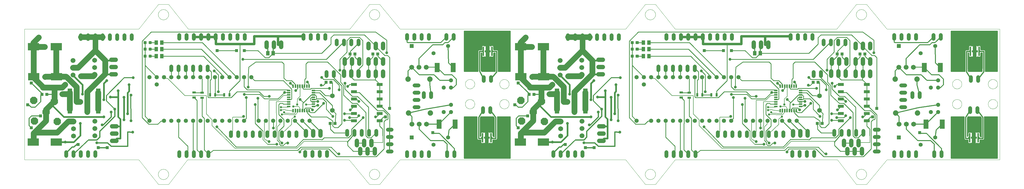
<source format=gtl>
G75*
%MOIN*%
%OFA0B0*%
%FSLAX25Y25*%
%IPPOS*%
%LPD*%
%AMOC8*
5,1,8,0,0,1.08239X$1,22.5*
%
%ADD10C,0.00000*%
%ADD11R,0.04331X0.03937*%
%ADD12C,0.06000*%
%ADD13OC8,0.10000*%
%ADD14R,0.07900X0.04300*%
%ADD15C,0.05800*%
%ADD16C,0.06750*%
%ADD17R,0.05000X0.02200*%
%ADD18R,0.02200X0.05000*%
%ADD19C,0.06500*%
%ADD20C,0.05200*%
%ADD21R,0.15748X0.09843*%
%ADD22R,0.06181X0.11102*%
%ADD23R,0.03150X0.04724*%
%ADD24R,0.04724X0.03150*%
%ADD25R,0.05543X0.05543*%
%ADD26C,0.05543*%
%ADD27R,0.07087X0.12598*%
%ADD28OC8,0.05200*%
%ADD29C,0.07400*%
%ADD30R,0.05118X0.05906*%
%ADD31C,0.01181*%
%ADD32R,0.01969X0.12992*%
%ADD33R,0.01575X0.01969*%
%ADD34R,0.05118X0.12992*%
%ADD35R,0.03937X0.04331*%
%ADD36C,0.00984*%
%ADD37C,0.01000*%
%ADD38C,0.03962*%
%ADD39C,0.02400*%
%ADD40C,0.01200*%
%ADD41C,0.01575*%
%ADD42R,0.03962X0.03962*%
%ADD43C,0.00600*%
%ADD44C,0.03100*%
%ADD45C,0.07874*%
%ADD46C,0.07600*%
%ADD47C,0.04750*%
%ADD48R,0.04750X0.04750*%
%ADD49C,0.03200*%
%ADD50C,0.01600*%
%ADD51R,0.03100X0.03100*%
D10*
X0299195Y0089933D02*
X0272195Y0123933D01*
X0115195Y0123933D01*
X0115195Y0303933D01*
X0272195Y0303933D01*
X0299195Y0337933D01*
X0313195Y0337933D01*
X0340195Y0303933D01*
X0562195Y0303933D01*
X0589195Y0337933D01*
X0603195Y0337933D01*
X0631195Y0303933D01*
X0941195Y0303933D01*
X0968195Y0337933D01*
X0982195Y0337933D01*
X1009195Y0303933D01*
X1231195Y0303933D01*
X1258195Y0337933D01*
X1272195Y0337933D01*
X1300195Y0303933D01*
X1455195Y0303933D01*
X1455195Y0123933D01*
X1300195Y0123933D01*
X1272195Y0089933D01*
X1258195Y0089933D01*
X1232195Y0123933D01*
X1009195Y0123933D01*
X0982195Y0089933D01*
X0968195Y0089933D01*
X0941195Y0123933D01*
X0631195Y0123933D01*
X0603195Y0089933D01*
X0589195Y0089933D01*
X0561195Y0123933D01*
X0339195Y0123933D01*
X0313195Y0089933D01*
X0299195Y0089933D01*
X0299108Y0103933D02*
X0299110Y0104107D01*
X0299117Y0104281D01*
X0299127Y0104454D01*
X0299142Y0104628D01*
X0299161Y0104801D01*
X0299185Y0104973D01*
X0299212Y0105145D01*
X0299244Y0105316D01*
X0299280Y0105486D01*
X0299320Y0105655D01*
X0299365Y0105823D01*
X0299413Y0105990D01*
X0299466Y0106156D01*
X0299522Y0106321D01*
X0299583Y0106484D01*
X0299647Y0106645D01*
X0299716Y0106805D01*
X0299788Y0106963D01*
X0299865Y0107119D01*
X0299945Y0107274D01*
X0300029Y0107426D01*
X0300116Y0107576D01*
X0300208Y0107725D01*
X0300302Y0107870D01*
X0300401Y0108014D01*
X0300503Y0108155D01*
X0300608Y0108293D01*
X0300717Y0108429D01*
X0300829Y0108562D01*
X0300944Y0108692D01*
X0301062Y0108820D01*
X0301184Y0108944D01*
X0301308Y0109066D01*
X0301436Y0109184D01*
X0301566Y0109299D01*
X0301699Y0109411D01*
X0301835Y0109520D01*
X0301973Y0109625D01*
X0302114Y0109727D01*
X0302258Y0109826D01*
X0302403Y0109920D01*
X0302552Y0110012D01*
X0302702Y0110099D01*
X0302854Y0110183D01*
X0303009Y0110263D01*
X0303165Y0110340D01*
X0303323Y0110412D01*
X0303483Y0110481D01*
X0303644Y0110545D01*
X0303807Y0110606D01*
X0303972Y0110662D01*
X0304138Y0110715D01*
X0304305Y0110763D01*
X0304473Y0110808D01*
X0304642Y0110848D01*
X0304812Y0110884D01*
X0304983Y0110916D01*
X0305155Y0110943D01*
X0305327Y0110967D01*
X0305500Y0110986D01*
X0305674Y0111001D01*
X0305847Y0111011D01*
X0306021Y0111018D01*
X0306195Y0111020D01*
X0306369Y0111018D01*
X0306543Y0111011D01*
X0306716Y0111001D01*
X0306890Y0110986D01*
X0307063Y0110967D01*
X0307235Y0110943D01*
X0307407Y0110916D01*
X0307578Y0110884D01*
X0307748Y0110848D01*
X0307917Y0110808D01*
X0308085Y0110763D01*
X0308252Y0110715D01*
X0308418Y0110662D01*
X0308583Y0110606D01*
X0308746Y0110545D01*
X0308907Y0110481D01*
X0309067Y0110412D01*
X0309225Y0110340D01*
X0309381Y0110263D01*
X0309536Y0110183D01*
X0309688Y0110099D01*
X0309838Y0110012D01*
X0309987Y0109920D01*
X0310132Y0109826D01*
X0310276Y0109727D01*
X0310417Y0109625D01*
X0310555Y0109520D01*
X0310691Y0109411D01*
X0310824Y0109299D01*
X0310954Y0109184D01*
X0311082Y0109066D01*
X0311206Y0108944D01*
X0311328Y0108820D01*
X0311446Y0108692D01*
X0311561Y0108562D01*
X0311673Y0108429D01*
X0311782Y0108293D01*
X0311887Y0108155D01*
X0311989Y0108014D01*
X0312088Y0107870D01*
X0312182Y0107725D01*
X0312274Y0107576D01*
X0312361Y0107426D01*
X0312445Y0107274D01*
X0312525Y0107119D01*
X0312602Y0106963D01*
X0312674Y0106805D01*
X0312743Y0106645D01*
X0312807Y0106484D01*
X0312868Y0106321D01*
X0312924Y0106156D01*
X0312977Y0105990D01*
X0313025Y0105823D01*
X0313070Y0105655D01*
X0313110Y0105486D01*
X0313146Y0105316D01*
X0313178Y0105145D01*
X0313205Y0104973D01*
X0313229Y0104801D01*
X0313248Y0104628D01*
X0313263Y0104454D01*
X0313273Y0104281D01*
X0313280Y0104107D01*
X0313282Y0103933D01*
X0313280Y0103759D01*
X0313273Y0103585D01*
X0313263Y0103412D01*
X0313248Y0103238D01*
X0313229Y0103065D01*
X0313205Y0102893D01*
X0313178Y0102721D01*
X0313146Y0102550D01*
X0313110Y0102380D01*
X0313070Y0102211D01*
X0313025Y0102043D01*
X0312977Y0101876D01*
X0312924Y0101710D01*
X0312868Y0101545D01*
X0312807Y0101382D01*
X0312743Y0101221D01*
X0312674Y0101061D01*
X0312602Y0100903D01*
X0312525Y0100747D01*
X0312445Y0100592D01*
X0312361Y0100440D01*
X0312274Y0100290D01*
X0312182Y0100141D01*
X0312088Y0099996D01*
X0311989Y0099852D01*
X0311887Y0099711D01*
X0311782Y0099573D01*
X0311673Y0099437D01*
X0311561Y0099304D01*
X0311446Y0099174D01*
X0311328Y0099046D01*
X0311206Y0098922D01*
X0311082Y0098800D01*
X0310954Y0098682D01*
X0310824Y0098567D01*
X0310691Y0098455D01*
X0310555Y0098346D01*
X0310417Y0098241D01*
X0310276Y0098139D01*
X0310132Y0098040D01*
X0309987Y0097946D01*
X0309838Y0097854D01*
X0309688Y0097767D01*
X0309536Y0097683D01*
X0309381Y0097603D01*
X0309225Y0097526D01*
X0309067Y0097454D01*
X0308907Y0097385D01*
X0308746Y0097321D01*
X0308583Y0097260D01*
X0308418Y0097204D01*
X0308252Y0097151D01*
X0308085Y0097103D01*
X0307917Y0097058D01*
X0307748Y0097018D01*
X0307578Y0096982D01*
X0307407Y0096950D01*
X0307235Y0096923D01*
X0307063Y0096899D01*
X0306890Y0096880D01*
X0306716Y0096865D01*
X0306543Y0096855D01*
X0306369Y0096848D01*
X0306195Y0096846D01*
X0306021Y0096848D01*
X0305847Y0096855D01*
X0305674Y0096865D01*
X0305500Y0096880D01*
X0305327Y0096899D01*
X0305155Y0096923D01*
X0304983Y0096950D01*
X0304812Y0096982D01*
X0304642Y0097018D01*
X0304473Y0097058D01*
X0304305Y0097103D01*
X0304138Y0097151D01*
X0303972Y0097204D01*
X0303807Y0097260D01*
X0303644Y0097321D01*
X0303483Y0097385D01*
X0303323Y0097454D01*
X0303165Y0097526D01*
X0303009Y0097603D01*
X0302854Y0097683D01*
X0302702Y0097767D01*
X0302552Y0097854D01*
X0302403Y0097946D01*
X0302258Y0098040D01*
X0302114Y0098139D01*
X0301973Y0098241D01*
X0301835Y0098346D01*
X0301699Y0098455D01*
X0301566Y0098567D01*
X0301436Y0098682D01*
X0301308Y0098800D01*
X0301184Y0098922D01*
X0301062Y0099046D01*
X0300944Y0099174D01*
X0300829Y0099304D01*
X0300717Y0099437D01*
X0300608Y0099573D01*
X0300503Y0099711D01*
X0300401Y0099852D01*
X0300302Y0099996D01*
X0300208Y0100141D01*
X0300116Y0100290D01*
X0300029Y0100440D01*
X0299945Y0100592D01*
X0299865Y0100747D01*
X0299788Y0100903D01*
X0299716Y0101061D01*
X0299647Y0101221D01*
X0299583Y0101382D01*
X0299522Y0101545D01*
X0299466Y0101710D01*
X0299413Y0101876D01*
X0299365Y0102043D01*
X0299320Y0102211D01*
X0299280Y0102380D01*
X0299244Y0102550D01*
X0299212Y0102721D01*
X0299185Y0102893D01*
X0299161Y0103065D01*
X0299142Y0103238D01*
X0299127Y0103412D01*
X0299117Y0103585D01*
X0299110Y0103759D01*
X0299108Y0103933D01*
X0589108Y0103933D02*
X0589110Y0104107D01*
X0589117Y0104281D01*
X0589127Y0104454D01*
X0589142Y0104628D01*
X0589161Y0104801D01*
X0589185Y0104973D01*
X0589212Y0105145D01*
X0589244Y0105316D01*
X0589280Y0105486D01*
X0589320Y0105655D01*
X0589365Y0105823D01*
X0589413Y0105990D01*
X0589466Y0106156D01*
X0589522Y0106321D01*
X0589583Y0106484D01*
X0589647Y0106645D01*
X0589716Y0106805D01*
X0589788Y0106963D01*
X0589865Y0107119D01*
X0589945Y0107274D01*
X0590029Y0107426D01*
X0590116Y0107576D01*
X0590208Y0107725D01*
X0590302Y0107870D01*
X0590401Y0108014D01*
X0590503Y0108155D01*
X0590608Y0108293D01*
X0590717Y0108429D01*
X0590829Y0108562D01*
X0590944Y0108692D01*
X0591062Y0108820D01*
X0591184Y0108944D01*
X0591308Y0109066D01*
X0591436Y0109184D01*
X0591566Y0109299D01*
X0591699Y0109411D01*
X0591835Y0109520D01*
X0591973Y0109625D01*
X0592114Y0109727D01*
X0592258Y0109826D01*
X0592403Y0109920D01*
X0592552Y0110012D01*
X0592702Y0110099D01*
X0592854Y0110183D01*
X0593009Y0110263D01*
X0593165Y0110340D01*
X0593323Y0110412D01*
X0593483Y0110481D01*
X0593644Y0110545D01*
X0593807Y0110606D01*
X0593972Y0110662D01*
X0594138Y0110715D01*
X0594305Y0110763D01*
X0594473Y0110808D01*
X0594642Y0110848D01*
X0594812Y0110884D01*
X0594983Y0110916D01*
X0595155Y0110943D01*
X0595327Y0110967D01*
X0595500Y0110986D01*
X0595674Y0111001D01*
X0595847Y0111011D01*
X0596021Y0111018D01*
X0596195Y0111020D01*
X0596369Y0111018D01*
X0596543Y0111011D01*
X0596716Y0111001D01*
X0596890Y0110986D01*
X0597063Y0110967D01*
X0597235Y0110943D01*
X0597407Y0110916D01*
X0597578Y0110884D01*
X0597748Y0110848D01*
X0597917Y0110808D01*
X0598085Y0110763D01*
X0598252Y0110715D01*
X0598418Y0110662D01*
X0598583Y0110606D01*
X0598746Y0110545D01*
X0598907Y0110481D01*
X0599067Y0110412D01*
X0599225Y0110340D01*
X0599381Y0110263D01*
X0599536Y0110183D01*
X0599688Y0110099D01*
X0599838Y0110012D01*
X0599987Y0109920D01*
X0600132Y0109826D01*
X0600276Y0109727D01*
X0600417Y0109625D01*
X0600555Y0109520D01*
X0600691Y0109411D01*
X0600824Y0109299D01*
X0600954Y0109184D01*
X0601082Y0109066D01*
X0601206Y0108944D01*
X0601328Y0108820D01*
X0601446Y0108692D01*
X0601561Y0108562D01*
X0601673Y0108429D01*
X0601782Y0108293D01*
X0601887Y0108155D01*
X0601989Y0108014D01*
X0602088Y0107870D01*
X0602182Y0107725D01*
X0602274Y0107576D01*
X0602361Y0107426D01*
X0602445Y0107274D01*
X0602525Y0107119D01*
X0602602Y0106963D01*
X0602674Y0106805D01*
X0602743Y0106645D01*
X0602807Y0106484D01*
X0602868Y0106321D01*
X0602924Y0106156D01*
X0602977Y0105990D01*
X0603025Y0105823D01*
X0603070Y0105655D01*
X0603110Y0105486D01*
X0603146Y0105316D01*
X0603178Y0105145D01*
X0603205Y0104973D01*
X0603229Y0104801D01*
X0603248Y0104628D01*
X0603263Y0104454D01*
X0603273Y0104281D01*
X0603280Y0104107D01*
X0603282Y0103933D01*
X0603280Y0103759D01*
X0603273Y0103585D01*
X0603263Y0103412D01*
X0603248Y0103238D01*
X0603229Y0103065D01*
X0603205Y0102893D01*
X0603178Y0102721D01*
X0603146Y0102550D01*
X0603110Y0102380D01*
X0603070Y0102211D01*
X0603025Y0102043D01*
X0602977Y0101876D01*
X0602924Y0101710D01*
X0602868Y0101545D01*
X0602807Y0101382D01*
X0602743Y0101221D01*
X0602674Y0101061D01*
X0602602Y0100903D01*
X0602525Y0100747D01*
X0602445Y0100592D01*
X0602361Y0100440D01*
X0602274Y0100290D01*
X0602182Y0100141D01*
X0602088Y0099996D01*
X0601989Y0099852D01*
X0601887Y0099711D01*
X0601782Y0099573D01*
X0601673Y0099437D01*
X0601561Y0099304D01*
X0601446Y0099174D01*
X0601328Y0099046D01*
X0601206Y0098922D01*
X0601082Y0098800D01*
X0600954Y0098682D01*
X0600824Y0098567D01*
X0600691Y0098455D01*
X0600555Y0098346D01*
X0600417Y0098241D01*
X0600276Y0098139D01*
X0600132Y0098040D01*
X0599987Y0097946D01*
X0599838Y0097854D01*
X0599688Y0097767D01*
X0599536Y0097683D01*
X0599381Y0097603D01*
X0599225Y0097526D01*
X0599067Y0097454D01*
X0598907Y0097385D01*
X0598746Y0097321D01*
X0598583Y0097260D01*
X0598418Y0097204D01*
X0598252Y0097151D01*
X0598085Y0097103D01*
X0597917Y0097058D01*
X0597748Y0097018D01*
X0597578Y0096982D01*
X0597407Y0096950D01*
X0597235Y0096923D01*
X0597063Y0096899D01*
X0596890Y0096880D01*
X0596716Y0096865D01*
X0596543Y0096855D01*
X0596369Y0096848D01*
X0596195Y0096846D01*
X0596021Y0096848D01*
X0595847Y0096855D01*
X0595674Y0096865D01*
X0595500Y0096880D01*
X0595327Y0096899D01*
X0595155Y0096923D01*
X0594983Y0096950D01*
X0594812Y0096982D01*
X0594642Y0097018D01*
X0594473Y0097058D01*
X0594305Y0097103D01*
X0594138Y0097151D01*
X0593972Y0097204D01*
X0593807Y0097260D01*
X0593644Y0097321D01*
X0593483Y0097385D01*
X0593323Y0097454D01*
X0593165Y0097526D01*
X0593009Y0097603D01*
X0592854Y0097683D01*
X0592702Y0097767D01*
X0592552Y0097854D01*
X0592403Y0097946D01*
X0592258Y0098040D01*
X0592114Y0098139D01*
X0591973Y0098241D01*
X0591835Y0098346D01*
X0591699Y0098455D01*
X0591566Y0098567D01*
X0591436Y0098682D01*
X0591308Y0098800D01*
X0591184Y0098922D01*
X0591062Y0099046D01*
X0590944Y0099174D01*
X0590829Y0099304D01*
X0590717Y0099437D01*
X0590608Y0099573D01*
X0590503Y0099711D01*
X0590401Y0099852D01*
X0590302Y0099996D01*
X0590208Y0100141D01*
X0590116Y0100290D01*
X0590029Y0100440D01*
X0589945Y0100592D01*
X0589865Y0100747D01*
X0589788Y0100903D01*
X0589716Y0101061D01*
X0589647Y0101221D01*
X0589583Y0101382D01*
X0589522Y0101545D01*
X0589466Y0101710D01*
X0589413Y0101876D01*
X0589365Y0102043D01*
X0589320Y0102211D01*
X0589280Y0102380D01*
X0589244Y0102550D01*
X0589212Y0102721D01*
X0589185Y0102893D01*
X0589161Y0103065D01*
X0589142Y0103238D01*
X0589127Y0103412D01*
X0589117Y0103585D01*
X0589110Y0103759D01*
X0589108Y0103933D01*
X0968108Y0103933D02*
X0968110Y0104107D01*
X0968117Y0104281D01*
X0968127Y0104454D01*
X0968142Y0104628D01*
X0968161Y0104801D01*
X0968185Y0104973D01*
X0968212Y0105145D01*
X0968244Y0105316D01*
X0968280Y0105486D01*
X0968320Y0105655D01*
X0968365Y0105823D01*
X0968413Y0105990D01*
X0968466Y0106156D01*
X0968522Y0106321D01*
X0968583Y0106484D01*
X0968647Y0106645D01*
X0968716Y0106805D01*
X0968788Y0106963D01*
X0968865Y0107119D01*
X0968945Y0107274D01*
X0969029Y0107426D01*
X0969116Y0107576D01*
X0969208Y0107725D01*
X0969302Y0107870D01*
X0969401Y0108014D01*
X0969503Y0108155D01*
X0969608Y0108293D01*
X0969717Y0108429D01*
X0969829Y0108562D01*
X0969944Y0108692D01*
X0970062Y0108820D01*
X0970184Y0108944D01*
X0970308Y0109066D01*
X0970436Y0109184D01*
X0970566Y0109299D01*
X0970699Y0109411D01*
X0970835Y0109520D01*
X0970973Y0109625D01*
X0971114Y0109727D01*
X0971258Y0109826D01*
X0971403Y0109920D01*
X0971552Y0110012D01*
X0971702Y0110099D01*
X0971854Y0110183D01*
X0972009Y0110263D01*
X0972165Y0110340D01*
X0972323Y0110412D01*
X0972483Y0110481D01*
X0972644Y0110545D01*
X0972807Y0110606D01*
X0972972Y0110662D01*
X0973138Y0110715D01*
X0973305Y0110763D01*
X0973473Y0110808D01*
X0973642Y0110848D01*
X0973812Y0110884D01*
X0973983Y0110916D01*
X0974155Y0110943D01*
X0974327Y0110967D01*
X0974500Y0110986D01*
X0974674Y0111001D01*
X0974847Y0111011D01*
X0975021Y0111018D01*
X0975195Y0111020D01*
X0975369Y0111018D01*
X0975543Y0111011D01*
X0975716Y0111001D01*
X0975890Y0110986D01*
X0976063Y0110967D01*
X0976235Y0110943D01*
X0976407Y0110916D01*
X0976578Y0110884D01*
X0976748Y0110848D01*
X0976917Y0110808D01*
X0977085Y0110763D01*
X0977252Y0110715D01*
X0977418Y0110662D01*
X0977583Y0110606D01*
X0977746Y0110545D01*
X0977907Y0110481D01*
X0978067Y0110412D01*
X0978225Y0110340D01*
X0978381Y0110263D01*
X0978536Y0110183D01*
X0978688Y0110099D01*
X0978838Y0110012D01*
X0978987Y0109920D01*
X0979132Y0109826D01*
X0979276Y0109727D01*
X0979417Y0109625D01*
X0979555Y0109520D01*
X0979691Y0109411D01*
X0979824Y0109299D01*
X0979954Y0109184D01*
X0980082Y0109066D01*
X0980206Y0108944D01*
X0980328Y0108820D01*
X0980446Y0108692D01*
X0980561Y0108562D01*
X0980673Y0108429D01*
X0980782Y0108293D01*
X0980887Y0108155D01*
X0980989Y0108014D01*
X0981088Y0107870D01*
X0981182Y0107725D01*
X0981274Y0107576D01*
X0981361Y0107426D01*
X0981445Y0107274D01*
X0981525Y0107119D01*
X0981602Y0106963D01*
X0981674Y0106805D01*
X0981743Y0106645D01*
X0981807Y0106484D01*
X0981868Y0106321D01*
X0981924Y0106156D01*
X0981977Y0105990D01*
X0982025Y0105823D01*
X0982070Y0105655D01*
X0982110Y0105486D01*
X0982146Y0105316D01*
X0982178Y0105145D01*
X0982205Y0104973D01*
X0982229Y0104801D01*
X0982248Y0104628D01*
X0982263Y0104454D01*
X0982273Y0104281D01*
X0982280Y0104107D01*
X0982282Y0103933D01*
X0982280Y0103759D01*
X0982273Y0103585D01*
X0982263Y0103412D01*
X0982248Y0103238D01*
X0982229Y0103065D01*
X0982205Y0102893D01*
X0982178Y0102721D01*
X0982146Y0102550D01*
X0982110Y0102380D01*
X0982070Y0102211D01*
X0982025Y0102043D01*
X0981977Y0101876D01*
X0981924Y0101710D01*
X0981868Y0101545D01*
X0981807Y0101382D01*
X0981743Y0101221D01*
X0981674Y0101061D01*
X0981602Y0100903D01*
X0981525Y0100747D01*
X0981445Y0100592D01*
X0981361Y0100440D01*
X0981274Y0100290D01*
X0981182Y0100141D01*
X0981088Y0099996D01*
X0980989Y0099852D01*
X0980887Y0099711D01*
X0980782Y0099573D01*
X0980673Y0099437D01*
X0980561Y0099304D01*
X0980446Y0099174D01*
X0980328Y0099046D01*
X0980206Y0098922D01*
X0980082Y0098800D01*
X0979954Y0098682D01*
X0979824Y0098567D01*
X0979691Y0098455D01*
X0979555Y0098346D01*
X0979417Y0098241D01*
X0979276Y0098139D01*
X0979132Y0098040D01*
X0978987Y0097946D01*
X0978838Y0097854D01*
X0978688Y0097767D01*
X0978536Y0097683D01*
X0978381Y0097603D01*
X0978225Y0097526D01*
X0978067Y0097454D01*
X0977907Y0097385D01*
X0977746Y0097321D01*
X0977583Y0097260D01*
X0977418Y0097204D01*
X0977252Y0097151D01*
X0977085Y0097103D01*
X0976917Y0097058D01*
X0976748Y0097018D01*
X0976578Y0096982D01*
X0976407Y0096950D01*
X0976235Y0096923D01*
X0976063Y0096899D01*
X0975890Y0096880D01*
X0975716Y0096865D01*
X0975543Y0096855D01*
X0975369Y0096848D01*
X0975195Y0096846D01*
X0975021Y0096848D01*
X0974847Y0096855D01*
X0974674Y0096865D01*
X0974500Y0096880D01*
X0974327Y0096899D01*
X0974155Y0096923D01*
X0973983Y0096950D01*
X0973812Y0096982D01*
X0973642Y0097018D01*
X0973473Y0097058D01*
X0973305Y0097103D01*
X0973138Y0097151D01*
X0972972Y0097204D01*
X0972807Y0097260D01*
X0972644Y0097321D01*
X0972483Y0097385D01*
X0972323Y0097454D01*
X0972165Y0097526D01*
X0972009Y0097603D01*
X0971854Y0097683D01*
X0971702Y0097767D01*
X0971552Y0097854D01*
X0971403Y0097946D01*
X0971258Y0098040D01*
X0971114Y0098139D01*
X0970973Y0098241D01*
X0970835Y0098346D01*
X0970699Y0098455D01*
X0970566Y0098567D01*
X0970436Y0098682D01*
X0970308Y0098800D01*
X0970184Y0098922D01*
X0970062Y0099046D01*
X0969944Y0099174D01*
X0969829Y0099304D01*
X0969717Y0099437D01*
X0969608Y0099573D01*
X0969503Y0099711D01*
X0969401Y0099852D01*
X0969302Y0099996D01*
X0969208Y0100141D01*
X0969116Y0100290D01*
X0969029Y0100440D01*
X0968945Y0100592D01*
X0968865Y0100747D01*
X0968788Y0100903D01*
X0968716Y0101061D01*
X0968647Y0101221D01*
X0968583Y0101382D01*
X0968522Y0101545D01*
X0968466Y0101710D01*
X0968413Y0101876D01*
X0968365Y0102043D01*
X0968320Y0102211D01*
X0968280Y0102380D01*
X0968244Y0102550D01*
X0968212Y0102721D01*
X0968185Y0102893D01*
X0968161Y0103065D01*
X0968142Y0103238D01*
X0968127Y0103412D01*
X0968117Y0103585D01*
X0968110Y0103759D01*
X0968108Y0103933D01*
X1258108Y0103933D02*
X1258110Y0104107D01*
X1258117Y0104281D01*
X1258127Y0104454D01*
X1258142Y0104628D01*
X1258161Y0104801D01*
X1258185Y0104973D01*
X1258212Y0105145D01*
X1258244Y0105316D01*
X1258280Y0105486D01*
X1258320Y0105655D01*
X1258365Y0105823D01*
X1258413Y0105990D01*
X1258466Y0106156D01*
X1258522Y0106321D01*
X1258583Y0106484D01*
X1258647Y0106645D01*
X1258716Y0106805D01*
X1258788Y0106963D01*
X1258865Y0107119D01*
X1258945Y0107274D01*
X1259029Y0107426D01*
X1259116Y0107576D01*
X1259208Y0107725D01*
X1259302Y0107870D01*
X1259401Y0108014D01*
X1259503Y0108155D01*
X1259608Y0108293D01*
X1259717Y0108429D01*
X1259829Y0108562D01*
X1259944Y0108692D01*
X1260062Y0108820D01*
X1260184Y0108944D01*
X1260308Y0109066D01*
X1260436Y0109184D01*
X1260566Y0109299D01*
X1260699Y0109411D01*
X1260835Y0109520D01*
X1260973Y0109625D01*
X1261114Y0109727D01*
X1261258Y0109826D01*
X1261403Y0109920D01*
X1261552Y0110012D01*
X1261702Y0110099D01*
X1261854Y0110183D01*
X1262009Y0110263D01*
X1262165Y0110340D01*
X1262323Y0110412D01*
X1262483Y0110481D01*
X1262644Y0110545D01*
X1262807Y0110606D01*
X1262972Y0110662D01*
X1263138Y0110715D01*
X1263305Y0110763D01*
X1263473Y0110808D01*
X1263642Y0110848D01*
X1263812Y0110884D01*
X1263983Y0110916D01*
X1264155Y0110943D01*
X1264327Y0110967D01*
X1264500Y0110986D01*
X1264674Y0111001D01*
X1264847Y0111011D01*
X1265021Y0111018D01*
X1265195Y0111020D01*
X1265369Y0111018D01*
X1265543Y0111011D01*
X1265716Y0111001D01*
X1265890Y0110986D01*
X1266063Y0110967D01*
X1266235Y0110943D01*
X1266407Y0110916D01*
X1266578Y0110884D01*
X1266748Y0110848D01*
X1266917Y0110808D01*
X1267085Y0110763D01*
X1267252Y0110715D01*
X1267418Y0110662D01*
X1267583Y0110606D01*
X1267746Y0110545D01*
X1267907Y0110481D01*
X1268067Y0110412D01*
X1268225Y0110340D01*
X1268381Y0110263D01*
X1268536Y0110183D01*
X1268688Y0110099D01*
X1268838Y0110012D01*
X1268987Y0109920D01*
X1269132Y0109826D01*
X1269276Y0109727D01*
X1269417Y0109625D01*
X1269555Y0109520D01*
X1269691Y0109411D01*
X1269824Y0109299D01*
X1269954Y0109184D01*
X1270082Y0109066D01*
X1270206Y0108944D01*
X1270328Y0108820D01*
X1270446Y0108692D01*
X1270561Y0108562D01*
X1270673Y0108429D01*
X1270782Y0108293D01*
X1270887Y0108155D01*
X1270989Y0108014D01*
X1271088Y0107870D01*
X1271182Y0107725D01*
X1271274Y0107576D01*
X1271361Y0107426D01*
X1271445Y0107274D01*
X1271525Y0107119D01*
X1271602Y0106963D01*
X1271674Y0106805D01*
X1271743Y0106645D01*
X1271807Y0106484D01*
X1271868Y0106321D01*
X1271924Y0106156D01*
X1271977Y0105990D01*
X1272025Y0105823D01*
X1272070Y0105655D01*
X1272110Y0105486D01*
X1272146Y0105316D01*
X1272178Y0105145D01*
X1272205Y0104973D01*
X1272229Y0104801D01*
X1272248Y0104628D01*
X1272263Y0104454D01*
X1272273Y0104281D01*
X1272280Y0104107D01*
X1272282Y0103933D01*
X1272280Y0103759D01*
X1272273Y0103585D01*
X1272263Y0103412D01*
X1272248Y0103238D01*
X1272229Y0103065D01*
X1272205Y0102893D01*
X1272178Y0102721D01*
X1272146Y0102550D01*
X1272110Y0102380D01*
X1272070Y0102211D01*
X1272025Y0102043D01*
X1271977Y0101876D01*
X1271924Y0101710D01*
X1271868Y0101545D01*
X1271807Y0101382D01*
X1271743Y0101221D01*
X1271674Y0101061D01*
X1271602Y0100903D01*
X1271525Y0100747D01*
X1271445Y0100592D01*
X1271361Y0100440D01*
X1271274Y0100290D01*
X1271182Y0100141D01*
X1271088Y0099996D01*
X1270989Y0099852D01*
X1270887Y0099711D01*
X1270782Y0099573D01*
X1270673Y0099437D01*
X1270561Y0099304D01*
X1270446Y0099174D01*
X1270328Y0099046D01*
X1270206Y0098922D01*
X1270082Y0098800D01*
X1269954Y0098682D01*
X1269824Y0098567D01*
X1269691Y0098455D01*
X1269555Y0098346D01*
X1269417Y0098241D01*
X1269276Y0098139D01*
X1269132Y0098040D01*
X1268987Y0097946D01*
X1268838Y0097854D01*
X1268688Y0097767D01*
X1268536Y0097683D01*
X1268381Y0097603D01*
X1268225Y0097526D01*
X1268067Y0097454D01*
X1267907Y0097385D01*
X1267746Y0097321D01*
X1267583Y0097260D01*
X1267418Y0097204D01*
X1267252Y0097151D01*
X1267085Y0097103D01*
X1266917Y0097058D01*
X1266748Y0097018D01*
X1266578Y0096982D01*
X1266407Y0096950D01*
X1266235Y0096923D01*
X1266063Y0096899D01*
X1265890Y0096880D01*
X1265716Y0096865D01*
X1265543Y0096855D01*
X1265369Y0096848D01*
X1265195Y0096846D01*
X1265021Y0096848D01*
X1264847Y0096855D01*
X1264674Y0096865D01*
X1264500Y0096880D01*
X1264327Y0096899D01*
X1264155Y0096923D01*
X1263983Y0096950D01*
X1263812Y0096982D01*
X1263642Y0097018D01*
X1263473Y0097058D01*
X1263305Y0097103D01*
X1263138Y0097151D01*
X1262972Y0097204D01*
X1262807Y0097260D01*
X1262644Y0097321D01*
X1262483Y0097385D01*
X1262323Y0097454D01*
X1262165Y0097526D01*
X1262009Y0097603D01*
X1261854Y0097683D01*
X1261702Y0097767D01*
X1261552Y0097854D01*
X1261403Y0097946D01*
X1261258Y0098040D01*
X1261114Y0098139D01*
X1260973Y0098241D01*
X1260835Y0098346D01*
X1260699Y0098455D01*
X1260566Y0098567D01*
X1260436Y0098682D01*
X1260308Y0098800D01*
X1260184Y0098922D01*
X1260062Y0099046D01*
X1259944Y0099174D01*
X1259829Y0099304D01*
X1259717Y0099437D01*
X1259608Y0099573D01*
X1259503Y0099711D01*
X1259401Y0099852D01*
X1259302Y0099996D01*
X1259208Y0100141D01*
X1259116Y0100290D01*
X1259029Y0100440D01*
X1258945Y0100592D01*
X1258865Y0100747D01*
X1258788Y0100903D01*
X1258716Y0101061D01*
X1258647Y0101221D01*
X1258583Y0101382D01*
X1258522Y0101545D01*
X1258466Y0101710D01*
X1258413Y0101876D01*
X1258365Y0102043D01*
X1258320Y0102211D01*
X1258280Y0102380D01*
X1258244Y0102550D01*
X1258212Y0102721D01*
X1258185Y0102893D01*
X1258161Y0103065D01*
X1258142Y0103238D01*
X1258127Y0103412D01*
X1258117Y0103585D01*
X1258110Y0103759D01*
X1258108Y0103933D01*
X1390195Y0200705D02*
X1390197Y0200866D01*
X1390203Y0201026D01*
X1390213Y0201187D01*
X1390227Y0201347D01*
X1390245Y0201506D01*
X1390266Y0201666D01*
X1390292Y0201824D01*
X1390322Y0201982D01*
X1390355Y0202139D01*
X1390393Y0202296D01*
X1390434Y0202451D01*
X1390479Y0202605D01*
X1390528Y0202758D01*
X1390581Y0202910D01*
X1390637Y0203060D01*
X1390697Y0203209D01*
X1390761Y0203357D01*
X1390828Y0203503D01*
X1390899Y0203647D01*
X1390974Y0203789D01*
X1391052Y0203930D01*
X1391133Y0204068D01*
X1391218Y0204205D01*
X1391307Y0204339D01*
X1391398Y0204471D01*
X1391493Y0204601D01*
X1391591Y0204728D01*
X1391692Y0204853D01*
X1391796Y0204976D01*
X1391903Y0205095D01*
X1392013Y0205212D01*
X1392126Y0205327D01*
X1392242Y0205438D01*
X1392360Y0205547D01*
X1392481Y0205652D01*
X1392605Y0205755D01*
X1392731Y0205855D01*
X1392860Y0205951D01*
X1392991Y0206044D01*
X1393124Y0206134D01*
X1393259Y0206221D01*
X1393397Y0206304D01*
X1393536Y0206383D01*
X1393678Y0206460D01*
X1393821Y0206533D01*
X1393966Y0206602D01*
X1394113Y0206667D01*
X1394261Y0206729D01*
X1394411Y0206788D01*
X1394562Y0206842D01*
X1394714Y0206893D01*
X1394868Y0206940D01*
X1395023Y0206983D01*
X1395178Y0207022D01*
X1395335Y0207058D01*
X1395493Y0207090D01*
X1395651Y0207117D01*
X1395810Y0207141D01*
X1395969Y0207161D01*
X1396129Y0207177D01*
X1396290Y0207189D01*
X1396450Y0207197D01*
X1396611Y0207201D01*
X1396771Y0207201D01*
X1396932Y0207197D01*
X1397092Y0207189D01*
X1397253Y0207177D01*
X1397413Y0207161D01*
X1397572Y0207141D01*
X1397731Y0207117D01*
X1397889Y0207090D01*
X1398047Y0207058D01*
X1398204Y0207022D01*
X1398359Y0206983D01*
X1398514Y0206940D01*
X1398668Y0206893D01*
X1398820Y0206842D01*
X1398971Y0206788D01*
X1399121Y0206729D01*
X1399269Y0206667D01*
X1399416Y0206602D01*
X1399561Y0206533D01*
X1399704Y0206460D01*
X1399846Y0206383D01*
X1399985Y0206304D01*
X1400123Y0206221D01*
X1400258Y0206134D01*
X1400391Y0206044D01*
X1400522Y0205951D01*
X1400651Y0205855D01*
X1400777Y0205755D01*
X1400901Y0205652D01*
X1401022Y0205547D01*
X1401140Y0205438D01*
X1401256Y0205327D01*
X1401369Y0205212D01*
X1401479Y0205095D01*
X1401586Y0204976D01*
X1401690Y0204853D01*
X1401791Y0204728D01*
X1401889Y0204601D01*
X1401984Y0204471D01*
X1402075Y0204339D01*
X1402164Y0204205D01*
X1402249Y0204068D01*
X1402330Y0203930D01*
X1402408Y0203789D01*
X1402483Y0203647D01*
X1402554Y0203503D01*
X1402621Y0203357D01*
X1402685Y0203209D01*
X1402745Y0203060D01*
X1402801Y0202910D01*
X1402854Y0202758D01*
X1402903Y0202605D01*
X1402948Y0202451D01*
X1402989Y0202296D01*
X1403027Y0202139D01*
X1403060Y0201982D01*
X1403090Y0201824D01*
X1403116Y0201666D01*
X1403137Y0201506D01*
X1403155Y0201347D01*
X1403169Y0201187D01*
X1403179Y0201026D01*
X1403185Y0200866D01*
X1403187Y0200705D01*
X1403185Y0200544D01*
X1403179Y0200384D01*
X1403169Y0200223D01*
X1403155Y0200063D01*
X1403137Y0199904D01*
X1403116Y0199744D01*
X1403090Y0199586D01*
X1403060Y0199428D01*
X1403027Y0199271D01*
X1402989Y0199114D01*
X1402948Y0198959D01*
X1402903Y0198805D01*
X1402854Y0198652D01*
X1402801Y0198500D01*
X1402745Y0198350D01*
X1402685Y0198201D01*
X1402621Y0198053D01*
X1402554Y0197907D01*
X1402483Y0197763D01*
X1402408Y0197621D01*
X1402330Y0197480D01*
X1402249Y0197342D01*
X1402164Y0197205D01*
X1402075Y0197071D01*
X1401984Y0196939D01*
X1401889Y0196809D01*
X1401791Y0196682D01*
X1401690Y0196557D01*
X1401586Y0196434D01*
X1401479Y0196315D01*
X1401369Y0196198D01*
X1401256Y0196083D01*
X1401140Y0195972D01*
X1401022Y0195863D01*
X1400901Y0195758D01*
X1400777Y0195655D01*
X1400651Y0195555D01*
X1400522Y0195459D01*
X1400391Y0195366D01*
X1400258Y0195276D01*
X1400123Y0195189D01*
X1399985Y0195106D01*
X1399846Y0195027D01*
X1399704Y0194950D01*
X1399561Y0194877D01*
X1399416Y0194808D01*
X1399269Y0194743D01*
X1399121Y0194681D01*
X1398971Y0194622D01*
X1398820Y0194568D01*
X1398668Y0194517D01*
X1398514Y0194470D01*
X1398359Y0194427D01*
X1398204Y0194388D01*
X1398047Y0194352D01*
X1397889Y0194320D01*
X1397731Y0194293D01*
X1397572Y0194269D01*
X1397413Y0194249D01*
X1397253Y0194233D01*
X1397092Y0194221D01*
X1396932Y0194213D01*
X1396771Y0194209D01*
X1396611Y0194209D01*
X1396450Y0194213D01*
X1396290Y0194221D01*
X1396129Y0194233D01*
X1395969Y0194249D01*
X1395810Y0194269D01*
X1395651Y0194293D01*
X1395493Y0194320D01*
X1395335Y0194352D01*
X1395178Y0194388D01*
X1395023Y0194427D01*
X1394868Y0194470D01*
X1394714Y0194517D01*
X1394562Y0194568D01*
X1394411Y0194622D01*
X1394261Y0194681D01*
X1394113Y0194743D01*
X1393966Y0194808D01*
X1393821Y0194877D01*
X1393678Y0194950D01*
X1393536Y0195027D01*
X1393397Y0195106D01*
X1393259Y0195189D01*
X1393124Y0195276D01*
X1392991Y0195366D01*
X1392860Y0195459D01*
X1392731Y0195555D01*
X1392605Y0195655D01*
X1392481Y0195758D01*
X1392360Y0195863D01*
X1392242Y0195972D01*
X1392126Y0196083D01*
X1392013Y0196198D01*
X1391903Y0196315D01*
X1391796Y0196434D01*
X1391692Y0196557D01*
X1391591Y0196682D01*
X1391493Y0196809D01*
X1391398Y0196939D01*
X1391307Y0197071D01*
X1391218Y0197205D01*
X1391133Y0197342D01*
X1391052Y0197480D01*
X1390974Y0197621D01*
X1390899Y0197763D01*
X1390828Y0197907D01*
X1390761Y0198053D01*
X1390697Y0198201D01*
X1390637Y0198350D01*
X1390581Y0198500D01*
X1390528Y0198652D01*
X1390479Y0198805D01*
X1390434Y0198959D01*
X1390393Y0199114D01*
X1390355Y0199271D01*
X1390322Y0199428D01*
X1390292Y0199586D01*
X1390266Y0199744D01*
X1390245Y0199904D01*
X1390227Y0200063D01*
X1390213Y0200223D01*
X1390203Y0200384D01*
X1390197Y0200544D01*
X1390195Y0200705D01*
X1439408Y0200705D02*
X1439410Y0200866D01*
X1439416Y0201026D01*
X1439426Y0201187D01*
X1439440Y0201347D01*
X1439458Y0201506D01*
X1439479Y0201666D01*
X1439505Y0201824D01*
X1439535Y0201982D01*
X1439568Y0202139D01*
X1439606Y0202296D01*
X1439647Y0202451D01*
X1439692Y0202605D01*
X1439741Y0202758D01*
X1439794Y0202910D01*
X1439850Y0203060D01*
X1439910Y0203209D01*
X1439974Y0203357D01*
X1440041Y0203503D01*
X1440112Y0203647D01*
X1440187Y0203789D01*
X1440265Y0203930D01*
X1440346Y0204068D01*
X1440431Y0204205D01*
X1440520Y0204339D01*
X1440611Y0204471D01*
X1440706Y0204601D01*
X1440804Y0204728D01*
X1440905Y0204853D01*
X1441009Y0204976D01*
X1441116Y0205095D01*
X1441226Y0205212D01*
X1441339Y0205327D01*
X1441455Y0205438D01*
X1441573Y0205547D01*
X1441694Y0205652D01*
X1441818Y0205755D01*
X1441944Y0205855D01*
X1442073Y0205951D01*
X1442204Y0206044D01*
X1442337Y0206134D01*
X1442472Y0206221D01*
X1442610Y0206304D01*
X1442749Y0206383D01*
X1442891Y0206460D01*
X1443034Y0206533D01*
X1443179Y0206602D01*
X1443326Y0206667D01*
X1443474Y0206729D01*
X1443624Y0206788D01*
X1443775Y0206842D01*
X1443927Y0206893D01*
X1444081Y0206940D01*
X1444236Y0206983D01*
X1444391Y0207022D01*
X1444548Y0207058D01*
X1444706Y0207090D01*
X1444864Y0207117D01*
X1445023Y0207141D01*
X1445182Y0207161D01*
X1445342Y0207177D01*
X1445503Y0207189D01*
X1445663Y0207197D01*
X1445824Y0207201D01*
X1445984Y0207201D01*
X1446145Y0207197D01*
X1446305Y0207189D01*
X1446466Y0207177D01*
X1446626Y0207161D01*
X1446785Y0207141D01*
X1446944Y0207117D01*
X1447102Y0207090D01*
X1447260Y0207058D01*
X1447417Y0207022D01*
X1447572Y0206983D01*
X1447727Y0206940D01*
X1447881Y0206893D01*
X1448033Y0206842D01*
X1448184Y0206788D01*
X1448334Y0206729D01*
X1448482Y0206667D01*
X1448629Y0206602D01*
X1448774Y0206533D01*
X1448917Y0206460D01*
X1449059Y0206383D01*
X1449198Y0206304D01*
X1449336Y0206221D01*
X1449471Y0206134D01*
X1449604Y0206044D01*
X1449735Y0205951D01*
X1449864Y0205855D01*
X1449990Y0205755D01*
X1450114Y0205652D01*
X1450235Y0205547D01*
X1450353Y0205438D01*
X1450469Y0205327D01*
X1450582Y0205212D01*
X1450692Y0205095D01*
X1450799Y0204976D01*
X1450903Y0204853D01*
X1451004Y0204728D01*
X1451102Y0204601D01*
X1451197Y0204471D01*
X1451288Y0204339D01*
X1451377Y0204205D01*
X1451462Y0204068D01*
X1451543Y0203930D01*
X1451621Y0203789D01*
X1451696Y0203647D01*
X1451767Y0203503D01*
X1451834Y0203357D01*
X1451898Y0203209D01*
X1451958Y0203060D01*
X1452014Y0202910D01*
X1452067Y0202758D01*
X1452116Y0202605D01*
X1452161Y0202451D01*
X1452202Y0202296D01*
X1452240Y0202139D01*
X1452273Y0201982D01*
X1452303Y0201824D01*
X1452329Y0201666D01*
X1452350Y0201506D01*
X1452368Y0201347D01*
X1452382Y0201187D01*
X1452392Y0201026D01*
X1452398Y0200866D01*
X1452400Y0200705D01*
X1452398Y0200544D01*
X1452392Y0200384D01*
X1452382Y0200223D01*
X1452368Y0200063D01*
X1452350Y0199904D01*
X1452329Y0199744D01*
X1452303Y0199586D01*
X1452273Y0199428D01*
X1452240Y0199271D01*
X1452202Y0199114D01*
X1452161Y0198959D01*
X1452116Y0198805D01*
X1452067Y0198652D01*
X1452014Y0198500D01*
X1451958Y0198350D01*
X1451898Y0198201D01*
X1451834Y0198053D01*
X1451767Y0197907D01*
X1451696Y0197763D01*
X1451621Y0197621D01*
X1451543Y0197480D01*
X1451462Y0197342D01*
X1451377Y0197205D01*
X1451288Y0197071D01*
X1451197Y0196939D01*
X1451102Y0196809D01*
X1451004Y0196682D01*
X1450903Y0196557D01*
X1450799Y0196434D01*
X1450692Y0196315D01*
X1450582Y0196198D01*
X1450469Y0196083D01*
X1450353Y0195972D01*
X1450235Y0195863D01*
X1450114Y0195758D01*
X1449990Y0195655D01*
X1449864Y0195555D01*
X1449735Y0195459D01*
X1449604Y0195366D01*
X1449471Y0195276D01*
X1449336Y0195189D01*
X1449198Y0195106D01*
X1449059Y0195027D01*
X1448917Y0194950D01*
X1448774Y0194877D01*
X1448629Y0194808D01*
X1448482Y0194743D01*
X1448334Y0194681D01*
X1448184Y0194622D01*
X1448033Y0194568D01*
X1447881Y0194517D01*
X1447727Y0194470D01*
X1447572Y0194427D01*
X1447417Y0194388D01*
X1447260Y0194352D01*
X1447102Y0194320D01*
X1446944Y0194293D01*
X1446785Y0194269D01*
X1446626Y0194249D01*
X1446466Y0194233D01*
X1446305Y0194221D01*
X1446145Y0194213D01*
X1445984Y0194209D01*
X1445824Y0194209D01*
X1445663Y0194213D01*
X1445503Y0194221D01*
X1445342Y0194233D01*
X1445182Y0194249D01*
X1445023Y0194269D01*
X1444864Y0194293D01*
X1444706Y0194320D01*
X1444548Y0194352D01*
X1444391Y0194388D01*
X1444236Y0194427D01*
X1444081Y0194470D01*
X1443927Y0194517D01*
X1443775Y0194568D01*
X1443624Y0194622D01*
X1443474Y0194681D01*
X1443326Y0194743D01*
X1443179Y0194808D01*
X1443034Y0194877D01*
X1442891Y0194950D01*
X1442749Y0195027D01*
X1442610Y0195106D01*
X1442472Y0195189D01*
X1442337Y0195276D01*
X1442204Y0195366D01*
X1442073Y0195459D01*
X1441944Y0195555D01*
X1441818Y0195655D01*
X1441694Y0195758D01*
X1441573Y0195863D01*
X1441455Y0195972D01*
X1441339Y0196083D01*
X1441226Y0196198D01*
X1441116Y0196315D01*
X1441009Y0196434D01*
X1440905Y0196557D01*
X1440804Y0196682D01*
X1440706Y0196809D01*
X1440611Y0196939D01*
X1440520Y0197071D01*
X1440431Y0197205D01*
X1440346Y0197342D01*
X1440265Y0197480D01*
X1440187Y0197621D01*
X1440112Y0197763D01*
X1440041Y0197907D01*
X1439974Y0198053D01*
X1439910Y0198201D01*
X1439850Y0198350D01*
X1439794Y0198500D01*
X1439741Y0198652D01*
X1439692Y0198805D01*
X1439647Y0198959D01*
X1439606Y0199114D01*
X1439568Y0199271D01*
X1439535Y0199428D01*
X1439505Y0199586D01*
X1439479Y0199744D01*
X1439458Y0199904D01*
X1439440Y0200063D01*
X1439426Y0200223D01*
X1439416Y0200384D01*
X1439410Y0200544D01*
X1439408Y0200705D01*
X1439408Y0228264D02*
X1439410Y0228425D01*
X1439416Y0228585D01*
X1439426Y0228746D01*
X1439440Y0228906D01*
X1439458Y0229065D01*
X1439479Y0229225D01*
X1439505Y0229383D01*
X1439535Y0229541D01*
X1439568Y0229698D01*
X1439606Y0229855D01*
X1439647Y0230010D01*
X1439692Y0230164D01*
X1439741Y0230317D01*
X1439794Y0230469D01*
X1439850Y0230619D01*
X1439910Y0230768D01*
X1439974Y0230916D01*
X1440041Y0231062D01*
X1440112Y0231206D01*
X1440187Y0231348D01*
X1440265Y0231489D01*
X1440346Y0231627D01*
X1440431Y0231764D01*
X1440520Y0231898D01*
X1440611Y0232030D01*
X1440706Y0232160D01*
X1440804Y0232287D01*
X1440905Y0232412D01*
X1441009Y0232535D01*
X1441116Y0232654D01*
X1441226Y0232771D01*
X1441339Y0232886D01*
X1441455Y0232997D01*
X1441573Y0233106D01*
X1441694Y0233211D01*
X1441818Y0233314D01*
X1441944Y0233414D01*
X1442073Y0233510D01*
X1442204Y0233603D01*
X1442337Y0233693D01*
X1442472Y0233780D01*
X1442610Y0233863D01*
X1442749Y0233942D01*
X1442891Y0234019D01*
X1443034Y0234092D01*
X1443179Y0234161D01*
X1443326Y0234226D01*
X1443474Y0234288D01*
X1443624Y0234347D01*
X1443775Y0234401D01*
X1443927Y0234452D01*
X1444081Y0234499D01*
X1444236Y0234542D01*
X1444391Y0234581D01*
X1444548Y0234617D01*
X1444706Y0234649D01*
X1444864Y0234676D01*
X1445023Y0234700D01*
X1445182Y0234720D01*
X1445342Y0234736D01*
X1445503Y0234748D01*
X1445663Y0234756D01*
X1445824Y0234760D01*
X1445984Y0234760D01*
X1446145Y0234756D01*
X1446305Y0234748D01*
X1446466Y0234736D01*
X1446626Y0234720D01*
X1446785Y0234700D01*
X1446944Y0234676D01*
X1447102Y0234649D01*
X1447260Y0234617D01*
X1447417Y0234581D01*
X1447572Y0234542D01*
X1447727Y0234499D01*
X1447881Y0234452D01*
X1448033Y0234401D01*
X1448184Y0234347D01*
X1448334Y0234288D01*
X1448482Y0234226D01*
X1448629Y0234161D01*
X1448774Y0234092D01*
X1448917Y0234019D01*
X1449059Y0233942D01*
X1449198Y0233863D01*
X1449336Y0233780D01*
X1449471Y0233693D01*
X1449604Y0233603D01*
X1449735Y0233510D01*
X1449864Y0233414D01*
X1449990Y0233314D01*
X1450114Y0233211D01*
X1450235Y0233106D01*
X1450353Y0232997D01*
X1450469Y0232886D01*
X1450582Y0232771D01*
X1450692Y0232654D01*
X1450799Y0232535D01*
X1450903Y0232412D01*
X1451004Y0232287D01*
X1451102Y0232160D01*
X1451197Y0232030D01*
X1451288Y0231898D01*
X1451377Y0231764D01*
X1451462Y0231627D01*
X1451543Y0231489D01*
X1451621Y0231348D01*
X1451696Y0231206D01*
X1451767Y0231062D01*
X1451834Y0230916D01*
X1451898Y0230768D01*
X1451958Y0230619D01*
X1452014Y0230469D01*
X1452067Y0230317D01*
X1452116Y0230164D01*
X1452161Y0230010D01*
X1452202Y0229855D01*
X1452240Y0229698D01*
X1452273Y0229541D01*
X1452303Y0229383D01*
X1452329Y0229225D01*
X1452350Y0229065D01*
X1452368Y0228906D01*
X1452382Y0228746D01*
X1452392Y0228585D01*
X1452398Y0228425D01*
X1452400Y0228264D01*
X1452398Y0228103D01*
X1452392Y0227943D01*
X1452382Y0227782D01*
X1452368Y0227622D01*
X1452350Y0227463D01*
X1452329Y0227303D01*
X1452303Y0227145D01*
X1452273Y0226987D01*
X1452240Y0226830D01*
X1452202Y0226673D01*
X1452161Y0226518D01*
X1452116Y0226364D01*
X1452067Y0226211D01*
X1452014Y0226059D01*
X1451958Y0225909D01*
X1451898Y0225760D01*
X1451834Y0225612D01*
X1451767Y0225466D01*
X1451696Y0225322D01*
X1451621Y0225180D01*
X1451543Y0225039D01*
X1451462Y0224901D01*
X1451377Y0224764D01*
X1451288Y0224630D01*
X1451197Y0224498D01*
X1451102Y0224368D01*
X1451004Y0224241D01*
X1450903Y0224116D01*
X1450799Y0223993D01*
X1450692Y0223874D01*
X1450582Y0223757D01*
X1450469Y0223642D01*
X1450353Y0223531D01*
X1450235Y0223422D01*
X1450114Y0223317D01*
X1449990Y0223214D01*
X1449864Y0223114D01*
X1449735Y0223018D01*
X1449604Y0222925D01*
X1449471Y0222835D01*
X1449336Y0222748D01*
X1449198Y0222665D01*
X1449059Y0222586D01*
X1448917Y0222509D01*
X1448774Y0222436D01*
X1448629Y0222367D01*
X1448482Y0222302D01*
X1448334Y0222240D01*
X1448184Y0222181D01*
X1448033Y0222127D01*
X1447881Y0222076D01*
X1447727Y0222029D01*
X1447572Y0221986D01*
X1447417Y0221947D01*
X1447260Y0221911D01*
X1447102Y0221879D01*
X1446944Y0221852D01*
X1446785Y0221828D01*
X1446626Y0221808D01*
X1446466Y0221792D01*
X1446305Y0221780D01*
X1446145Y0221772D01*
X1445984Y0221768D01*
X1445824Y0221768D01*
X1445663Y0221772D01*
X1445503Y0221780D01*
X1445342Y0221792D01*
X1445182Y0221808D01*
X1445023Y0221828D01*
X1444864Y0221852D01*
X1444706Y0221879D01*
X1444548Y0221911D01*
X1444391Y0221947D01*
X1444236Y0221986D01*
X1444081Y0222029D01*
X1443927Y0222076D01*
X1443775Y0222127D01*
X1443624Y0222181D01*
X1443474Y0222240D01*
X1443326Y0222302D01*
X1443179Y0222367D01*
X1443034Y0222436D01*
X1442891Y0222509D01*
X1442749Y0222586D01*
X1442610Y0222665D01*
X1442472Y0222748D01*
X1442337Y0222835D01*
X1442204Y0222925D01*
X1442073Y0223018D01*
X1441944Y0223114D01*
X1441818Y0223214D01*
X1441694Y0223317D01*
X1441573Y0223422D01*
X1441455Y0223531D01*
X1441339Y0223642D01*
X1441226Y0223757D01*
X1441116Y0223874D01*
X1441009Y0223993D01*
X1440905Y0224116D01*
X1440804Y0224241D01*
X1440706Y0224368D01*
X1440611Y0224498D01*
X1440520Y0224630D01*
X1440431Y0224764D01*
X1440346Y0224901D01*
X1440265Y0225039D01*
X1440187Y0225180D01*
X1440112Y0225322D01*
X1440041Y0225466D01*
X1439974Y0225612D01*
X1439910Y0225760D01*
X1439850Y0225909D01*
X1439794Y0226059D01*
X1439741Y0226211D01*
X1439692Y0226364D01*
X1439647Y0226518D01*
X1439606Y0226673D01*
X1439568Y0226830D01*
X1439535Y0226987D01*
X1439505Y0227145D01*
X1439479Y0227303D01*
X1439458Y0227463D01*
X1439440Y0227622D01*
X1439426Y0227782D01*
X1439416Y0227943D01*
X1439410Y0228103D01*
X1439408Y0228264D01*
X1390195Y0228264D02*
X1390197Y0228425D01*
X1390203Y0228585D01*
X1390213Y0228746D01*
X1390227Y0228906D01*
X1390245Y0229065D01*
X1390266Y0229225D01*
X1390292Y0229383D01*
X1390322Y0229541D01*
X1390355Y0229698D01*
X1390393Y0229855D01*
X1390434Y0230010D01*
X1390479Y0230164D01*
X1390528Y0230317D01*
X1390581Y0230469D01*
X1390637Y0230619D01*
X1390697Y0230768D01*
X1390761Y0230916D01*
X1390828Y0231062D01*
X1390899Y0231206D01*
X1390974Y0231348D01*
X1391052Y0231489D01*
X1391133Y0231627D01*
X1391218Y0231764D01*
X1391307Y0231898D01*
X1391398Y0232030D01*
X1391493Y0232160D01*
X1391591Y0232287D01*
X1391692Y0232412D01*
X1391796Y0232535D01*
X1391903Y0232654D01*
X1392013Y0232771D01*
X1392126Y0232886D01*
X1392242Y0232997D01*
X1392360Y0233106D01*
X1392481Y0233211D01*
X1392605Y0233314D01*
X1392731Y0233414D01*
X1392860Y0233510D01*
X1392991Y0233603D01*
X1393124Y0233693D01*
X1393259Y0233780D01*
X1393397Y0233863D01*
X1393536Y0233942D01*
X1393678Y0234019D01*
X1393821Y0234092D01*
X1393966Y0234161D01*
X1394113Y0234226D01*
X1394261Y0234288D01*
X1394411Y0234347D01*
X1394562Y0234401D01*
X1394714Y0234452D01*
X1394868Y0234499D01*
X1395023Y0234542D01*
X1395178Y0234581D01*
X1395335Y0234617D01*
X1395493Y0234649D01*
X1395651Y0234676D01*
X1395810Y0234700D01*
X1395969Y0234720D01*
X1396129Y0234736D01*
X1396290Y0234748D01*
X1396450Y0234756D01*
X1396611Y0234760D01*
X1396771Y0234760D01*
X1396932Y0234756D01*
X1397092Y0234748D01*
X1397253Y0234736D01*
X1397413Y0234720D01*
X1397572Y0234700D01*
X1397731Y0234676D01*
X1397889Y0234649D01*
X1398047Y0234617D01*
X1398204Y0234581D01*
X1398359Y0234542D01*
X1398514Y0234499D01*
X1398668Y0234452D01*
X1398820Y0234401D01*
X1398971Y0234347D01*
X1399121Y0234288D01*
X1399269Y0234226D01*
X1399416Y0234161D01*
X1399561Y0234092D01*
X1399704Y0234019D01*
X1399846Y0233942D01*
X1399985Y0233863D01*
X1400123Y0233780D01*
X1400258Y0233693D01*
X1400391Y0233603D01*
X1400522Y0233510D01*
X1400651Y0233414D01*
X1400777Y0233314D01*
X1400901Y0233211D01*
X1401022Y0233106D01*
X1401140Y0232997D01*
X1401256Y0232886D01*
X1401369Y0232771D01*
X1401479Y0232654D01*
X1401586Y0232535D01*
X1401690Y0232412D01*
X1401791Y0232287D01*
X1401889Y0232160D01*
X1401984Y0232030D01*
X1402075Y0231898D01*
X1402164Y0231764D01*
X1402249Y0231627D01*
X1402330Y0231489D01*
X1402408Y0231348D01*
X1402483Y0231206D01*
X1402554Y0231062D01*
X1402621Y0230916D01*
X1402685Y0230768D01*
X1402745Y0230619D01*
X1402801Y0230469D01*
X1402854Y0230317D01*
X1402903Y0230164D01*
X1402948Y0230010D01*
X1402989Y0229855D01*
X1403027Y0229698D01*
X1403060Y0229541D01*
X1403090Y0229383D01*
X1403116Y0229225D01*
X1403137Y0229065D01*
X1403155Y0228906D01*
X1403169Y0228746D01*
X1403179Y0228585D01*
X1403185Y0228425D01*
X1403187Y0228264D01*
X1403185Y0228103D01*
X1403179Y0227943D01*
X1403169Y0227782D01*
X1403155Y0227622D01*
X1403137Y0227463D01*
X1403116Y0227303D01*
X1403090Y0227145D01*
X1403060Y0226987D01*
X1403027Y0226830D01*
X1402989Y0226673D01*
X1402948Y0226518D01*
X1402903Y0226364D01*
X1402854Y0226211D01*
X1402801Y0226059D01*
X1402745Y0225909D01*
X1402685Y0225760D01*
X1402621Y0225612D01*
X1402554Y0225466D01*
X1402483Y0225322D01*
X1402408Y0225180D01*
X1402330Y0225039D01*
X1402249Y0224901D01*
X1402164Y0224764D01*
X1402075Y0224630D01*
X1401984Y0224498D01*
X1401889Y0224368D01*
X1401791Y0224241D01*
X1401690Y0224116D01*
X1401586Y0223993D01*
X1401479Y0223874D01*
X1401369Y0223757D01*
X1401256Y0223642D01*
X1401140Y0223531D01*
X1401022Y0223422D01*
X1400901Y0223317D01*
X1400777Y0223214D01*
X1400651Y0223114D01*
X1400522Y0223018D01*
X1400391Y0222925D01*
X1400258Y0222835D01*
X1400123Y0222748D01*
X1399985Y0222665D01*
X1399846Y0222586D01*
X1399704Y0222509D01*
X1399561Y0222436D01*
X1399416Y0222367D01*
X1399269Y0222302D01*
X1399121Y0222240D01*
X1398971Y0222181D01*
X1398820Y0222127D01*
X1398668Y0222076D01*
X1398514Y0222029D01*
X1398359Y0221986D01*
X1398204Y0221947D01*
X1398047Y0221911D01*
X1397889Y0221879D01*
X1397731Y0221852D01*
X1397572Y0221828D01*
X1397413Y0221808D01*
X1397253Y0221792D01*
X1397092Y0221780D01*
X1396932Y0221772D01*
X1396771Y0221768D01*
X1396611Y0221768D01*
X1396450Y0221772D01*
X1396290Y0221780D01*
X1396129Y0221792D01*
X1395969Y0221808D01*
X1395810Y0221828D01*
X1395651Y0221852D01*
X1395493Y0221879D01*
X1395335Y0221911D01*
X1395178Y0221947D01*
X1395023Y0221986D01*
X1394868Y0222029D01*
X1394714Y0222076D01*
X1394562Y0222127D01*
X1394411Y0222181D01*
X1394261Y0222240D01*
X1394113Y0222302D01*
X1393966Y0222367D01*
X1393821Y0222436D01*
X1393678Y0222509D01*
X1393536Y0222586D01*
X1393397Y0222665D01*
X1393259Y0222748D01*
X1393124Y0222835D01*
X1392991Y0222925D01*
X1392860Y0223018D01*
X1392731Y0223114D01*
X1392605Y0223214D01*
X1392481Y0223317D01*
X1392360Y0223422D01*
X1392242Y0223531D01*
X1392126Y0223642D01*
X1392013Y0223757D01*
X1391903Y0223874D01*
X1391796Y0223993D01*
X1391692Y0224116D01*
X1391591Y0224241D01*
X1391493Y0224368D01*
X1391398Y0224498D01*
X1391307Y0224630D01*
X1391218Y0224764D01*
X1391133Y0224901D01*
X1391052Y0225039D01*
X1390974Y0225180D01*
X1390899Y0225322D01*
X1390828Y0225466D01*
X1390761Y0225612D01*
X1390697Y0225760D01*
X1390637Y0225909D01*
X1390581Y0226059D01*
X1390528Y0226211D01*
X1390479Y0226364D01*
X1390434Y0226518D01*
X1390393Y0226673D01*
X1390355Y0226830D01*
X1390322Y0226987D01*
X1390292Y0227145D01*
X1390266Y0227303D01*
X1390245Y0227463D01*
X1390227Y0227622D01*
X1390213Y0227782D01*
X1390203Y0227943D01*
X1390197Y0228103D01*
X1390195Y0228264D01*
X1258108Y0323933D02*
X1258110Y0324107D01*
X1258117Y0324281D01*
X1258127Y0324454D01*
X1258142Y0324628D01*
X1258161Y0324801D01*
X1258185Y0324973D01*
X1258212Y0325145D01*
X1258244Y0325316D01*
X1258280Y0325486D01*
X1258320Y0325655D01*
X1258365Y0325823D01*
X1258413Y0325990D01*
X1258466Y0326156D01*
X1258522Y0326321D01*
X1258583Y0326484D01*
X1258647Y0326645D01*
X1258716Y0326805D01*
X1258788Y0326963D01*
X1258865Y0327119D01*
X1258945Y0327274D01*
X1259029Y0327426D01*
X1259116Y0327576D01*
X1259208Y0327725D01*
X1259302Y0327870D01*
X1259401Y0328014D01*
X1259503Y0328155D01*
X1259608Y0328293D01*
X1259717Y0328429D01*
X1259829Y0328562D01*
X1259944Y0328692D01*
X1260062Y0328820D01*
X1260184Y0328944D01*
X1260308Y0329066D01*
X1260436Y0329184D01*
X1260566Y0329299D01*
X1260699Y0329411D01*
X1260835Y0329520D01*
X1260973Y0329625D01*
X1261114Y0329727D01*
X1261258Y0329826D01*
X1261403Y0329920D01*
X1261552Y0330012D01*
X1261702Y0330099D01*
X1261854Y0330183D01*
X1262009Y0330263D01*
X1262165Y0330340D01*
X1262323Y0330412D01*
X1262483Y0330481D01*
X1262644Y0330545D01*
X1262807Y0330606D01*
X1262972Y0330662D01*
X1263138Y0330715D01*
X1263305Y0330763D01*
X1263473Y0330808D01*
X1263642Y0330848D01*
X1263812Y0330884D01*
X1263983Y0330916D01*
X1264155Y0330943D01*
X1264327Y0330967D01*
X1264500Y0330986D01*
X1264674Y0331001D01*
X1264847Y0331011D01*
X1265021Y0331018D01*
X1265195Y0331020D01*
X1265369Y0331018D01*
X1265543Y0331011D01*
X1265716Y0331001D01*
X1265890Y0330986D01*
X1266063Y0330967D01*
X1266235Y0330943D01*
X1266407Y0330916D01*
X1266578Y0330884D01*
X1266748Y0330848D01*
X1266917Y0330808D01*
X1267085Y0330763D01*
X1267252Y0330715D01*
X1267418Y0330662D01*
X1267583Y0330606D01*
X1267746Y0330545D01*
X1267907Y0330481D01*
X1268067Y0330412D01*
X1268225Y0330340D01*
X1268381Y0330263D01*
X1268536Y0330183D01*
X1268688Y0330099D01*
X1268838Y0330012D01*
X1268987Y0329920D01*
X1269132Y0329826D01*
X1269276Y0329727D01*
X1269417Y0329625D01*
X1269555Y0329520D01*
X1269691Y0329411D01*
X1269824Y0329299D01*
X1269954Y0329184D01*
X1270082Y0329066D01*
X1270206Y0328944D01*
X1270328Y0328820D01*
X1270446Y0328692D01*
X1270561Y0328562D01*
X1270673Y0328429D01*
X1270782Y0328293D01*
X1270887Y0328155D01*
X1270989Y0328014D01*
X1271088Y0327870D01*
X1271182Y0327725D01*
X1271274Y0327576D01*
X1271361Y0327426D01*
X1271445Y0327274D01*
X1271525Y0327119D01*
X1271602Y0326963D01*
X1271674Y0326805D01*
X1271743Y0326645D01*
X1271807Y0326484D01*
X1271868Y0326321D01*
X1271924Y0326156D01*
X1271977Y0325990D01*
X1272025Y0325823D01*
X1272070Y0325655D01*
X1272110Y0325486D01*
X1272146Y0325316D01*
X1272178Y0325145D01*
X1272205Y0324973D01*
X1272229Y0324801D01*
X1272248Y0324628D01*
X1272263Y0324454D01*
X1272273Y0324281D01*
X1272280Y0324107D01*
X1272282Y0323933D01*
X1272280Y0323759D01*
X1272273Y0323585D01*
X1272263Y0323412D01*
X1272248Y0323238D01*
X1272229Y0323065D01*
X1272205Y0322893D01*
X1272178Y0322721D01*
X1272146Y0322550D01*
X1272110Y0322380D01*
X1272070Y0322211D01*
X1272025Y0322043D01*
X1271977Y0321876D01*
X1271924Y0321710D01*
X1271868Y0321545D01*
X1271807Y0321382D01*
X1271743Y0321221D01*
X1271674Y0321061D01*
X1271602Y0320903D01*
X1271525Y0320747D01*
X1271445Y0320592D01*
X1271361Y0320440D01*
X1271274Y0320290D01*
X1271182Y0320141D01*
X1271088Y0319996D01*
X1270989Y0319852D01*
X1270887Y0319711D01*
X1270782Y0319573D01*
X1270673Y0319437D01*
X1270561Y0319304D01*
X1270446Y0319174D01*
X1270328Y0319046D01*
X1270206Y0318922D01*
X1270082Y0318800D01*
X1269954Y0318682D01*
X1269824Y0318567D01*
X1269691Y0318455D01*
X1269555Y0318346D01*
X1269417Y0318241D01*
X1269276Y0318139D01*
X1269132Y0318040D01*
X1268987Y0317946D01*
X1268838Y0317854D01*
X1268688Y0317767D01*
X1268536Y0317683D01*
X1268381Y0317603D01*
X1268225Y0317526D01*
X1268067Y0317454D01*
X1267907Y0317385D01*
X1267746Y0317321D01*
X1267583Y0317260D01*
X1267418Y0317204D01*
X1267252Y0317151D01*
X1267085Y0317103D01*
X1266917Y0317058D01*
X1266748Y0317018D01*
X1266578Y0316982D01*
X1266407Y0316950D01*
X1266235Y0316923D01*
X1266063Y0316899D01*
X1265890Y0316880D01*
X1265716Y0316865D01*
X1265543Y0316855D01*
X1265369Y0316848D01*
X1265195Y0316846D01*
X1265021Y0316848D01*
X1264847Y0316855D01*
X1264674Y0316865D01*
X1264500Y0316880D01*
X1264327Y0316899D01*
X1264155Y0316923D01*
X1263983Y0316950D01*
X1263812Y0316982D01*
X1263642Y0317018D01*
X1263473Y0317058D01*
X1263305Y0317103D01*
X1263138Y0317151D01*
X1262972Y0317204D01*
X1262807Y0317260D01*
X1262644Y0317321D01*
X1262483Y0317385D01*
X1262323Y0317454D01*
X1262165Y0317526D01*
X1262009Y0317603D01*
X1261854Y0317683D01*
X1261702Y0317767D01*
X1261552Y0317854D01*
X1261403Y0317946D01*
X1261258Y0318040D01*
X1261114Y0318139D01*
X1260973Y0318241D01*
X1260835Y0318346D01*
X1260699Y0318455D01*
X1260566Y0318567D01*
X1260436Y0318682D01*
X1260308Y0318800D01*
X1260184Y0318922D01*
X1260062Y0319046D01*
X1259944Y0319174D01*
X1259829Y0319304D01*
X1259717Y0319437D01*
X1259608Y0319573D01*
X1259503Y0319711D01*
X1259401Y0319852D01*
X1259302Y0319996D01*
X1259208Y0320141D01*
X1259116Y0320290D01*
X1259029Y0320440D01*
X1258945Y0320592D01*
X1258865Y0320747D01*
X1258788Y0320903D01*
X1258716Y0321061D01*
X1258647Y0321221D01*
X1258583Y0321382D01*
X1258522Y0321545D01*
X1258466Y0321710D01*
X1258413Y0321876D01*
X1258365Y0322043D01*
X1258320Y0322211D01*
X1258280Y0322380D01*
X1258244Y0322550D01*
X1258212Y0322721D01*
X1258185Y0322893D01*
X1258161Y0323065D01*
X1258142Y0323238D01*
X1258127Y0323412D01*
X1258117Y0323585D01*
X1258110Y0323759D01*
X1258108Y0323933D01*
X0968108Y0323933D02*
X0968110Y0324107D01*
X0968117Y0324281D01*
X0968127Y0324454D01*
X0968142Y0324628D01*
X0968161Y0324801D01*
X0968185Y0324973D01*
X0968212Y0325145D01*
X0968244Y0325316D01*
X0968280Y0325486D01*
X0968320Y0325655D01*
X0968365Y0325823D01*
X0968413Y0325990D01*
X0968466Y0326156D01*
X0968522Y0326321D01*
X0968583Y0326484D01*
X0968647Y0326645D01*
X0968716Y0326805D01*
X0968788Y0326963D01*
X0968865Y0327119D01*
X0968945Y0327274D01*
X0969029Y0327426D01*
X0969116Y0327576D01*
X0969208Y0327725D01*
X0969302Y0327870D01*
X0969401Y0328014D01*
X0969503Y0328155D01*
X0969608Y0328293D01*
X0969717Y0328429D01*
X0969829Y0328562D01*
X0969944Y0328692D01*
X0970062Y0328820D01*
X0970184Y0328944D01*
X0970308Y0329066D01*
X0970436Y0329184D01*
X0970566Y0329299D01*
X0970699Y0329411D01*
X0970835Y0329520D01*
X0970973Y0329625D01*
X0971114Y0329727D01*
X0971258Y0329826D01*
X0971403Y0329920D01*
X0971552Y0330012D01*
X0971702Y0330099D01*
X0971854Y0330183D01*
X0972009Y0330263D01*
X0972165Y0330340D01*
X0972323Y0330412D01*
X0972483Y0330481D01*
X0972644Y0330545D01*
X0972807Y0330606D01*
X0972972Y0330662D01*
X0973138Y0330715D01*
X0973305Y0330763D01*
X0973473Y0330808D01*
X0973642Y0330848D01*
X0973812Y0330884D01*
X0973983Y0330916D01*
X0974155Y0330943D01*
X0974327Y0330967D01*
X0974500Y0330986D01*
X0974674Y0331001D01*
X0974847Y0331011D01*
X0975021Y0331018D01*
X0975195Y0331020D01*
X0975369Y0331018D01*
X0975543Y0331011D01*
X0975716Y0331001D01*
X0975890Y0330986D01*
X0976063Y0330967D01*
X0976235Y0330943D01*
X0976407Y0330916D01*
X0976578Y0330884D01*
X0976748Y0330848D01*
X0976917Y0330808D01*
X0977085Y0330763D01*
X0977252Y0330715D01*
X0977418Y0330662D01*
X0977583Y0330606D01*
X0977746Y0330545D01*
X0977907Y0330481D01*
X0978067Y0330412D01*
X0978225Y0330340D01*
X0978381Y0330263D01*
X0978536Y0330183D01*
X0978688Y0330099D01*
X0978838Y0330012D01*
X0978987Y0329920D01*
X0979132Y0329826D01*
X0979276Y0329727D01*
X0979417Y0329625D01*
X0979555Y0329520D01*
X0979691Y0329411D01*
X0979824Y0329299D01*
X0979954Y0329184D01*
X0980082Y0329066D01*
X0980206Y0328944D01*
X0980328Y0328820D01*
X0980446Y0328692D01*
X0980561Y0328562D01*
X0980673Y0328429D01*
X0980782Y0328293D01*
X0980887Y0328155D01*
X0980989Y0328014D01*
X0981088Y0327870D01*
X0981182Y0327725D01*
X0981274Y0327576D01*
X0981361Y0327426D01*
X0981445Y0327274D01*
X0981525Y0327119D01*
X0981602Y0326963D01*
X0981674Y0326805D01*
X0981743Y0326645D01*
X0981807Y0326484D01*
X0981868Y0326321D01*
X0981924Y0326156D01*
X0981977Y0325990D01*
X0982025Y0325823D01*
X0982070Y0325655D01*
X0982110Y0325486D01*
X0982146Y0325316D01*
X0982178Y0325145D01*
X0982205Y0324973D01*
X0982229Y0324801D01*
X0982248Y0324628D01*
X0982263Y0324454D01*
X0982273Y0324281D01*
X0982280Y0324107D01*
X0982282Y0323933D01*
X0982280Y0323759D01*
X0982273Y0323585D01*
X0982263Y0323412D01*
X0982248Y0323238D01*
X0982229Y0323065D01*
X0982205Y0322893D01*
X0982178Y0322721D01*
X0982146Y0322550D01*
X0982110Y0322380D01*
X0982070Y0322211D01*
X0982025Y0322043D01*
X0981977Y0321876D01*
X0981924Y0321710D01*
X0981868Y0321545D01*
X0981807Y0321382D01*
X0981743Y0321221D01*
X0981674Y0321061D01*
X0981602Y0320903D01*
X0981525Y0320747D01*
X0981445Y0320592D01*
X0981361Y0320440D01*
X0981274Y0320290D01*
X0981182Y0320141D01*
X0981088Y0319996D01*
X0980989Y0319852D01*
X0980887Y0319711D01*
X0980782Y0319573D01*
X0980673Y0319437D01*
X0980561Y0319304D01*
X0980446Y0319174D01*
X0980328Y0319046D01*
X0980206Y0318922D01*
X0980082Y0318800D01*
X0979954Y0318682D01*
X0979824Y0318567D01*
X0979691Y0318455D01*
X0979555Y0318346D01*
X0979417Y0318241D01*
X0979276Y0318139D01*
X0979132Y0318040D01*
X0978987Y0317946D01*
X0978838Y0317854D01*
X0978688Y0317767D01*
X0978536Y0317683D01*
X0978381Y0317603D01*
X0978225Y0317526D01*
X0978067Y0317454D01*
X0977907Y0317385D01*
X0977746Y0317321D01*
X0977583Y0317260D01*
X0977418Y0317204D01*
X0977252Y0317151D01*
X0977085Y0317103D01*
X0976917Y0317058D01*
X0976748Y0317018D01*
X0976578Y0316982D01*
X0976407Y0316950D01*
X0976235Y0316923D01*
X0976063Y0316899D01*
X0975890Y0316880D01*
X0975716Y0316865D01*
X0975543Y0316855D01*
X0975369Y0316848D01*
X0975195Y0316846D01*
X0975021Y0316848D01*
X0974847Y0316855D01*
X0974674Y0316865D01*
X0974500Y0316880D01*
X0974327Y0316899D01*
X0974155Y0316923D01*
X0973983Y0316950D01*
X0973812Y0316982D01*
X0973642Y0317018D01*
X0973473Y0317058D01*
X0973305Y0317103D01*
X0973138Y0317151D01*
X0972972Y0317204D01*
X0972807Y0317260D01*
X0972644Y0317321D01*
X0972483Y0317385D01*
X0972323Y0317454D01*
X0972165Y0317526D01*
X0972009Y0317603D01*
X0971854Y0317683D01*
X0971702Y0317767D01*
X0971552Y0317854D01*
X0971403Y0317946D01*
X0971258Y0318040D01*
X0971114Y0318139D01*
X0970973Y0318241D01*
X0970835Y0318346D01*
X0970699Y0318455D01*
X0970566Y0318567D01*
X0970436Y0318682D01*
X0970308Y0318800D01*
X0970184Y0318922D01*
X0970062Y0319046D01*
X0969944Y0319174D01*
X0969829Y0319304D01*
X0969717Y0319437D01*
X0969608Y0319573D01*
X0969503Y0319711D01*
X0969401Y0319852D01*
X0969302Y0319996D01*
X0969208Y0320141D01*
X0969116Y0320290D01*
X0969029Y0320440D01*
X0968945Y0320592D01*
X0968865Y0320747D01*
X0968788Y0320903D01*
X0968716Y0321061D01*
X0968647Y0321221D01*
X0968583Y0321382D01*
X0968522Y0321545D01*
X0968466Y0321710D01*
X0968413Y0321876D01*
X0968365Y0322043D01*
X0968320Y0322211D01*
X0968280Y0322380D01*
X0968244Y0322550D01*
X0968212Y0322721D01*
X0968185Y0322893D01*
X0968161Y0323065D01*
X0968142Y0323238D01*
X0968127Y0323412D01*
X0968117Y0323585D01*
X0968110Y0323759D01*
X0968108Y0323933D01*
X0589108Y0323933D02*
X0589110Y0324107D01*
X0589117Y0324281D01*
X0589127Y0324454D01*
X0589142Y0324628D01*
X0589161Y0324801D01*
X0589185Y0324973D01*
X0589212Y0325145D01*
X0589244Y0325316D01*
X0589280Y0325486D01*
X0589320Y0325655D01*
X0589365Y0325823D01*
X0589413Y0325990D01*
X0589466Y0326156D01*
X0589522Y0326321D01*
X0589583Y0326484D01*
X0589647Y0326645D01*
X0589716Y0326805D01*
X0589788Y0326963D01*
X0589865Y0327119D01*
X0589945Y0327274D01*
X0590029Y0327426D01*
X0590116Y0327576D01*
X0590208Y0327725D01*
X0590302Y0327870D01*
X0590401Y0328014D01*
X0590503Y0328155D01*
X0590608Y0328293D01*
X0590717Y0328429D01*
X0590829Y0328562D01*
X0590944Y0328692D01*
X0591062Y0328820D01*
X0591184Y0328944D01*
X0591308Y0329066D01*
X0591436Y0329184D01*
X0591566Y0329299D01*
X0591699Y0329411D01*
X0591835Y0329520D01*
X0591973Y0329625D01*
X0592114Y0329727D01*
X0592258Y0329826D01*
X0592403Y0329920D01*
X0592552Y0330012D01*
X0592702Y0330099D01*
X0592854Y0330183D01*
X0593009Y0330263D01*
X0593165Y0330340D01*
X0593323Y0330412D01*
X0593483Y0330481D01*
X0593644Y0330545D01*
X0593807Y0330606D01*
X0593972Y0330662D01*
X0594138Y0330715D01*
X0594305Y0330763D01*
X0594473Y0330808D01*
X0594642Y0330848D01*
X0594812Y0330884D01*
X0594983Y0330916D01*
X0595155Y0330943D01*
X0595327Y0330967D01*
X0595500Y0330986D01*
X0595674Y0331001D01*
X0595847Y0331011D01*
X0596021Y0331018D01*
X0596195Y0331020D01*
X0596369Y0331018D01*
X0596543Y0331011D01*
X0596716Y0331001D01*
X0596890Y0330986D01*
X0597063Y0330967D01*
X0597235Y0330943D01*
X0597407Y0330916D01*
X0597578Y0330884D01*
X0597748Y0330848D01*
X0597917Y0330808D01*
X0598085Y0330763D01*
X0598252Y0330715D01*
X0598418Y0330662D01*
X0598583Y0330606D01*
X0598746Y0330545D01*
X0598907Y0330481D01*
X0599067Y0330412D01*
X0599225Y0330340D01*
X0599381Y0330263D01*
X0599536Y0330183D01*
X0599688Y0330099D01*
X0599838Y0330012D01*
X0599987Y0329920D01*
X0600132Y0329826D01*
X0600276Y0329727D01*
X0600417Y0329625D01*
X0600555Y0329520D01*
X0600691Y0329411D01*
X0600824Y0329299D01*
X0600954Y0329184D01*
X0601082Y0329066D01*
X0601206Y0328944D01*
X0601328Y0328820D01*
X0601446Y0328692D01*
X0601561Y0328562D01*
X0601673Y0328429D01*
X0601782Y0328293D01*
X0601887Y0328155D01*
X0601989Y0328014D01*
X0602088Y0327870D01*
X0602182Y0327725D01*
X0602274Y0327576D01*
X0602361Y0327426D01*
X0602445Y0327274D01*
X0602525Y0327119D01*
X0602602Y0326963D01*
X0602674Y0326805D01*
X0602743Y0326645D01*
X0602807Y0326484D01*
X0602868Y0326321D01*
X0602924Y0326156D01*
X0602977Y0325990D01*
X0603025Y0325823D01*
X0603070Y0325655D01*
X0603110Y0325486D01*
X0603146Y0325316D01*
X0603178Y0325145D01*
X0603205Y0324973D01*
X0603229Y0324801D01*
X0603248Y0324628D01*
X0603263Y0324454D01*
X0603273Y0324281D01*
X0603280Y0324107D01*
X0603282Y0323933D01*
X0603280Y0323759D01*
X0603273Y0323585D01*
X0603263Y0323412D01*
X0603248Y0323238D01*
X0603229Y0323065D01*
X0603205Y0322893D01*
X0603178Y0322721D01*
X0603146Y0322550D01*
X0603110Y0322380D01*
X0603070Y0322211D01*
X0603025Y0322043D01*
X0602977Y0321876D01*
X0602924Y0321710D01*
X0602868Y0321545D01*
X0602807Y0321382D01*
X0602743Y0321221D01*
X0602674Y0321061D01*
X0602602Y0320903D01*
X0602525Y0320747D01*
X0602445Y0320592D01*
X0602361Y0320440D01*
X0602274Y0320290D01*
X0602182Y0320141D01*
X0602088Y0319996D01*
X0601989Y0319852D01*
X0601887Y0319711D01*
X0601782Y0319573D01*
X0601673Y0319437D01*
X0601561Y0319304D01*
X0601446Y0319174D01*
X0601328Y0319046D01*
X0601206Y0318922D01*
X0601082Y0318800D01*
X0600954Y0318682D01*
X0600824Y0318567D01*
X0600691Y0318455D01*
X0600555Y0318346D01*
X0600417Y0318241D01*
X0600276Y0318139D01*
X0600132Y0318040D01*
X0599987Y0317946D01*
X0599838Y0317854D01*
X0599688Y0317767D01*
X0599536Y0317683D01*
X0599381Y0317603D01*
X0599225Y0317526D01*
X0599067Y0317454D01*
X0598907Y0317385D01*
X0598746Y0317321D01*
X0598583Y0317260D01*
X0598418Y0317204D01*
X0598252Y0317151D01*
X0598085Y0317103D01*
X0597917Y0317058D01*
X0597748Y0317018D01*
X0597578Y0316982D01*
X0597407Y0316950D01*
X0597235Y0316923D01*
X0597063Y0316899D01*
X0596890Y0316880D01*
X0596716Y0316865D01*
X0596543Y0316855D01*
X0596369Y0316848D01*
X0596195Y0316846D01*
X0596021Y0316848D01*
X0595847Y0316855D01*
X0595674Y0316865D01*
X0595500Y0316880D01*
X0595327Y0316899D01*
X0595155Y0316923D01*
X0594983Y0316950D01*
X0594812Y0316982D01*
X0594642Y0317018D01*
X0594473Y0317058D01*
X0594305Y0317103D01*
X0594138Y0317151D01*
X0593972Y0317204D01*
X0593807Y0317260D01*
X0593644Y0317321D01*
X0593483Y0317385D01*
X0593323Y0317454D01*
X0593165Y0317526D01*
X0593009Y0317603D01*
X0592854Y0317683D01*
X0592702Y0317767D01*
X0592552Y0317854D01*
X0592403Y0317946D01*
X0592258Y0318040D01*
X0592114Y0318139D01*
X0591973Y0318241D01*
X0591835Y0318346D01*
X0591699Y0318455D01*
X0591566Y0318567D01*
X0591436Y0318682D01*
X0591308Y0318800D01*
X0591184Y0318922D01*
X0591062Y0319046D01*
X0590944Y0319174D01*
X0590829Y0319304D01*
X0590717Y0319437D01*
X0590608Y0319573D01*
X0590503Y0319711D01*
X0590401Y0319852D01*
X0590302Y0319996D01*
X0590208Y0320141D01*
X0590116Y0320290D01*
X0590029Y0320440D01*
X0589945Y0320592D01*
X0589865Y0320747D01*
X0589788Y0320903D01*
X0589716Y0321061D01*
X0589647Y0321221D01*
X0589583Y0321382D01*
X0589522Y0321545D01*
X0589466Y0321710D01*
X0589413Y0321876D01*
X0589365Y0322043D01*
X0589320Y0322211D01*
X0589280Y0322380D01*
X0589244Y0322550D01*
X0589212Y0322721D01*
X0589185Y0322893D01*
X0589161Y0323065D01*
X0589142Y0323238D01*
X0589127Y0323412D01*
X0589117Y0323585D01*
X0589110Y0323759D01*
X0589108Y0323933D01*
X0299108Y0323933D02*
X0299110Y0324107D01*
X0299117Y0324281D01*
X0299127Y0324454D01*
X0299142Y0324628D01*
X0299161Y0324801D01*
X0299185Y0324973D01*
X0299212Y0325145D01*
X0299244Y0325316D01*
X0299280Y0325486D01*
X0299320Y0325655D01*
X0299365Y0325823D01*
X0299413Y0325990D01*
X0299466Y0326156D01*
X0299522Y0326321D01*
X0299583Y0326484D01*
X0299647Y0326645D01*
X0299716Y0326805D01*
X0299788Y0326963D01*
X0299865Y0327119D01*
X0299945Y0327274D01*
X0300029Y0327426D01*
X0300116Y0327576D01*
X0300208Y0327725D01*
X0300302Y0327870D01*
X0300401Y0328014D01*
X0300503Y0328155D01*
X0300608Y0328293D01*
X0300717Y0328429D01*
X0300829Y0328562D01*
X0300944Y0328692D01*
X0301062Y0328820D01*
X0301184Y0328944D01*
X0301308Y0329066D01*
X0301436Y0329184D01*
X0301566Y0329299D01*
X0301699Y0329411D01*
X0301835Y0329520D01*
X0301973Y0329625D01*
X0302114Y0329727D01*
X0302258Y0329826D01*
X0302403Y0329920D01*
X0302552Y0330012D01*
X0302702Y0330099D01*
X0302854Y0330183D01*
X0303009Y0330263D01*
X0303165Y0330340D01*
X0303323Y0330412D01*
X0303483Y0330481D01*
X0303644Y0330545D01*
X0303807Y0330606D01*
X0303972Y0330662D01*
X0304138Y0330715D01*
X0304305Y0330763D01*
X0304473Y0330808D01*
X0304642Y0330848D01*
X0304812Y0330884D01*
X0304983Y0330916D01*
X0305155Y0330943D01*
X0305327Y0330967D01*
X0305500Y0330986D01*
X0305674Y0331001D01*
X0305847Y0331011D01*
X0306021Y0331018D01*
X0306195Y0331020D01*
X0306369Y0331018D01*
X0306543Y0331011D01*
X0306716Y0331001D01*
X0306890Y0330986D01*
X0307063Y0330967D01*
X0307235Y0330943D01*
X0307407Y0330916D01*
X0307578Y0330884D01*
X0307748Y0330848D01*
X0307917Y0330808D01*
X0308085Y0330763D01*
X0308252Y0330715D01*
X0308418Y0330662D01*
X0308583Y0330606D01*
X0308746Y0330545D01*
X0308907Y0330481D01*
X0309067Y0330412D01*
X0309225Y0330340D01*
X0309381Y0330263D01*
X0309536Y0330183D01*
X0309688Y0330099D01*
X0309838Y0330012D01*
X0309987Y0329920D01*
X0310132Y0329826D01*
X0310276Y0329727D01*
X0310417Y0329625D01*
X0310555Y0329520D01*
X0310691Y0329411D01*
X0310824Y0329299D01*
X0310954Y0329184D01*
X0311082Y0329066D01*
X0311206Y0328944D01*
X0311328Y0328820D01*
X0311446Y0328692D01*
X0311561Y0328562D01*
X0311673Y0328429D01*
X0311782Y0328293D01*
X0311887Y0328155D01*
X0311989Y0328014D01*
X0312088Y0327870D01*
X0312182Y0327725D01*
X0312274Y0327576D01*
X0312361Y0327426D01*
X0312445Y0327274D01*
X0312525Y0327119D01*
X0312602Y0326963D01*
X0312674Y0326805D01*
X0312743Y0326645D01*
X0312807Y0326484D01*
X0312868Y0326321D01*
X0312924Y0326156D01*
X0312977Y0325990D01*
X0313025Y0325823D01*
X0313070Y0325655D01*
X0313110Y0325486D01*
X0313146Y0325316D01*
X0313178Y0325145D01*
X0313205Y0324973D01*
X0313229Y0324801D01*
X0313248Y0324628D01*
X0313263Y0324454D01*
X0313273Y0324281D01*
X0313280Y0324107D01*
X0313282Y0323933D01*
X0313280Y0323759D01*
X0313273Y0323585D01*
X0313263Y0323412D01*
X0313248Y0323238D01*
X0313229Y0323065D01*
X0313205Y0322893D01*
X0313178Y0322721D01*
X0313146Y0322550D01*
X0313110Y0322380D01*
X0313070Y0322211D01*
X0313025Y0322043D01*
X0312977Y0321876D01*
X0312924Y0321710D01*
X0312868Y0321545D01*
X0312807Y0321382D01*
X0312743Y0321221D01*
X0312674Y0321061D01*
X0312602Y0320903D01*
X0312525Y0320747D01*
X0312445Y0320592D01*
X0312361Y0320440D01*
X0312274Y0320290D01*
X0312182Y0320141D01*
X0312088Y0319996D01*
X0311989Y0319852D01*
X0311887Y0319711D01*
X0311782Y0319573D01*
X0311673Y0319437D01*
X0311561Y0319304D01*
X0311446Y0319174D01*
X0311328Y0319046D01*
X0311206Y0318922D01*
X0311082Y0318800D01*
X0310954Y0318682D01*
X0310824Y0318567D01*
X0310691Y0318455D01*
X0310555Y0318346D01*
X0310417Y0318241D01*
X0310276Y0318139D01*
X0310132Y0318040D01*
X0309987Y0317946D01*
X0309838Y0317854D01*
X0309688Y0317767D01*
X0309536Y0317683D01*
X0309381Y0317603D01*
X0309225Y0317526D01*
X0309067Y0317454D01*
X0308907Y0317385D01*
X0308746Y0317321D01*
X0308583Y0317260D01*
X0308418Y0317204D01*
X0308252Y0317151D01*
X0308085Y0317103D01*
X0307917Y0317058D01*
X0307748Y0317018D01*
X0307578Y0316982D01*
X0307407Y0316950D01*
X0307235Y0316923D01*
X0307063Y0316899D01*
X0306890Y0316880D01*
X0306716Y0316865D01*
X0306543Y0316855D01*
X0306369Y0316848D01*
X0306195Y0316846D01*
X0306021Y0316848D01*
X0305847Y0316855D01*
X0305674Y0316865D01*
X0305500Y0316880D01*
X0305327Y0316899D01*
X0305155Y0316923D01*
X0304983Y0316950D01*
X0304812Y0316982D01*
X0304642Y0317018D01*
X0304473Y0317058D01*
X0304305Y0317103D01*
X0304138Y0317151D01*
X0303972Y0317204D01*
X0303807Y0317260D01*
X0303644Y0317321D01*
X0303483Y0317385D01*
X0303323Y0317454D01*
X0303165Y0317526D01*
X0303009Y0317603D01*
X0302854Y0317683D01*
X0302702Y0317767D01*
X0302552Y0317854D01*
X0302403Y0317946D01*
X0302258Y0318040D01*
X0302114Y0318139D01*
X0301973Y0318241D01*
X0301835Y0318346D01*
X0301699Y0318455D01*
X0301566Y0318567D01*
X0301436Y0318682D01*
X0301308Y0318800D01*
X0301184Y0318922D01*
X0301062Y0319046D01*
X0300944Y0319174D01*
X0300829Y0319304D01*
X0300717Y0319437D01*
X0300608Y0319573D01*
X0300503Y0319711D01*
X0300401Y0319852D01*
X0300302Y0319996D01*
X0300208Y0320141D01*
X0300116Y0320290D01*
X0300029Y0320440D01*
X0299945Y0320592D01*
X0299865Y0320747D01*
X0299788Y0320903D01*
X0299716Y0321061D01*
X0299647Y0321221D01*
X0299583Y0321382D01*
X0299522Y0321545D01*
X0299466Y0321710D01*
X0299413Y0321876D01*
X0299365Y0322043D01*
X0299320Y0322211D01*
X0299280Y0322380D01*
X0299244Y0322550D01*
X0299212Y0322721D01*
X0299185Y0322893D01*
X0299161Y0323065D01*
X0299142Y0323238D01*
X0299127Y0323412D01*
X0299117Y0323585D01*
X0299110Y0323759D01*
X0299108Y0323933D01*
X0720904Y0228264D02*
X0720906Y0228425D01*
X0720912Y0228585D01*
X0720922Y0228746D01*
X0720936Y0228906D01*
X0720954Y0229065D01*
X0720975Y0229225D01*
X0721001Y0229383D01*
X0721031Y0229541D01*
X0721064Y0229698D01*
X0721102Y0229855D01*
X0721143Y0230010D01*
X0721188Y0230164D01*
X0721237Y0230317D01*
X0721290Y0230469D01*
X0721346Y0230619D01*
X0721406Y0230768D01*
X0721470Y0230916D01*
X0721537Y0231062D01*
X0721608Y0231206D01*
X0721683Y0231348D01*
X0721761Y0231489D01*
X0721842Y0231627D01*
X0721927Y0231764D01*
X0722016Y0231898D01*
X0722107Y0232030D01*
X0722202Y0232160D01*
X0722300Y0232287D01*
X0722401Y0232412D01*
X0722505Y0232535D01*
X0722612Y0232654D01*
X0722722Y0232771D01*
X0722835Y0232886D01*
X0722951Y0232997D01*
X0723069Y0233106D01*
X0723190Y0233211D01*
X0723314Y0233314D01*
X0723440Y0233414D01*
X0723569Y0233510D01*
X0723700Y0233603D01*
X0723833Y0233693D01*
X0723968Y0233780D01*
X0724106Y0233863D01*
X0724245Y0233942D01*
X0724387Y0234019D01*
X0724530Y0234092D01*
X0724675Y0234161D01*
X0724822Y0234226D01*
X0724970Y0234288D01*
X0725120Y0234347D01*
X0725271Y0234401D01*
X0725423Y0234452D01*
X0725577Y0234499D01*
X0725732Y0234542D01*
X0725887Y0234581D01*
X0726044Y0234617D01*
X0726202Y0234649D01*
X0726360Y0234676D01*
X0726519Y0234700D01*
X0726678Y0234720D01*
X0726838Y0234736D01*
X0726999Y0234748D01*
X0727159Y0234756D01*
X0727320Y0234760D01*
X0727480Y0234760D01*
X0727641Y0234756D01*
X0727801Y0234748D01*
X0727962Y0234736D01*
X0728122Y0234720D01*
X0728281Y0234700D01*
X0728440Y0234676D01*
X0728598Y0234649D01*
X0728756Y0234617D01*
X0728913Y0234581D01*
X0729068Y0234542D01*
X0729223Y0234499D01*
X0729377Y0234452D01*
X0729529Y0234401D01*
X0729680Y0234347D01*
X0729830Y0234288D01*
X0729978Y0234226D01*
X0730125Y0234161D01*
X0730270Y0234092D01*
X0730413Y0234019D01*
X0730555Y0233942D01*
X0730694Y0233863D01*
X0730832Y0233780D01*
X0730967Y0233693D01*
X0731100Y0233603D01*
X0731231Y0233510D01*
X0731360Y0233414D01*
X0731486Y0233314D01*
X0731610Y0233211D01*
X0731731Y0233106D01*
X0731849Y0232997D01*
X0731965Y0232886D01*
X0732078Y0232771D01*
X0732188Y0232654D01*
X0732295Y0232535D01*
X0732399Y0232412D01*
X0732500Y0232287D01*
X0732598Y0232160D01*
X0732693Y0232030D01*
X0732784Y0231898D01*
X0732873Y0231764D01*
X0732958Y0231627D01*
X0733039Y0231489D01*
X0733117Y0231348D01*
X0733192Y0231206D01*
X0733263Y0231062D01*
X0733330Y0230916D01*
X0733394Y0230768D01*
X0733454Y0230619D01*
X0733510Y0230469D01*
X0733563Y0230317D01*
X0733612Y0230164D01*
X0733657Y0230010D01*
X0733698Y0229855D01*
X0733736Y0229698D01*
X0733769Y0229541D01*
X0733799Y0229383D01*
X0733825Y0229225D01*
X0733846Y0229065D01*
X0733864Y0228906D01*
X0733878Y0228746D01*
X0733888Y0228585D01*
X0733894Y0228425D01*
X0733896Y0228264D01*
X0733894Y0228103D01*
X0733888Y0227943D01*
X0733878Y0227782D01*
X0733864Y0227622D01*
X0733846Y0227463D01*
X0733825Y0227303D01*
X0733799Y0227145D01*
X0733769Y0226987D01*
X0733736Y0226830D01*
X0733698Y0226673D01*
X0733657Y0226518D01*
X0733612Y0226364D01*
X0733563Y0226211D01*
X0733510Y0226059D01*
X0733454Y0225909D01*
X0733394Y0225760D01*
X0733330Y0225612D01*
X0733263Y0225466D01*
X0733192Y0225322D01*
X0733117Y0225180D01*
X0733039Y0225039D01*
X0732958Y0224901D01*
X0732873Y0224764D01*
X0732784Y0224630D01*
X0732693Y0224498D01*
X0732598Y0224368D01*
X0732500Y0224241D01*
X0732399Y0224116D01*
X0732295Y0223993D01*
X0732188Y0223874D01*
X0732078Y0223757D01*
X0731965Y0223642D01*
X0731849Y0223531D01*
X0731731Y0223422D01*
X0731610Y0223317D01*
X0731486Y0223214D01*
X0731360Y0223114D01*
X0731231Y0223018D01*
X0731100Y0222925D01*
X0730967Y0222835D01*
X0730832Y0222748D01*
X0730694Y0222665D01*
X0730555Y0222586D01*
X0730413Y0222509D01*
X0730270Y0222436D01*
X0730125Y0222367D01*
X0729978Y0222302D01*
X0729830Y0222240D01*
X0729680Y0222181D01*
X0729529Y0222127D01*
X0729377Y0222076D01*
X0729223Y0222029D01*
X0729068Y0221986D01*
X0728913Y0221947D01*
X0728756Y0221911D01*
X0728598Y0221879D01*
X0728440Y0221852D01*
X0728281Y0221828D01*
X0728122Y0221808D01*
X0727962Y0221792D01*
X0727801Y0221780D01*
X0727641Y0221772D01*
X0727480Y0221768D01*
X0727320Y0221768D01*
X0727159Y0221772D01*
X0726999Y0221780D01*
X0726838Y0221792D01*
X0726678Y0221808D01*
X0726519Y0221828D01*
X0726360Y0221852D01*
X0726202Y0221879D01*
X0726044Y0221911D01*
X0725887Y0221947D01*
X0725732Y0221986D01*
X0725577Y0222029D01*
X0725423Y0222076D01*
X0725271Y0222127D01*
X0725120Y0222181D01*
X0724970Y0222240D01*
X0724822Y0222302D01*
X0724675Y0222367D01*
X0724530Y0222436D01*
X0724387Y0222509D01*
X0724245Y0222586D01*
X0724106Y0222665D01*
X0723968Y0222748D01*
X0723833Y0222835D01*
X0723700Y0222925D01*
X0723569Y0223018D01*
X0723440Y0223114D01*
X0723314Y0223214D01*
X0723190Y0223317D01*
X0723069Y0223422D01*
X0722951Y0223531D01*
X0722835Y0223642D01*
X0722722Y0223757D01*
X0722612Y0223874D01*
X0722505Y0223993D01*
X0722401Y0224116D01*
X0722300Y0224241D01*
X0722202Y0224368D01*
X0722107Y0224498D01*
X0722016Y0224630D01*
X0721927Y0224764D01*
X0721842Y0224901D01*
X0721761Y0225039D01*
X0721683Y0225180D01*
X0721608Y0225322D01*
X0721537Y0225466D01*
X0721470Y0225612D01*
X0721406Y0225760D01*
X0721346Y0225909D01*
X0721290Y0226059D01*
X0721237Y0226211D01*
X0721188Y0226364D01*
X0721143Y0226518D01*
X0721102Y0226673D01*
X0721064Y0226830D01*
X0721031Y0226987D01*
X0721001Y0227145D01*
X0720975Y0227303D01*
X0720954Y0227463D01*
X0720936Y0227622D01*
X0720922Y0227782D01*
X0720912Y0227943D01*
X0720906Y0228103D01*
X0720904Y0228264D01*
X0768148Y0228264D02*
X0768150Y0228425D01*
X0768156Y0228585D01*
X0768166Y0228746D01*
X0768180Y0228906D01*
X0768198Y0229065D01*
X0768219Y0229225D01*
X0768245Y0229383D01*
X0768275Y0229541D01*
X0768308Y0229698D01*
X0768346Y0229855D01*
X0768387Y0230010D01*
X0768432Y0230164D01*
X0768481Y0230317D01*
X0768534Y0230469D01*
X0768590Y0230619D01*
X0768650Y0230768D01*
X0768714Y0230916D01*
X0768781Y0231062D01*
X0768852Y0231206D01*
X0768927Y0231348D01*
X0769005Y0231489D01*
X0769086Y0231627D01*
X0769171Y0231764D01*
X0769260Y0231898D01*
X0769351Y0232030D01*
X0769446Y0232160D01*
X0769544Y0232287D01*
X0769645Y0232412D01*
X0769749Y0232535D01*
X0769856Y0232654D01*
X0769966Y0232771D01*
X0770079Y0232886D01*
X0770195Y0232997D01*
X0770313Y0233106D01*
X0770434Y0233211D01*
X0770558Y0233314D01*
X0770684Y0233414D01*
X0770813Y0233510D01*
X0770944Y0233603D01*
X0771077Y0233693D01*
X0771212Y0233780D01*
X0771350Y0233863D01*
X0771489Y0233942D01*
X0771631Y0234019D01*
X0771774Y0234092D01*
X0771919Y0234161D01*
X0772066Y0234226D01*
X0772214Y0234288D01*
X0772364Y0234347D01*
X0772515Y0234401D01*
X0772667Y0234452D01*
X0772821Y0234499D01*
X0772976Y0234542D01*
X0773131Y0234581D01*
X0773288Y0234617D01*
X0773446Y0234649D01*
X0773604Y0234676D01*
X0773763Y0234700D01*
X0773922Y0234720D01*
X0774082Y0234736D01*
X0774243Y0234748D01*
X0774403Y0234756D01*
X0774564Y0234760D01*
X0774724Y0234760D01*
X0774885Y0234756D01*
X0775045Y0234748D01*
X0775206Y0234736D01*
X0775366Y0234720D01*
X0775525Y0234700D01*
X0775684Y0234676D01*
X0775842Y0234649D01*
X0776000Y0234617D01*
X0776157Y0234581D01*
X0776312Y0234542D01*
X0776467Y0234499D01*
X0776621Y0234452D01*
X0776773Y0234401D01*
X0776924Y0234347D01*
X0777074Y0234288D01*
X0777222Y0234226D01*
X0777369Y0234161D01*
X0777514Y0234092D01*
X0777657Y0234019D01*
X0777799Y0233942D01*
X0777938Y0233863D01*
X0778076Y0233780D01*
X0778211Y0233693D01*
X0778344Y0233603D01*
X0778475Y0233510D01*
X0778604Y0233414D01*
X0778730Y0233314D01*
X0778854Y0233211D01*
X0778975Y0233106D01*
X0779093Y0232997D01*
X0779209Y0232886D01*
X0779322Y0232771D01*
X0779432Y0232654D01*
X0779539Y0232535D01*
X0779643Y0232412D01*
X0779744Y0232287D01*
X0779842Y0232160D01*
X0779937Y0232030D01*
X0780028Y0231898D01*
X0780117Y0231764D01*
X0780202Y0231627D01*
X0780283Y0231489D01*
X0780361Y0231348D01*
X0780436Y0231206D01*
X0780507Y0231062D01*
X0780574Y0230916D01*
X0780638Y0230768D01*
X0780698Y0230619D01*
X0780754Y0230469D01*
X0780807Y0230317D01*
X0780856Y0230164D01*
X0780901Y0230010D01*
X0780942Y0229855D01*
X0780980Y0229698D01*
X0781013Y0229541D01*
X0781043Y0229383D01*
X0781069Y0229225D01*
X0781090Y0229065D01*
X0781108Y0228906D01*
X0781122Y0228746D01*
X0781132Y0228585D01*
X0781138Y0228425D01*
X0781140Y0228264D01*
X0781138Y0228103D01*
X0781132Y0227943D01*
X0781122Y0227782D01*
X0781108Y0227622D01*
X0781090Y0227463D01*
X0781069Y0227303D01*
X0781043Y0227145D01*
X0781013Y0226987D01*
X0780980Y0226830D01*
X0780942Y0226673D01*
X0780901Y0226518D01*
X0780856Y0226364D01*
X0780807Y0226211D01*
X0780754Y0226059D01*
X0780698Y0225909D01*
X0780638Y0225760D01*
X0780574Y0225612D01*
X0780507Y0225466D01*
X0780436Y0225322D01*
X0780361Y0225180D01*
X0780283Y0225039D01*
X0780202Y0224901D01*
X0780117Y0224764D01*
X0780028Y0224630D01*
X0779937Y0224498D01*
X0779842Y0224368D01*
X0779744Y0224241D01*
X0779643Y0224116D01*
X0779539Y0223993D01*
X0779432Y0223874D01*
X0779322Y0223757D01*
X0779209Y0223642D01*
X0779093Y0223531D01*
X0778975Y0223422D01*
X0778854Y0223317D01*
X0778730Y0223214D01*
X0778604Y0223114D01*
X0778475Y0223018D01*
X0778344Y0222925D01*
X0778211Y0222835D01*
X0778076Y0222748D01*
X0777938Y0222665D01*
X0777799Y0222586D01*
X0777657Y0222509D01*
X0777514Y0222436D01*
X0777369Y0222367D01*
X0777222Y0222302D01*
X0777074Y0222240D01*
X0776924Y0222181D01*
X0776773Y0222127D01*
X0776621Y0222076D01*
X0776467Y0222029D01*
X0776312Y0221986D01*
X0776157Y0221947D01*
X0776000Y0221911D01*
X0775842Y0221879D01*
X0775684Y0221852D01*
X0775525Y0221828D01*
X0775366Y0221808D01*
X0775206Y0221792D01*
X0775045Y0221780D01*
X0774885Y0221772D01*
X0774724Y0221768D01*
X0774564Y0221768D01*
X0774403Y0221772D01*
X0774243Y0221780D01*
X0774082Y0221792D01*
X0773922Y0221808D01*
X0773763Y0221828D01*
X0773604Y0221852D01*
X0773446Y0221879D01*
X0773288Y0221911D01*
X0773131Y0221947D01*
X0772976Y0221986D01*
X0772821Y0222029D01*
X0772667Y0222076D01*
X0772515Y0222127D01*
X0772364Y0222181D01*
X0772214Y0222240D01*
X0772066Y0222302D01*
X0771919Y0222367D01*
X0771774Y0222436D01*
X0771631Y0222509D01*
X0771489Y0222586D01*
X0771350Y0222665D01*
X0771212Y0222748D01*
X0771077Y0222835D01*
X0770944Y0222925D01*
X0770813Y0223018D01*
X0770684Y0223114D01*
X0770558Y0223214D01*
X0770434Y0223317D01*
X0770313Y0223422D01*
X0770195Y0223531D01*
X0770079Y0223642D01*
X0769966Y0223757D01*
X0769856Y0223874D01*
X0769749Y0223993D01*
X0769645Y0224116D01*
X0769544Y0224241D01*
X0769446Y0224368D01*
X0769351Y0224498D01*
X0769260Y0224630D01*
X0769171Y0224764D01*
X0769086Y0224901D01*
X0769005Y0225039D01*
X0768927Y0225180D01*
X0768852Y0225322D01*
X0768781Y0225466D01*
X0768714Y0225612D01*
X0768650Y0225760D01*
X0768590Y0225909D01*
X0768534Y0226059D01*
X0768481Y0226211D01*
X0768432Y0226364D01*
X0768387Y0226518D01*
X0768346Y0226673D01*
X0768308Y0226830D01*
X0768275Y0226987D01*
X0768245Y0227145D01*
X0768219Y0227303D01*
X0768198Y0227463D01*
X0768180Y0227622D01*
X0768166Y0227782D01*
X0768156Y0227943D01*
X0768150Y0228103D01*
X0768148Y0228264D01*
X0768148Y0200705D02*
X0768150Y0200866D01*
X0768156Y0201026D01*
X0768166Y0201187D01*
X0768180Y0201347D01*
X0768198Y0201506D01*
X0768219Y0201666D01*
X0768245Y0201824D01*
X0768275Y0201982D01*
X0768308Y0202139D01*
X0768346Y0202296D01*
X0768387Y0202451D01*
X0768432Y0202605D01*
X0768481Y0202758D01*
X0768534Y0202910D01*
X0768590Y0203060D01*
X0768650Y0203209D01*
X0768714Y0203357D01*
X0768781Y0203503D01*
X0768852Y0203647D01*
X0768927Y0203789D01*
X0769005Y0203930D01*
X0769086Y0204068D01*
X0769171Y0204205D01*
X0769260Y0204339D01*
X0769351Y0204471D01*
X0769446Y0204601D01*
X0769544Y0204728D01*
X0769645Y0204853D01*
X0769749Y0204976D01*
X0769856Y0205095D01*
X0769966Y0205212D01*
X0770079Y0205327D01*
X0770195Y0205438D01*
X0770313Y0205547D01*
X0770434Y0205652D01*
X0770558Y0205755D01*
X0770684Y0205855D01*
X0770813Y0205951D01*
X0770944Y0206044D01*
X0771077Y0206134D01*
X0771212Y0206221D01*
X0771350Y0206304D01*
X0771489Y0206383D01*
X0771631Y0206460D01*
X0771774Y0206533D01*
X0771919Y0206602D01*
X0772066Y0206667D01*
X0772214Y0206729D01*
X0772364Y0206788D01*
X0772515Y0206842D01*
X0772667Y0206893D01*
X0772821Y0206940D01*
X0772976Y0206983D01*
X0773131Y0207022D01*
X0773288Y0207058D01*
X0773446Y0207090D01*
X0773604Y0207117D01*
X0773763Y0207141D01*
X0773922Y0207161D01*
X0774082Y0207177D01*
X0774243Y0207189D01*
X0774403Y0207197D01*
X0774564Y0207201D01*
X0774724Y0207201D01*
X0774885Y0207197D01*
X0775045Y0207189D01*
X0775206Y0207177D01*
X0775366Y0207161D01*
X0775525Y0207141D01*
X0775684Y0207117D01*
X0775842Y0207090D01*
X0776000Y0207058D01*
X0776157Y0207022D01*
X0776312Y0206983D01*
X0776467Y0206940D01*
X0776621Y0206893D01*
X0776773Y0206842D01*
X0776924Y0206788D01*
X0777074Y0206729D01*
X0777222Y0206667D01*
X0777369Y0206602D01*
X0777514Y0206533D01*
X0777657Y0206460D01*
X0777799Y0206383D01*
X0777938Y0206304D01*
X0778076Y0206221D01*
X0778211Y0206134D01*
X0778344Y0206044D01*
X0778475Y0205951D01*
X0778604Y0205855D01*
X0778730Y0205755D01*
X0778854Y0205652D01*
X0778975Y0205547D01*
X0779093Y0205438D01*
X0779209Y0205327D01*
X0779322Y0205212D01*
X0779432Y0205095D01*
X0779539Y0204976D01*
X0779643Y0204853D01*
X0779744Y0204728D01*
X0779842Y0204601D01*
X0779937Y0204471D01*
X0780028Y0204339D01*
X0780117Y0204205D01*
X0780202Y0204068D01*
X0780283Y0203930D01*
X0780361Y0203789D01*
X0780436Y0203647D01*
X0780507Y0203503D01*
X0780574Y0203357D01*
X0780638Y0203209D01*
X0780698Y0203060D01*
X0780754Y0202910D01*
X0780807Y0202758D01*
X0780856Y0202605D01*
X0780901Y0202451D01*
X0780942Y0202296D01*
X0780980Y0202139D01*
X0781013Y0201982D01*
X0781043Y0201824D01*
X0781069Y0201666D01*
X0781090Y0201506D01*
X0781108Y0201347D01*
X0781122Y0201187D01*
X0781132Y0201026D01*
X0781138Y0200866D01*
X0781140Y0200705D01*
X0781138Y0200544D01*
X0781132Y0200384D01*
X0781122Y0200223D01*
X0781108Y0200063D01*
X0781090Y0199904D01*
X0781069Y0199744D01*
X0781043Y0199586D01*
X0781013Y0199428D01*
X0780980Y0199271D01*
X0780942Y0199114D01*
X0780901Y0198959D01*
X0780856Y0198805D01*
X0780807Y0198652D01*
X0780754Y0198500D01*
X0780698Y0198350D01*
X0780638Y0198201D01*
X0780574Y0198053D01*
X0780507Y0197907D01*
X0780436Y0197763D01*
X0780361Y0197621D01*
X0780283Y0197480D01*
X0780202Y0197342D01*
X0780117Y0197205D01*
X0780028Y0197071D01*
X0779937Y0196939D01*
X0779842Y0196809D01*
X0779744Y0196682D01*
X0779643Y0196557D01*
X0779539Y0196434D01*
X0779432Y0196315D01*
X0779322Y0196198D01*
X0779209Y0196083D01*
X0779093Y0195972D01*
X0778975Y0195863D01*
X0778854Y0195758D01*
X0778730Y0195655D01*
X0778604Y0195555D01*
X0778475Y0195459D01*
X0778344Y0195366D01*
X0778211Y0195276D01*
X0778076Y0195189D01*
X0777938Y0195106D01*
X0777799Y0195027D01*
X0777657Y0194950D01*
X0777514Y0194877D01*
X0777369Y0194808D01*
X0777222Y0194743D01*
X0777074Y0194681D01*
X0776924Y0194622D01*
X0776773Y0194568D01*
X0776621Y0194517D01*
X0776467Y0194470D01*
X0776312Y0194427D01*
X0776157Y0194388D01*
X0776000Y0194352D01*
X0775842Y0194320D01*
X0775684Y0194293D01*
X0775525Y0194269D01*
X0775366Y0194249D01*
X0775206Y0194233D01*
X0775045Y0194221D01*
X0774885Y0194213D01*
X0774724Y0194209D01*
X0774564Y0194209D01*
X0774403Y0194213D01*
X0774243Y0194221D01*
X0774082Y0194233D01*
X0773922Y0194249D01*
X0773763Y0194269D01*
X0773604Y0194293D01*
X0773446Y0194320D01*
X0773288Y0194352D01*
X0773131Y0194388D01*
X0772976Y0194427D01*
X0772821Y0194470D01*
X0772667Y0194517D01*
X0772515Y0194568D01*
X0772364Y0194622D01*
X0772214Y0194681D01*
X0772066Y0194743D01*
X0771919Y0194808D01*
X0771774Y0194877D01*
X0771631Y0194950D01*
X0771489Y0195027D01*
X0771350Y0195106D01*
X0771212Y0195189D01*
X0771077Y0195276D01*
X0770944Y0195366D01*
X0770813Y0195459D01*
X0770684Y0195555D01*
X0770558Y0195655D01*
X0770434Y0195758D01*
X0770313Y0195863D01*
X0770195Y0195972D01*
X0770079Y0196083D01*
X0769966Y0196198D01*
X0769856Y0196315D01*
X0769749Y0196434D01*
X0769645Y0196557D01*
X0769544Y0196682D01*
X0769446Y0196809D01*
X0769351Y0196939D01*
X0769260Y0197071D01*
X0769171Y0197205D01*
X0769086Y0197342D01*
X0769005Y0197480D01*
X0768927Y0197621D01*
X0768852Y0197763D01*
X0768781Y0197907D01*
X0768714Y0198053D01*
X0768650Y0198201D01*
X0768590Y0198350D01*
X0768534Y0198500D01*
X0768481Y0198652D01*
X0768432Y0198805D01*
X0768387Y0198959D01*
X0768346Y0199114D01*
X0768308Y0199271D01*
X0768275Y0199428D01*
X0768245Y0199586D01*
X0768219Y0199744D01*
X0768198Y0199904D01*
X0768180Y0200063D01*
X0768166Y0200223D01*
X0768156Y0200384D01*
X0768150Y0200544D01*
X0768148Y0200705D01*
X0720904Y0200705D02*
X0720906Y0200866D01*
X0720912Y0201026D01*
X0720922Y0201187D01*
X0720936Y0201347D01*
X0720954Y0201506D01*
X0720975Y0201666D01*
X0721001Y0201824D01*
X0721031Y0201982D01*
X0721064Y0202139D01*
X0721102Y0202296D01*
X0721143Y0202451D01*
X0721188Y0202605D01*
X0721237Y0202758D01*
X0721290Y0202910D01*
X0721346Y0203060D01*
X0721406Y0203209D01*
X0721470Y0203357D01*
X0721537Y0203503D01*
X0721608Y0203647D01*
X0721683Y0203789D01*
X0721761Y0203930D01*
X0721842Y0204068D01*
X0721927Y0204205D01*
X0722016Y0204339D01*
X0722107Y0204471D01*
X0722202Y0204601D01*
X0722300Y0204728D01*
X0722401Y0204853D01*
X0722505Y0204976D01*
X0722612Y0205095D01*
X0722722Y0205212D01*
X0722835Y0205327D01*
X0722951Y0205438D01*
X0723069Y0205547D01*
X0723190Y0205652D01*
X0723314Y0205755D01*
X0723440Y0205855D01*
X0723569Y0205951D01*
X0723700Y0206044D01*
X0723833Y0206134D01*
X0723968Y0206221D01*
X0724106Y0206304D01*
X0724245Y0206383D01*
X0724387Y0206460D01*
X0724530Y0206533D01*
X0724675Y0206602D01*
X0724822Y0206667D01*
X0724970Y0206729D01*
X0725120Y0206788D01*
X0725271Y0206842D01*
X0725423Y0206893D01*
X0725577Y0206940D01*
X0725732Y0206983D01*
X0725887Y0207022D01*
X0726044Y0207058D01*
X0726202Y0207090D01*
X0726360Y0207117D01*
X0726519Y0207141D01*
X0726678Y0207161D01*
X0726838Y0207177D01*
X0726999Y0207189D01*
X0727159Y0207197D01*
X0727320Y0207201D01*
X0727480Y0207201D01*
X0727641Y0207197D01*
X0727801Y0207189D01*
X0727962Y0207177D01*
X0728122Y0207161D01*
X0728281Y0207141D01*
X0728440Y0207117D01*
X0728598Y0207090D01*
X0728756Y0207058D01*
X0728913Y0207022D01*
X0729068Y0206983D01*
X0729223Y0206940D01*
X0729377Y0206893D01*
X0729529Y0206842D01*
X0729680Y0206788D01*
X0729830Y0206729D01*
X0729978Y0206667D01*
X0730125Y0206602D01*
X0730270Y0206533D01*
X0730413Y0206460D01*
X0730555Y0206383D01*
X0730694Y0206304D01*
X0730832Y0206221D01*
X0730967Y0206134D01*
X0731100Y0206044D01*
X0731231Y0205951D01*
X0731360Y0205855D01*
X0731486Y0205755D01*
X0731610Y0205652D01*
X0731731Y0205547D01*
X0731849Y0205438D01*
X0731965Y0205327D01*
X0732078Y0205212D01*
X0732188Y0205095D01*
X0732295Y0204976D01*
X0732399Y0204853D01*
X0732500Y0204728D01*
X0732598Y0204601D01*
X0732693Y0204471D01*
X0732784Y0204339D01*
X0732873Y0204205D01*
X0732958Y0204068D01*
X0733039Y0203930D01*
X0733117Y0203789D01*
X0733192Y0203647D01*
X0733263Y0203503D01*
X0733330Y0203357D01*
X0733394Y0203209D01*
X0733454Y0203060D01*
X0733510Y0202910D01*
X0733563Y0202758D01*
X0733612Y0202605D01*
X0733657Y0202451D01*
X0733698Y0202296D01*
X0733736Y0202139D01*
X0733769Y0201982D01*
X0733799Y0201824D01*
X0733825Y0201666D01*
X0733846Y0201506D01*
X0733864Y0201347D01*
X0733878Y0201187D01*
X0733888Y0201026D01*
X0733894Y0200866D01*
X0733896Y0200705D01*
X0733894Y0200544D01*
X0733888Y0200384D01*
X0733878Y0200223D01*
X0733864Y0200063D01*
X0733846Y0199904D01*
X0733825Y0199744D01*
X0733799Y0199586D01*
X0733769Y0199428D01*
X0733736Y0199271D01*
X0733698Y0199114D01*
X0733657Y0198959D01*
X0733612Y0198805D01*
X0733563Y0198652D01*
X0733510Y0198500D01*
X0733454Y0198350D01*
X0733394Y0198201D01*
X0733330Y0198053D01*
X0733263Y0197907D01*
X0733192Y0197763D01*
X0733117Y0197621D01*
X0733039Y0197480D01*
X0732958Y0197342D01*
X0732873Y0197205D01*
X0732784Y0197071D01*
X0732693Y0196939D01*
X0732598Y0196809D01*
X0732500Y0196682D01*
X0732399Y0196557D01*
X0732295Y0196434D01*
X0732188Y0196315D01*
X0732078Y0196198D01*
X0731965Y0196083D01*
X0731849Y0195972D01*
X0731731Y0195863D01*
X0731610Y0195758D01*
X0731486Y0195655D01*
X0731360Y0195555D01*
X0731231Y0195459D01*
X0731100Y0195366D01*
X0730967Y0195276D01*
X0730832Y0195189D01*
X0730694Y0195106D01*
X0730555Y0195027D01*
X0730413Y0194950D01*
X0730270Y0194877D01*
X0730125Y0194808D01*
X0729978Y0194743D01*
X0729830Y0194681D01*
X0729680Y0194622D01*
X0729529Y0194568D01*
X0729377Y0194517D01*
X0729223Y0194470D01*
X0729068Y0194427D01*
X0728913Y0194388D01*
X0728756Y0194352D01*
X0728598Y0194320D01*
X0728440Y0194293D01*
X0728281Y0194269D01*
X0728122Y0194249D01*
X0727962Y0194233D01*
X0727801Y0194221D01*
X0727641Y0194213D01*
X0727480Y0194209D01*
X0727320Y0194209D01*
X0727159Y0194213D01*
X0726999Y0194221D01*
X0726838Y0194233D01*
X0726678Y0194249D01*
X0726519Y0194269D01*
X0726360Y0194293D01*
X0726202Y0194320D01*
X0726044Y0194352D01*
X0725887Y0194388D01*
X0725732Y0194427D01*
X0725577Y0194470D01*
X0725423Y0194517D01*
X0725271Y0194568D01*
X0725120Y0194622D01*
X0724970Y0194681D01*
X0724822Y0194743D01*
X0724675Y0194808D01*
X0724530Y0194877D01*
X0724387Y0194950D01*
X0724245Y0195027D01*
X0724106Y0195106D01*
X0723968Y0195189D01*
X0723833Y0195276D01*
X0723700Y0195366D01*
X0723569Y0195459D01*
X0723440Y0195555D01*
X0723314Y0195655D01*
X0723190Y0195758D01*
X0723069Y0195863D01*
X0722951Y0195972D01*
X0722835Y0196083D01*
X0722722Y0196198D01*
X0722612Y0196315D01*
X0722505Y0196434D01*
X0722401Y0196557D01*
X0722300Y0196682D01*
X0722202Y0196809D01*
X0722107Y0196939D01*
X0722016Y0197071D01*
X0721927Y0197205D01*
X0721842Y0197342D01*
X0721761Y0197480D01*
X0721683Y0197621D01*
X0721608Y0197763D01*
X0721537Y0197907D01*
X0721470Y0198053D01*
X0721406Y0198201D01*
X0721346Y0198350D01*
X0721290Y0198500D01*
X0721237Y0198652D01*
X0721188Y0198805D01*
X0721143Y0198959D01*
X0721102Y0199114D01*
X0721064Y0199271D01*
X0721031Y0199428D01*
X0721001Y0199586D01*
X0720975Y0199744D01*
X0720954Y0199904D01*
X0720936Y0200063D01*
X0720922Y0200223D01*
X0720912Y0200384D01*
X0720906Y0200544D01*
X0720904Y0200705D01*
D11*
X0808699Y0213992D03*
X0815392Y0213992D03*
X0542094Y0174209D03*
X0535401Y0174209D03*
X0536435Y0230665D03*
X0529742Y0230665D03*
X0146100Y0213992D03*
X0139407Y0213992D03*
X1199033Y0230665D03*
X1205726Y0230665D03*
X1204693Y0174209D03*
X1211385Y0174209D03*
D12*
X1191363Y0163490D02*
X1191363Y0157490D01*
X1181363Y0157490D02*
X1181363Y0163490D01*
X1171363Y0163490D02*
X1171363Y0157490D01*
X1241285Y0149955D02*
X1241285Y0143955D01*
X1246085Y0138744D02*
X1246085Y0132744D01*
X1256085Y0132744D02*
X1256085Y0138744D01*
X1251285Y0143955D02*
X1251285Y0149955D01*
X1261285Y0149955D02*
X1261285Y0143955D01*
X1266085Y0138744D02*
X1266085Y0132744D01*
X0910872Y0149988D02*
X0904872Y0149988D01*
X0904872Y0159988D02*
X0910872Y0159988D01*
X0910872Y0169988D02*
X0904872Y0169988D01*
X0904085Y0241650D02*
X0910085Y0241650D01*
X0910085Y0251650D02*
X0904085Y0251650D01*
X0904085Y0261650D02*
X0910085Y0261650D01*
X1117404Y0279382D02*
X1117404Y0285382D01*
X1127404Y0285382D02*
X1127404Y0279382D01*
X1137404Y0279382D02*
X1137404Y0285382D01*
X1224589Y0262374D02*
X1224589Y0256374D01*
X1234589Y0256374D02*
X1234589Y0262374D01*
X1244589Y0262374D02*
X1244589Y0256374D01*
X1257266Y0256453D02*
X1257266Y0262453D01*
X1267266Y0262453D02*
X1267266Y0256453D01*
X1277266Y0256453D02*
X1277266Y0262453D01*
X1277392Y0277835D02*
X1277392Y0283835D01*
X1267392Y0283835D02*
X1267392Y0277835D01*
X1257392Y0277835D02*
X1257392Y0283835D01*
X1257266Y0245366D02*
X1257266Y0239366D01*
X1267266Y0239366D02*
X1267266Y0245366D01*
X1277266Y0245366D02*
X1277266Y0239366D01*
X1243801Y0239681D02*
X1243801Y0245681D01*
X1233801Y0245681D02*
X1233801Y0239681D01*
X1223801Y0239681D02*
X1223801Y0245681D01*
X0607974Y0245366D02*
X0607974Y0239366D01*
X0597974Y0239366D02*
X0597974Y0245366D01*
X0587974Y0245366D02*
X0587974Y0239366D01*
X0574510Y0239681D02*
X0574510Y0245681D01*
X0564510Y0245681D02*
X0564510Y0239681D01*
X0554510Y0239681D02*
X0554510Y0245681D01*
X0555297Y0256374D02*
X0555297Y0262374D01*
X0565297Y0262374D02*
X0565297Y0256374D01*
X0575297Y0256374D02*
X0575297Y0262374D01*
X0587974Y0262453D02*
X0587974Y0256453D01*
X0597974Y0256453D02*
X0597974Y0262453D01*
X0607974Y0262453D02*
X0607974Y0256453D01*
X0608100Y0277835D02*
X0608100Y0283835D01*
X0598100Y0283835D02*
X0598100Y0277835D01*
X0588100Y0277835D02*
X0588100Y0283835D01*
X0468112Y0285382D02*
X0468112Y0279382D01*
X0458112Y0279382D02*
X0458112Y0285382D01*
X0448112Y0285382D02*
X0448112Y0279382D01*
X0240793Y0261650D02*
X0234793Y0261650D01*
X0234793Y0251650D02*
X0240793Y0251650D01*
X0240793Y0241650D02*
X0234793Y0241650D01*
X0235581Y0169988D02*
X0241581Y0169988D01*
X0241581Y0159988D02*
X0235581Y0159988D01*
X0235581Y0149988D02*
X0241581Y0149988D01*
X0502072Y0157490D02*
X0502072Y0163490D01*
X0512072Y0163490D02*
X0512072Y0157490D01*
X0522072Y0157490D02*
X0522072Y0163490D01*
X0571993Y0149955D02*
X0571993Y0143955D01*
X0576793Y0138744D02*
X0576793Y0132744D01*
X0586793Y0132744D02*
X0586793Y0138744D01*
X0581993Y0143955D02*
X0581993Y0149955D01*
X0591993Y0149955D02*
X0591993Y0143955D01*
X0596793Y0138744D02*
X0596793Y0132744D01*
D13*
X0798305Y0177516D03*
X0829801Y0176807D03*
X0814407Y0189878D03*
X0825707Y0204484D03*
X0797360Y0205665D03*
X0160510Y0176807D03*
X0129014Y0177516D03*
X0145116Y0189878D03*
X0156415Y0204484D03*
X0128069Y0205665D03*
D14*
X0567889Y0207634D03*
X0567889Y0217634D03*
X0567889Y0227634D03*
X0603289Y0227634D03*
X0603289Y0217634D03*
X0603289Y0207634D03*
X0603289Y0197634D03*
X0603289Y0187634D03*
X0603289Y0177634D03*
X0567889Y0177634D03*
X0567889Y0187634D03*
X0567889Y0197634D03*
X1237180Y0197634D03*
X1272580Y0197634D03*
X1272580Y0207634D03*
X1272580Y0217634D03*
X1237180Y0217634D03*
X1237180Y0207634D03*
X1237180Y0227634D03*
X1272580Y0227634D03*
X1272580Y0187634D03*
X1237180Y0187634D03*
X1237180Y0177634D03*
X1272580Y0177634D03*
D15*
X1176392Y0177862D03*
X1166392Y0177862D03*
X1156392Y0177862D03*
X1146392Y0177862D03*
X1136392Y0177862D03*
X1126392Y0177862D03*
X1116392Y0177862D03*
X1106392Y0177862D03*
X1086392Y0177862D03*
X1076392Y0177862D03*
X1066392Y0177862D03*
X1056392Y0177862D03*
X1046392Y0177862D03*
X1036392Y0177862D03*
X1026392Y0177862D03*
X1016392Y0177862D03*
X1006392Y0177862D03*
X0996392Y0177862D03*
X0986392Y0177862D03*
X0976392Y0177862D03*
X0956392Y0177862D03*
X0966392Y0227862D03*
X0966392Y0237862D03*
X0976392Y0237862D03*
X0986392Y0237862D03*
X0996392Y0237862D03*
X1006392Y0237862D03*
X1016392Y0237862D03*
X1026392Y0237862D03*
X1036392Y0237862D03*
X1046392Y0237862D03*
X1056392Y0237862D03*
X1066392Y0237862D03*
X1076392Y0237862D03*
X1086392Y0237862D03*
X1096392Y0237862D03*
X0956392Y0237862D03*
X0507100Y0177862D03*
X0497100Y0177862D03*
X0487100Y0177862D03*
X0477100Y0177862D03*
X0467100Y0177862D03*
X0457100Y0177862D03*
X0447100Y0177862D03*
X0437100Y0177862D03*
X0417100Y0177862D03*
X0407100Y0177862D03*
X0397100Y0177862D03*
X0387100Y0177862D03*
X0377100Y0177862D03*
X0367100Y0177862D03*
X0357100Y0177862D03*
X0347100Y0177862D03*
X0337100Y0177862D03*
X0327100Y0177862D03*
X0317100Y0177862D03*
X0307100Y0177862D03*
X0287100Y0177862D03*
X0297100Y0227862D03*
X0297100Y0237862D03*
X0287100Y0237862D03*
X0307100Y0237862D03*
X0317100Y0237862D03*
X0327100Y0237862D03*
X0337100Y0237862D03*
X0347100Y0237862D03*
X0357100Y0237862D03*
X0367100Y0237862D03*
X0377100Y0237862D03*
X0387100Y0237862D03*
X0397100Y0237862D03*
X0407100Y0237862D03*
X0417100Y0237862D03*
X0427100Y0237862D03*
D16*
X0211793Y0240941D03*
X0181998Y0240862D03*
X0181998Y0250862D03*
X0211793Y0250941D03*
X0211793Y0260941D03*
X0181998Y0260862D03*
X0182675Y0176650D03*
X0212085Y0177043D03*
X0212085Y0167043D03*
X0182675Y0166650D03*
X0182675Y0156650D03*
X0212085Y0157043D03*
X0647852Y0173146D03*
X0657852Y0173146D03*
X0667852Y0173146D03*
X0851967Y0176650D03*
X0881376Y0177043D03*
X0881376Y0167043D03*
X0851967Y0166650D03*
X0851967Y0156650D03*
X0881376Y0157043D03*
X0881085Y0240941D03*
X0851289Y0240862D03*
X0851289Y0250862D03*
X0881085Y0250941D03*
X0881085Y0260941D03*
X0851289Y0260862D03*
X0667360Y0251394D03*
X0657360Y0251394D03*
X0647360Y0251394D03*
X1316652Y0251394D03*
X1326652Y0251394D03*
X1336652Y0251394D03*
X1337144Y0173146D03*
X1327144Y0173146D03*
X1317144Y0173146D03*
D17*
X1181615Y0197484D03*
X1181615Y0200634D03*
X1181615Y0203783D03*
X1181615Y0206933D03*
X1181615Y0210083D03*
X1181615Y0213232D03*
X1181615Y0216382D03*
X1181615Y0219531D03*
X1147815Y0219531D03*
X1147815Y0216382D03*
X1147815Y0213232D03*
X1147815Y0210083D03*
X1147815Y0206933D03*
X1147815Y0203783D03*
X1147815Y0200634D03*
X1147815Y0197484D03*
X0512323Y0197484D03*
X0512323Y0200634D03*
X0512323Y0203783D03*
X0512323Y0206933D03*
X0512323Y0210083D03*
X0512323Y0213232D03*
X0512323Y0216382D03*
X0512323Y0219531D03*
X0478523Y0219531D03*
X0478523Y0216382D03*
X0478523Y0213232D03*
X0478523Y0210083D03*
X0478523Y0206933D03*
X0478523Y0203783D03*
X0478523Y0200634D03*
X0478523Y0197484D03*
D18*
X0484400Y0191608D03*
X0487549Y0191608D03*
X0490699Y0191608D03*
X0493848Y0191608D03*
X0496998Y0191608D03*
X0500148Y0191608D03*
X0503297Y0191608D03*
X0506447Y0191608D03*
X0506447Y0225408D03*
X0503297Y0225408D03*
X0500148Y0225408D03*
X0496998Y0225408D03*
X0493848Y0225408D03*
X0490699Y0225408D03*
X0487549Y0225408D03*
X0484400Y0225408D03*
X1153691Y0225408D03*
X1156841Y0225408D03*
X1159990Y0225408D03*
X1163140Y0225408D03*
X1166289Y0225408D03*
X1169439Y0225408D03*
X1172589Y0225408D03*
X1175738Y0225408D03*
X1175738Y0191608D03*
X1172589Y0191608D03*
X1169439Y0191608D03*
X1166289Y0191608D03*
X1163140Y0191608D03*
X1159990Y0191608D03*
X1156841Y0191608D03*
X1153691Y0191608D03*
D19*
X1207726Y0192185D03*
X1207726Y0212185D03*
X0538435Y0212185D03*
X0538435Y0192185D03*
D20*
X0614563Y0165429D02*
X0619763Y0165429D01*
X0598667Y0163738D02*
X0598667Y0158538D01*
X0588667Y0158538D02*
X0588667Y0163738D01*
X0578667Y0163738D02*
X0578667Y0158538D01*
X0568667Y0158538D02*
X0568667Y0163738D01*
X0558667Y0163738D02*
X0558667Y0158538D01*
X0614563Y0155429D02*
X0619763Y0155429D01*
X0619763Y0145429D02*
X0614563Y0145429D01*
X0614563Y0135429D02*
X0619763Y0135429D01*
X0640963Y0134407D02*
X0640963Y0129207D01*
X0650963Y0129207D02*
X0650963Y0134407D01*
X0660963Y0134407D02*
X0660963Y0129207D01*
X0670963Y0129207D02*
X0670963Y0134407D01*
X0696081Y0134407D02*
X0696081Y0129207D01*
X0706081Y0129207D02*
X0706081Y0134407D01*
X0841886Y0134433D02*
X0841886Y0129233D01*
X0851886Y0129233D02*
X0851886Y0134433D01*
X0861886Y0134433D02*
X0861886Y0129233D01*
X0871886Y0129233D02*
X0871886Y0134433D01*
X0881886Y0134433D02*
X0881886Y0129233D01*
X0997427Y0129093D02*
X0997427Y0134293D01*
X1007427Y0134293D02*
X1007427Y0129093D01*
X1017427Y0129093D02*
X1017427Y0134293D01*
X1027427Y0134293D02*
X1027427Y0129093D01*
X1037427Y0129093D02*
X1037427Y0134293D01*
X1068176Y0156566D02*
X1068176Y0161766D01*
X1078176Y0161766D02*
X1078176Y0156566D01*
X1088176Y0156566D02*
X1088176Y0161766D01*
X1098176Y0161766D02*
X1098176Y0156566D01*
X1108176Y0156566D02*
X1108176Y0161766D01*
X1118176Y0161766D02*
X1118176Y0156566D01*
X1128176Y0156566D02*
X1128176Y0161766D01*
X1138176Y0161766D02*
X1138176Y0156566D01*
X1148176Y0156566D02*
X1148176Y0161766D01*
X1158176Y0161766D02*
X1158176Y0156566D01*
X1227959Y0158538D02*
X1227959Y0163738D01*
X1237959Y0163738D02*
X1237959Y0158538D01*
X1247959Y0158538D02*
X1247959Y0163738D01*
X1257959Y0163738D02*
X1257959Y0158538D01*
X1267959Y0158538D02*
X1267959Y0163738D01*
X1283855Y0165429D02*
X1289055Y0165429D01*
X1289055Y0155429D02*
X1283855Y0155429D01*
X1283855Y0145429D02*
X1289055Y0145429D01*
X1289055Y0135429D02*
X1283855Y0135429D01*
X1310254Y0134407D02*
X1310254Y0129207D01*
X1320254Y0129207D02*
X1320254Y0134407D01*
X1330254Y0134407D02*
X1330254Y0129207D01*
X1340254Y0129207D02*
X1340254Y0134407D01*
X1365372Y0134407D02*
X1365372Y0129207D01*
X1375372Y0129207D02*
X1375372Y0134407D01*
X1200230Y0134607D02*
X1200230Y0129407D01*
X1190230Y0129407D02*
X1190230Y0134607D01*
X1180230Y0134607D02*
X1180230Y0129407D01*
X1170230Y0129407D02*
X1170230Y0134607D01*
X1320185Y0196240D02*
X1325385Y0196240D01*
X1325385Y0206240D02*
X1320185Y0206240D01*
X1335352Y0210408D02*
X1335352Y0215608D01*
X1325385Y0216240D02*
X1320185Y0216240D01*
X1345352Y0215608D02*
X1345352Y0210408D01*
X1325385Y0226240D02*
X1320185Y0226240D01*
X1415729Y0232683D02*
X1415729Y0237883D01*
X1425729Y0237883D02*
X1425729Y0232683D01*
X1424585Y0194939D02*
X1424585Y0189739D01*
X1414585Y0189739D02*
X1414585Y0194939D01*
X1209526Y0239443D02*
X1209526Y0244643D01*
X1199526Y0244643D02*
X1199526Y0239443D01*
X1036356Y0247317D02*
X1036356Y0252517D01*
X1026356Y0252517D02*
X1026356Y0247317D01*
X1016356Y0247317D02*
X1016356Y0252517D01*
X1006356Y0252517D02*
X1006356Y0247317D01*
X0996356Y0247317D02*
X0996356Y0252517D01*
X0986356Y0252517D02*
X0986356Y0247317D01*
X0997360Y0290624D02*
X0997360Y0295824D01*
X1007360Y0295824D02*
X1007360Y0290624D01*
X1017360Y0290624D02*
X1017360Y0295824D01*
X1027360Y0295824D02*
X1027360Y0290624D01*
X1037360Y0290624D02*
X1037360Y0295824D01*
X1047360Y0295824D02*
X1047360Y0290624D01*
X1057360Y0290624D02*
X1057360Y0295824D01*
X1067360Y0295824D02*
X1067360Y0290624D01*
X1077360Y0290624D02*
X1077360Y0295824D01*
X1087360Y0295824D02*
X1087360Y0290624D01*
X1168030Y0290624D02*
X1168030Y0295824D01*
X1178030Y0295824D02*
X1178030Y0290624D01*
X1188030Y0290624D02*
X1188030Y0295824D01*
X1198030Y0295824D02*
X1198030Y0290624D01*
X1213502Y0288210D02*
X1213502Y0283010D01*
X1223502Y0283010D02*
X1223502Y0288210D01*
X1233502Y0288210D02*
X1233502Y0283010D01*
X1243502Y0283010D02*
X1243502Y0288210D01*
X1310254Y0290624D02*
X1310254Y0295824D01*
X1320254Y0295824D02*
X1320254Y0290624D01*
X1330254Y0290624D02*
X1330254Y0295824D01*
X1340254Y0295824D02*
X1340254Y0290624D01*
X1364368Y0290624D02*
X1364368Y0295824D01*
X1374368Y0295824D02*
X1374368Y0290624D01*
X0931886Y0290333D02*
X0931886Y0295533D01*
X0921886Y0295533D02*
X0921886Y0290333D01*
X0911886Y0290333D02*
X0911886Y0295533D01*
X0901886Y0295533D02*
X0901886Y0290333D01*
X0891886Y0290333D02*
X0891886Y0295533D01*
X0881886Y0295533D02*
X0881886Y0290333D01*
X0871886Y0290333D02*
X0871886Y0295533D01*
X0861886Y0295533D02*
X0861886Y0290333D01*
X0705077Y0290624D02*
X0705077Y0295824D01*
X0695077Y0295824D02*
X0695077Y0290624D01*
X0670963Y0290624D02*
X0670963Y0295824D01*
X0660963Y0295824D02*
X0660963Y0290624D01*
X0650963Y0290624D02*
X0650963Y0295824D01*
X0640963Y0295824D02*
X0640963Y0290624D01*
X0574211Y0288210D02*
X0574211Y0283010D01*
X0564211Y0283010D02*
X0564211Y0288210D01*
X0554211Y0288210D02*
X0554211Y0283010D01*
X0544211Y0283010D02*
X0544211Y0288210D01*
X0528738Y0290624D02*
X0528738Y0295824D01*
X0518738Y0295824D02*
X0518738Y0290624D01*
X0508738Y0290624D02*
X0508738Y0295824D01*
X0498738Y0295824D02*
X0498738Y0290624D01*
X0418069Y0290624D02*
X0418069Y0295824D01*
X0408069Y0295824D02*
X0408069Y0290624D01*
X0398069Y0290624D02*
X0398069Y0295824D01*
X0388069Y0295824D02*
X0388069Y0290624D01*
X0378069Y0290624D02*
X0378069Y0295824D01*
X0368069Y0295824D02*
X0368069Y0290624D01*
X0358069Y0290624D02*
X0358069Y0295824D01*
X0348069Y0295824D02*
X0348069Y0290624D01*
X0338069Y0290624D02*
X0338069Y0295824D01*
X0328069Y0295824D02*
X0328069Y0290624D01*
X0262595Y0290333D02*
X0262595Y0295533D01*
X0252595Y0295533D02*
X0252595Y0290333D01*
X0242595Y0290333D02*
X0242595Y0295533D01*
X0232595Y0295533D02*
X0232595Y0290333D01*
X0222595Y0290333D02*
X0222595Y0295533D01*
X0212595Y0295533D02*
X0212595Y0290333D01*
X0202595Y0290333D02*
X0202595Y0295533D01*
X0192595Y0295533D02*
X0192595Y0290333D01*
X0317065Y0252517D02*
X0317065Y0247317D01*
X0327065Y0247317D02*
X0327065Y0252517D01*
X0337065Y0252517D02*
X0337065Y0247317D01*
X0347065Y0247317D02*
X0347065Y0252517D01*
X0357065Y0252517D02*
X0357065Y0247317D01*
X0367065Y0247317D02*
X0367065Y0252517D01*
X0530234Y0244643D02*
X0530234Y0239443D01*
X0540234Y0239443D02*
X0540234Y0244643D01*
X0651359Y0226366D02*
X0656559Y0226366D01*
X0656559Y0216366D02*
X0651359Y0216366D01*
X0664093Y0215608D02*
X0664093Y0210408D01*
X0656559Y0206366D02*
X0651359Y0206366D01*
X0674093Y0210408D02*
X0674093Y0215608D01*
X0746437Y0232683D02*
X0746437Y0237883D01*
X0756437Y0237883D02*
X0756437Y0232683D01*
X0755293Y0194939D02*
X0755293Y0189739D01*
X0745293Y0189739D02*
X0745293Y0194939D01*
X0656559Y0196366D02*
X0651359Y0196366D01*
X0488885Y0161766D02*
X0488885Y0156566D01*
X0478885Y0156566D02*
X0478885Y0161766D01*
X0468885Y0161766D02*
X0468885Y0156566D01*
X0458885Y0156566D02*
X0458885Y0161766D01*
X0448885Y0161766D02*
X0448885Y0156566D01*
X0438885Y0156566D02*
X0438885Y0161766D01*
X0428885Y0161766D02*
X0428885Y0156566D01*
X0418885Y0156566D02*
X0418885Y0161766D01*
X0408885Y0161766D02*
X0408885Y0156566D01*
X0398885Y0156566D02*
X0398885Y0161766D01*
X0368136Y0134293D02*
X0368136Y0129093D01*
X0358136Y0129093D02*
X0358136Y0134293D01*
X0348136Y0134293D02*
X0348136Y0129093D01*
X0338136Y0129093D02*
X0338136Y0134293D01*
X0328136Y0134293D02*
X0328136Y0129093D01*
X0212595Y0129233D02*
X0212595Y0134433D01*
X0202595Y0134433D02*
X0202595Y0129233D01*
X0192595Y0129233D02*
X0192595Y0134433D01*
X0182595Y0134433D02*
X0182595Y0129233D01*
X0172595Y0129233D02*
X0172595Y0134433D01*
X0500938Y0134607D02*
X0500938Y0129407D01*
X0510938Y0129407D02*
X0510938Y0134607D01*
X0520938Y0134607D02*
X0520938Y0129407D01*
X0530938Y0129407D02*
X0530938Y0134607D01*
D21*
X0796754Y0148539D03*
X0828250Y0148539D03*
X0828809Y0238547D03*
X0797313Y0238547D03*
X0796951Y0279642D03*
X0828447Y0279642D03*
X0159156Y0279642D03*
X0127659Y0279642D03*
X0128022Y0238547D03*
X0159518Y0238547D03*
X0158959Y0148539D03*
X0127463Y0148539D03*
D22*
X0177746Y0192972D03*
X0216801Y0192972D03*
X0216801Y0216831D03*
X0177746Y0216831D03*
X0847037Y0216831D03*
X0886093Y0216831D03*
X0886093Y0192972D03*
X0847037Y0192972D03*
D23*
X1039612Y0213461D03*
X1046699Y0213461D03*
X1059124Y0213461D03*
X1066211Y0213461D03*
X0396919Y0213461D03*
X0389833Y0213461D03*
X0377407Y0213461D03*
X0370321Y0213461D03*
D24*
X0359329Y0216413D03*
X0348423Y0216665D03*
X0348423Y0209579D03*
X0359329Y0209327D03*
X1017715Y0209579D03*
X1028620Y0209327D03*
X1028620Y0216413D03*
X1017715Y0216665D03*
D25*
X1316671Y0154858D03*
X1316671Y0280843D03*
X0647380Y0280843D03*
X0647380Y0154858D03*
D26*
X0677380Y0144858D03*
X0697380Y0154858D03*
X0677380Y0270843D03*
X0697380Y0280843D03*
X1346671Y0270843D03*
X1366671Y0280843D03*
X1366671Y0154858D03*
X1346671Y0144858D03*
D27*
X1354171Y0173146D03*
X1376219Y0173146D03*
X1373758Y0250902D03*
X1351711Y0250902D03*
X0704467Y0250902D03*
X0682419Y0250902D03*
X0684880Y0173146D03*
X0706927Y0173146D03*
D28*
X0701396Y0189799D03*
X0691396Y0189799D03*
X0701396Y0199799D03*
X0701396Y0223264D03*
X0691396Y0223264D03*
X0701396Y0233264D03*
X1360687Y0223264D03*
X1370687Y0223264D03*
X1370687Y0233264D03*
X1370687Y0199799D03*
X1370687Y0189799D03*
X1360687Y0189799D03*
D29*
X1342301Y0188402D03*
X1312301Y0188402D03*
X1311809Y0235154D03*
X1341809Y0235154D03*
X0672518Y0235154D03*
X0642518Y0235154D03*
X0643010Y0188402D03*
X0673010Y0188402D03*
D30*
X0965785Y0266650D03*
X0973266Y0266650D03*
X0973266Y0276492D03*
X0965785Y0276492D03*
X0965785Y0285350D03*
X0973266Y0285350D03*
X1118837Y0270587D03*
X1126317Y0270587D03*
X0457026Y0270587D03*
X0449545Y0270587D03*
X0303974Y0266650D03*
X0296494Y0266650D03*
X0296494Y0276492D03*
X0303974Y0276492D03*
X0303974Y0285350D03*
X0296494Y0285350D03*
D31*
X0289317Y0286728D02*
X0289317Y0283972D01*
X0286561Y0283972D01*
X0286561Y0286728D01*
X0289317Y0286728D01*
X0289317Y0285152D02*
X0286561Y0285152D01*
X0286561Y0286332D02*
X0289317Y0286332D01*
X0282411Y0286728D02*
X0282411Y0283972D01*
X0279655Y0283972D01*
X0279655Y0286728D01*
X0282411Y0286728D01*
X0282411Y0285152D02*
X0279655Y0285152D01*
X0279655Y0286332D02*
X0282411Y0286332D01*
X0282411Y0277870D02*
X0282411Y0275114D01*
X0279655Y0275114D01*
X0279655Y0277870D01*
X0282411Y0277870D01*
X0282411Y0276294D02*
X0279655Y0276294D01*
X0279655Y0277474D02*
X0282411Y0277474D01*
X0289317Y0277870D02*
X0289317Y0275114D01*
X0286561Y0275114D01*
X0286561Y0277870D01*
X0289317Y0277870D01*
X0289317Y0276294D02*
X0286561Y0276294D01*
X0286561Y0277474D02*
X0289317Y0277474D01*
X0289317Y0268028D02*
X0289317Y0265272D01*
X0286561Y0265272D01*
X0286561Y0268028D01*
X0289317Y0268028D01*
X0289317Y0266452D02*
X0286561Y0266452D01*
X0286561Y0267632D02*
X0289317Y0267632D01*
X0282411Y0268028D02*
X0282411Y0265272D01*
X0279655Y0265272D01*
X0279655Y0268028D01*
X0282411Y0268028D01*
X0282411Y0266452D02*
X0279655Y0266452D01*
X0279655Y0267632D02*
X0282411Y0267632D01*
X0951703Y0268028D02*
X0951703Y0265272D01*
X0948947Y0265272D01*
X0948947Y0268028D01*
X0951703Y0268028D01*
X0951703Y0266452D02*
X0948947Y0266452D01*
X0948947Y0267632D02*
X0951703Y0267632D01*
X0958608Y0268028D02*
X0958608Y0265272D01*
X0955852Y0265272D01*
X0955852Y0268028D01*
X0958608Y0268028D01*
X0958608Y0266452D02*
X0955852Y0266452D01*
X0955852Y0267632D02*
X0958608Y0267632D01*
X0958608Y0275114D02*
X0958608Y0277870D01*
X0958608Y0275114D02*
X0955852Y0275114D01*
X0955852Y0277870D01*
X0958608Y0277870D01*
X0958608Y0276294D02*
X0955852Y0276294D01*
X0955852Y0277474D02*
X0958608Y0277474D01*
X0951703Y0277870D02*
X0951703Y0275114D01*
X0948947Y0275114D01*
X0948947Y0277870D01*
X0951703Y0277870D01*
X0951703Y0276294D02*
X0948947Y0276294D01*
X0948947Y0277474D02*
X0951703Y0277474D01*
X0951703Y0283972D02*
X0951703Y0286728D01*
X0951703Y0283972D02*
X0948947Y0283972D01*
X0948947Y0286728D01*
X0951703Y0286728D01*
X0951703Y0285152D02*
X0948947Y0285152D01*
X0948947Y0286332D02*
X0951703Y0286332D01*
X0958608Y0286728D02*
X0958608Y0283972D01*
X0955852Y0283972D01*
X0955852Y0286728D01*
X0958608Y0286728D01*
X0958608Y0285152D02*
X0955852Y0285152D01*
X0955852Y0286332D02*
X0958608Y0286332D01*
D32*
X0757599Y0273472D03*
X0745788Y0273472D03*
X0744624Y0154445D03*
X0756435Y0154445D03*
X1413915Y0154445D03*
X1425726Y0154445D03*
X1426890Y0273472D03*
X1415079Y0273472D03*
D33*
X1413701Y0273472D03*
X1428268Y0273472D03*
X1427104Y0154445D03*
X1412537Y0154445D03*
X0757813Y0154445D03*
X0743246Y0154445D03*
X0744410Y0273472D03*
X0758977Y0273472D03*
D34*
X0751693Y0273472D03*
X0750530Y0154445D03*
X1419821Y0154445D03*
X1420985Y0273472D03*
D35*
X1270116Y0269602D03*
X1263423Y0269602D03*
X1238620Y0269602D03*
X1231927Y0269602D03*
X0600825Y0269602D03*
X0594132Y0269602D03*
X0569329Y0269602D03*
X0562636Y0269602D03*
D36*
X0563030Y0269996D01*
X0563030Y0273539D01*
X0574211Y0284720D01*
X0574211Y0285610D01*
X0582258Y0296177D02*
X0598100Y0280835D01*
X0598100Y0279807D01*
X0610274Y0267634D01*
X0614211Y0267634D01*
X0617163Y0264681D01*
X0617163Y0194799D01*
X0617163Y0185941D02*
X0605470Y0197634D01*
X0603289Y0197634D01*
X0603289Y0207634D01*
X0603289Y0217634D01*
X0603289Y0227634D01*
X0603289Y0228359D01*
X0597478Y0234169D01*
X0597478Y0241870D01*
X0597974Y0242366D01*
X0597974Y0259453D01*
X0594132Y0265610D02*
X0587974Y0259453D01*
X0587974Y0242366D01*
X0597478Y0234169D02*
X0567951Y0234169D01*
X0564998Y0237122D01*
X0564998Y0242193D01*
X0564510Y0242681D01*
X0564510Y0258587D01*
X0565297Y0259374D01*
X0569329Y0265343D02*
X0575297Y0259374D01*
X0569329Y0265343D02*
X0569329Y0269602D01*
X0562636Y0269602D02*
X0562636Y0266713D01*
X0555297Y0259374D01*
X0554510Y0258587D01*
X0554510Y0242681D01*
X0538482Y0230272D02*
X0536435Y0230665D01*
X0538482Y0230272D02*
X0538435Y0212185D01*
X0528817Y0212280D01*
X0521691Y0219406D01*
X0512449Y0219406D01*
X0512323Y0219531D01*
X0512394Y0216453D02*
X0512323Y0216382D01*
X0512394Y0216453D02*
X0520707Y0216453D01*
X0538482Y0198677D01*
X0538435Y0192185D01*
X0543148Y0187614D01*
X0542094Y0174209D01*
X0535401Y0174209D02*
X0535672Y0166284D01*
X0522872Y0162091D02*
X0522487Y0162475D01*
X0507100Y0177862D01*
X0497100Y0177862D02*
X0512487Y0162475D01*
X0512872Y0162091D01*
X0502872Y0162091D02*
X0502487Y0162475D01*
X0487100Y0177862D01*
X0543124Y0161138D02*
X0558667Y0161138D01*
X0603289Y0170288D02*
X0607321Y0166256D01*
X0607321Y0157683D01*
X0607321Y0157083D01*
X0581993Y0146955D02*
X0571993Y0146955D01*
X0496813Y0139126D02*
X0496207Y0139126D01*
X0493644Y0134764D01*
X0362242Y0161335D02*
X0362242Y0181020D01*
X0359329Y0183933D01*
X0359329Y0209327D01*
X0352400Y0205602D02*
X0348423Y0209579D01*
X0352400Y0205602D02*
X0352400Y0174130D01*
X0327100Y0177862D02*
X0327100Y0155138D01*
X0339604Y0142634D01*
X0339604Y0133343D01*
X0338136Y0131693D01*
X0287100Y0177862D02*
X0281033Y0183929D01*
X0281033Y0253929D01*
X0297100Y0237862D01*
X0357100Y0237862D02*
X0359329Y0235634D01*
X0359329Y0216413D01*
X0348675Y0216413D01*
X0348423Y0216665D01*
X0370321Y0213461D02*
X0370321Y0233390D01*
X0372085Y0235154D01*
X0372085Y0244898D01*
X0367065Y0249917D01*
X0361258Y0266650D02*
X0386848Y0241059D01*
X0386848Y0238114D01*
X0387100Y0237862D01*
X0377407Y0237555D02*
X0377100Y0237862D01*
X0377407Y0237555D02*
X0377407Y0213461D01*
X0389833Y0213461D01*
X0396919Y0213461D02*
X0396919Y0218650D01*
X0411455Y0233185D01*
X0411455Y0283382D01*
X0406533Y0274524D02*
X0379959Y0274524D01*
X0358470Y0276492D02*
X0397100Y0237862D01*
X0407100Y0237862D02*
X0359612Y0285350D01*
X0303974Y0285350D01*
X0296494Y0285350D02*
X0287939Y0285350D01*
X0281033Y0285350D02*
X0281033Y0276492D01*
X0281033Y0266650D01*
X0281033Y0253929D01*
X0287939Y0266650D02*
X0296494Y0266650D01*
X0303974Y0266650D02*
X0361258Y0266650D01*
X0358470Y0276492D02*
X0303974Y0276492D01*
X0296494Y0276492D02*
X0287939Y0276492D01*
X0417360Y0274524D02*
X0436061Y0274524D01*
X0445904Y0264681D01*
X0451120Y0264681D01*
X0457026Y0270587D01*
X0523659Y0270587D01*
X0536455Y0283382D01*
X0536455Y0292240D01*
X0540392Y0296177D01*
X0582258Y0296177D01*
X0594132Y0269602D02*
X0594132Y0265610D01*
X0600825Y0266602D02*
X0600825Y0269602D01*
X0600825Y0266602D02*
X0607974Y0259453D01*
X0478523Y0219531D02*
X0477665Y0220390D01*
X0421297Y0220390D01*
X0417100Y0224587D01*
X0417100Y0237862D01*
X0603289Y0177634D02*
X0608643Y0182988D01*
X0611258Y0182988D01*
X0603289Y0177634D02*
X0603289Y0170288D01*
X0950325Y0183929D02*
X0956392Y0177862D01*
X0950325Y0183929D02*
X0950325Y0253929D01*
X0966392Y0237862D01*
X1026392Y0237862D02*
X1028620Y0235634D01*
X1028620Y0216413D01*
X1017967Y0216413D01*
X1017715Y0216665D01*
X1017715Y0209579D02*
X1021691Y0205602D01*
X1021691Y0174130D01*
X0996392Y0177862D02*
X0996392Y0155138D01*
X1008896Y0142634D01*
X1008896Y0133343D01*
X1007427Y0131693D01*
X1031533Y0161335D02*
X1031533Y0181020D01*
X1028620Y0183933D01*
X1028620Y0209327D01*
X1039612Y0213461D02*
X1039612Y0233390D01*
X1041376Y0235154D01*
X1041376Y0244898D01*
X1036356Y0249917D01*
X1030549Y0266650D02*
X1056140Y0241059D01*
X1056140Y0238114D01*
X1056392Y0237862D01*
X1046699Y0237555D02*
X1046392Y0237862D01*
X1046699Y0237555D02*
X1046699Y0213461D01*
X1059124Y0213461D01*
X1066211Y0213461D02*
X1066211Y0218650D01*
X1080746Y0233185D01*
X1080746Y0283382D01*
X1075825Y0274524D02*
X1049250Y0274524D01*
X1027762Y0276492D02*
X1066392Y0237862D01*
X1076392Y0237862D02*
X1028904Y0285350D01*
X0973266Y0285350D01*
X0965785Y0285350D02*
X0957230Y0285350D01*
X0950325Y0285350D02*
X0950325Y0276492D01*
X0950325Y0266650D01*
X0950325Y0253929D01*
X0957230Y0266650D02*
X0965785Y0266650D01*
X0973266Y0266650D02*
X1030549Y0266650D01*
X1027762Y0276492D02*
X0973266Y0276492D01*
X0965785Y0276492D02*
X0957230Y0276492D01*
X1086652Y0274524D02*
X1105352Y0274524D01*
X1115195Y0264681D01*
X1120411Y0264681D01*
X1126317Y0270587D01*
X1192951Y0270587D01*
X1205746Y0283382D01*
X1205746Y0292240D01*
X1209683Y0296177D01*
X1251549Y0296177D01*
X1267392Y0280835D01*
X1267392Y0279807D01*
X1279565Y0267634D01*
X1283502Y0267634D01*
X1286455Y0264681D01*
X1286455Y0194799D01*
X1286455Y0185941D02*
X1274762Y0197634D01*
X1272580Y0197634D01*
X1272580Y0207634D01*
X1272580Y0217634D01*
X1272580Y0227634D01*
X1272580Y0228359D01*
X1266770Y0234169D01*
X1266770Y0241870D01*
X1267266Y0242366D01*
X1267266Y0259453D01*
X1263423Y0265610D02*
X1257266Y0259453D01*
X1257266Y0242366D01*
X1237242Y0234169D02*
X1234289Y0237122D01*
X1234289Y0242193D01*
X1233801Y0242681D01*
X1233801Y0258587D01*
X1234589Y0259374D01*
X1238620Y0265343D02*
X1244589Y0259374D01*
X1238620Y0265343D02*
X1238620Y0269602D01*
X1232321Y0269996D02*
X1231927Y0269602D01*
X1231927Y0266713D01*
X1224589Y0259374D01*
X1223801Y0258587D01*
X1223801Y0242681D01*
X1237242Y0234169D02*
X1266770Y0234169D01*
X1207774Y0230272D02*
X1205726Y0230665D01*
X1207774Y0230272D02*
X1207726Y0212185D01*
X1198108Y0212280D01*
X1190982Y0219406D01*
X1181741Y0219406D01*
X1181615Y0219531D01*
X1181685Y0216453D02*
X1181615Y0216382D01*
X1181685Y0216453D02*
X1189998Y0216453D01*
X1207774Y0198677D01*
X1207726Y0192185D01*
X1212439Y0187614D01*
X1211385Y0174209D01*
X1204693Y0174209D02*
X1204963Y0166284D01*
X1192163Y0162091D02*
X1191779Y0162475D01*
X1176392Y0177862D01*
X1166392Y0177862D02*
X1181779Y0162475D01*
X1182163Y0162091D01*
X1172163Y0162091D02*
X1171779Y0162475D01*
X1156392Y0177862D01*
X1212415Y0161138D02*
X1227959Y0161138D01*
X1272580Y0170288D02*
X1276612Y0166256D01*
X1276612Y0157683D01*
X1276612Y0157083D01*
X1251285Y0146955D02*
X1241285Y0146955D01*
X1166104Y0139126D02*
X1165498Y0139126D01*
X1162936Y0134764D01*
X1272580Y0170288D02*
X1272580Y0177634D01*
X1277934Y0182988D01*
X1280549Y0182988D01*
X1147815Y0219531D02*
X1146956Y0220390D01*
X1090589Y0220390D01*
X1086392Y0224587D01*
X1086392Y0237862D01*
X1232321Y0269996D02*
X1232321Y0273539D01*
X1243502Y0284720D01*
X1243502Y0285610D01*
X1263423Y0269602D02*
X1263423Y0265610D01*
X1270116Y0266602D02*
X1277266Y0259453D01*
X1270116Y0266602D02*
X1270116Y0269602D01*
D37*
X1282285Y0271394D02*
X1282285Y0288799D01*
X1267093Y0299992D01*
X0958766Y0299992D01*
X0946254Y0287480D01*
X0946254Y0182024D01*
X0955191Y0173087D01*
X0967703Y0173087D01*
X0972171Y0177555D01*
X0975746Y0177555D01*
X0976392Y0177862D01*
X1016392Y0177862D02*
X1016392Y0132776D01*
X1017427Y0131693D01*
X1021494Y0137626D02*
X1027427Y0131693D01*
X1031533Y0137587D02*
X1037427Y0131693D01*
X1043967Y0137032D01*
X1159848Y0137032D01*
X1164330Y0141513D01*
X1205970Y0141513D01*
X1214876Y0132008D01*
X1216770Y0132008D01*
X1213439Y0128402D02*
X1202715Y0139126D01*
X1166104Y0139126D01*
X1158061Y0141807D02*
X1075228Y0141807D01*
X1049123Y0169512D01*
X1021691Y0174130D02*
X1021494Y0174130D01*
X1021494Y0137626D01*
X1031533Y0137587D02*
X1031533Y0161335D01*
X1086392Y0177862D02*
X1086565Y0178449D01*
X1089246Y0181130D01*
X1089246Y0209728D01*
X1086565Y0214197D02*
X1108014Y0214197D01*
X1114270Y0207941D01*
X1133037Y0207941D01*
X1141974Y0216878D01*
X1147337Y0216878D01*
X1147815Y0216382D01*
X1147337Y0213303D02*
X1147815Y0213232D01*
X1151805Y0207941D02*
X1151805Y0221346D01*
X1140187Y0232965D01*
X1100864Y0232965D01*
X1096396Y0237433D01*
X1096392Y0237862D01*
X1091927Y0240075D02*
X1092557Y0251886D01*
X1102400Y0258776D01*
X1110695Y0258882D01*
X1138400Y0258882D01*
X1141081Y0256201D01*
X1141081Y0236539D01*
X1144656Y0232965D01*
X1151805Y0232965D01*
X1156274Y0228496D01*
X1156274Y0225815D01*
X1156841Y0225408D01*
X1159848Y0224921D02*
X1159990Y0225408D01*
X1159848Y0224921D02*
X1159848Y0222240D01*
X1157167Y0219559D01*
X1162530Y0224921D02*
X1163140Y0225408D01*
X1166289Y0225408D02*
X1166998Y0224921D01*
X1166998Y0222240D01*
X1167892Y0221346D01*
X1177722Y0221346D01*
X1178616Y0222240D01*
X1203640Y0222240D01*
X1199033Y0230480D02*
X1194486Y0225933D01*
X1192313Y0226760D01*
X1199033Y0230480D02*
X1199033Y0230665D01*
X1195596Y0234752D02*
X1192915Y0237433D01*
X1195596Y0234752D02*
X1209002Y0234752D01*
X1217045Y0226709D01*
X1217045Y0220453D01*
X1225089Y0221346D02*
X1234919Y0211516D01*
X1242069Y0211516D01*
X1257262Y0196323D01*
X1257262Y0161469D01*
X1257959Y0161138D01*
X1253687Y0157000D02*
X1256368Y0154319D01*
X1260837Y0154319D01*
X1267093Y0160575D01*
X1267959Y0161138D01*
X1253687Y0157000D02*
X1253687Y0189173D01*
X1241175Y0201685D01*
X1234919Y0201685D01*
X1222871Y0213073D01*
X1222871Y0226385D01*
X1218833Y0231083D01*
X1218833Y0241008D01*
X1200959Y0258882D01*
X1174148Y0258882D01*
X1171467Y0256201D01*
X1171467Y0236539D01*
X1169679Y0234752D01*
X1169679Y0225815D01*
X1169439Y0225408D01*
X1175041Y0225815D02*
X1175041Y0229390D01*
X1173254Y0231177D01*
X1175041Y0225815D02*
X1175738Y0225408D01*
X1153691Y0225408D02*
X1153593Y0225815D01*
X1150018Y0229390D01*
X1113376Y0211516D02*
X1107120Y0217772D01*
X1076734Y0217772D01*
X1068691Y0209728D01*
X1037411Y0209728D01*
X1036518Y0210622D01*
X1036518Y0237433D01*
X1036392Y0237862D01*
X1045455Y0246370D02*
X1050817Y0241008D01*
X1050817Y0217772D01*
X1091927Y0224028D02*
X1091927Y0240075D01*
X1091927Y0240114D01*
X1016856Y0238327D02*
X1016392Y0237862D01*
X1016856Y0238327D02*
X1016856Y0249051D01*
X1016356Y0249917D01*
X1007026Y0249051D02*
X1006356Y0249917D01*
X1007026Y0249051D02*
X1007026Y0238327D01*
X1006392Y0237862D01*
X0996392Y0237862D02*
X0996301Y0238327D01*
X0996301Y0249051D01*
X0996356Y0249917D01*
X0986470Y0249051D02*
X0986356Y0249917D01*
X0986470Y0249051D02*
X0986470Y0238327D01*
X0986392Y0237862D01*
X1084778Y0262457D02*
X1199171Y0262457D01*
X1221514Y0284799D01*
X1223301Y0284799D01*
X1223502Y0285610D01*
X1227770Y0288374D02*
X1227770Y0272287D01*
X1217939Y0262457D01*
X1217939Y0247264D01*
X1243856Y0249051D02*
X1243856Y0242795D01*
X1243801Y0242681D01*
X1243856Y0249051D02*
X1249219Y0254413D01*
X1249219Y0288374D01*
X1244750Y0292843D01*
X1232238Y0292843D01*
X1227770Y0288374D01*
X1336652Y0251394D02*
X1336801Y0251732D01*
X1351100Y0251732D01*
X1351711Y0250902D01*
X1237180Y0227634D02*
X1236707Y0227602D01*
X1231344Y0227602D01*
X1228663Y0224921D01*
X1225089Y0221346D02*
X1225089Y0229390D01*
X1220620Y0225815D02*
X1209896Y0236539D01*
X1209896Y0241902D01*
X1209526Y0242043D01*
X1220620Y0225815D02*
X1220620Y0176661D01*
X1220686Y0176595D01*
X1220686Y0173733D01*
X1215286Y0168333D01*
X1210486Y0168333D01*
X1208086Y0170733D01*
X1208108Y0170755D01*
X1208108Y0177874D01*
X1200065Y0182917D01*
X1178616Y0182917D01*
X1173254Y0188280D01*
X1173254Y0190961D01*
X1172589Y0191608D01*
X1169679Y0191854D02*
X1169679Y0194535D01*
X1170573Y0195429D01*
X1177722Y0195429D01*
X1180404Y0192748D01*
X1183085Y0189173D02*
X1195596Y0201685D01*
X1199171Y0203472D02*
X1194703Y0207941D01*
X1185766Y0207941D01*
X1185766Y0211516D01*
X1183978Y0213303D01*
X1182191Y0213303D01*
X1181615Y0213232D01*
X1181297Y0213303D01*
X1178616Y0213303D01*
X1167892Y0202579D01*
X1163423Y0207047D01*
X1167892Y0202579D02*
X1166998Y0201685D01*
X1166998Y0191854D01*
X1166289Y0191608D01*
X1169439Y0191608D02*
X1169679Y0191854D01*
X1175738Y0191608D02*
X1175935Y0190961D01*
X1177722Y0189173D01*
X1183085Y0189173D01*
X1159990Y0191608D02*
X1159848Y0190961D01*
X1156841Y0191608D02*
X1156274Y0191854D01*
X1156274Y0194535D01*
X1153593Y0191854D02*
X1153691Y0191608D01*
X1141081Y0179343D02*
X1133931Y0186492D01*
X1133931Y0199898D01*
X1135719Y0201685D01*
X1139293Y0201685D01*
X1140187Y0200791D01*
X1147337Y0200791D01*
X1147815Y0200634D01*
X1147337Y0198110D02*
X1147815Y0197484D01*
X1147337Y0203472D02*
X1147815Y0203783D01*
X1147815Y0206933D02*
X1148230Y0207047D01*
X1150911Y0207047D01*
X1151805Y0207941D01*
X1177722Y0208835D02*
X1177722Y0205260D01*
X1178616Y0204366D01*
X1181297Y0204366D01*
X1181615Y0203783D01*
X1182191Y0204366D01*
X1187553Y0204366D01*
X1184872Y0207047D02*
X1185766Y0207941D01*
X1184872Y0207047D02*
X1182191Y0207047D01*
X1181615Y0206933D01*
X1181297Y0209728D02*
X1181615Y0210083D01*
X1181297Y0209728D02*
X1178616Y0209728D01*
X1177722Y0208835D01*
X1181615Y0200634D02*
X1181297Y0199898D01*
X1182191Y0198110D02*
X1181615Y0197484D01*
X1182191Y0198110D02*
X1184872Y0198110D01*
X1185766Y0199004D01*
X1187553Y0199004D01*
X1199171Y0203472D02*
X1199171Y0193642D01*
X1208202Y0183811D01*
X1224195Y0187386D02*
X1236707Y0187386D01*
X1237180Y0187634D01*
X1241175Y0182024D02*
X1243856Y0184705D01*
X1241175Y0182024D02*
X1231344Y0182024D01*
X1236707Y0178449D02*
X1224195Y0178449D01*
X1236707Y0178449D02*
X1237180Y0177634D01*
X1234026Y0165937D02*
X1250112Y0182024D01*
X1267093Y0182917D02*
X1267986Y0182917D01*
X1272455Y0187386D01*
X1272580Y0187634D01*
X1269774Y0191854D02*
X1277817Y0191854D01*
X1284073Y0185598D01*
X1284073Y0180236D01*
X1283179Y0179343D01*
X1281392Y0179343D01*
X1278711Y0176661D01*
X1278711Y0139126D01*
X1267986Y0128402D01*
X1213439Y0128402D01*
X1228486Y0143733D02*
X1236475Y0135744D01*
X1246085Y0135744D01*
X1256085Y0135744D01*
X1266085Y0135744D01*
X1228486Y0143733D02*
X1228486Y0148106D01*
X1228363Y0148229D01*
X1229557Y0154319D02*
X1196209Y0154319D01*
X1193784Y0151894D01*
X1190809Y0151919D01*
X1167573Y0151919D01*
X1158061Y0141807D01*
X1146443Y0147169D02*
X1143762Y0147169D01*
X1140147Y0143754D01*
X1136572Y0143754D01*
X1134825Y0145382D01*
X1134825Y0148063D01*
X1132144Y0150744D01*
X1133931Y0151638D02*
X1138400Y0147169D01*
X1131250Y0145382D02*
X1118738Y0145382D01*
X1133931Y0151638D02*
X1133931Y0163256D01*
X1141081Y0170406D01*
X1141081Y0179343D01*
X1136392Y0177862D02*
X1135719Y0177555D01*
X1126781Y0177555D02*
X1126392Y0177862D01*
X1126781Y0177555D02*
X1126781Y0167724D01*
X1112482Y0163256D02*
X1101758Y0173980D01*
X1101758Y0199898D01*
X1105333Y0208835D02*
X1105333Y0179343D01*
X1106226Y0178449D01*
X1106392Y0177862D01*
X1114270Y0175768D02*
X1116057Y0177555D01*
X1116392Y0177862D01*
X1204963Y0166284D02*
X1204963Y0166056D01*
X1209886Y0161133D01*
X1212411Y0161133D01*
X1212415Y0161138D01*
X1229557Y0154319D02*
X1234026Y0158787D01*
X1234026Y0165937D01*
X1286455Y0165429D02*
X1286455Y0185941D01*
X1269774Y0191854D02*
X1244750Y0216878D01*
X1237600Y0216878D01*
X1237180Y0217634D01*
X1237180Y0207634D02*
X1237600Y0207047D01*
X1241175Y0207047D01*
X1243856Y0204366D01*
X1237180Y0197634D02*
X1236707Y0197217D01*
X1232238Y0192748D01*
X1120857Y0211516D02*
X1113376Y0211516D01*
X0682419Y0250902D02*
X0681809Y0251732D01*
X0667510Y0251732D01*
X0667360Y0251394D01*
X0612994Y0271394D02*
X0612994Y0288799D01*
X0597801Y0299992D01*
X0289474Y0299992D01*
X0276963Y0287480D01*
X0276963Y0182024D01*
X0285900Y0173087D01*
X0298411Y0173087D01*
X0302880Y0177555D01*
X0306455Y0177555D01*
X0307100Y0177862D01*
X0347100Y0177862D02*
X0347100Y0132776D01*
X0348136Y0131693D01*
X0352203Y0137626D02*
X0358136Y0131693D01*
X0362242Y0137587D02*
X0368136Y0131693D01*
X0374675Y0137032D01*
X0490557Y0137032D01*
X0495038Y0141513D01*
X0536679Y0141513D01*
X0545585Y0132008D01*
X0547478Y0132008D01*
X0544148Y0128402D02*
X0533423Y0139126D01*
X0496813Y0139126D01*
X0488770Y0141807D02*
X0405937Y0141807D01*
X0379832Y0169512D01*
X0352400Y0174130D02*
X0352203Y0174130D01*
X0352203Y0137626D01*
X0362242Y0137587D02*
X0362242Y0161335D01*
X0417100Y0177862D02*
X0417274Y0178449D01*
X0419955Y0181130D01*
X0419955Y0209728D01*
X0417274Y0214197D02*
X0438722Y0214197D01*
X0444978Y0207941D01*
X0463746Y0207941D01*
X0472683Y0216878D01*
X0478045Y0216878D01*
X0478523Y0216382D01*
X0478045Y0213303D02*
X0478523Y0213232D01*
X0482514Y0207941D02*
X0482514Y0221346D01*
X0470896Y0232965D01*
X0431573Y0232965D01*
X0427104Y0237433D01*
X0427100Y0237862D01*
X0422636Y0240075D02*
X0423266Y0251886D01*
X0433108Y0258776D01*
X0441404Y0258882D01*
X0469108Y0258882D01*
X0471789Y0256201D01*
X0471789Y0236539D01*
X0475364Y0232965D01*
X0482514Y0232965D01*
X0486982Y0228496D01*
X0486982Y0225815D01*
X0487549Y0225408D01*
X0490557Y0224921D02*
X0490699Y0225408D01*
X0490557Y0224921D02*
X0490557Y0222240D01*
X0487876Y0219559D01*
X0493238Y0224921D02*
X0493848Y0225408D01*
X0496998Y0225408D02*
X0497707Y0224921D01*
X0497707Y0222240D01*
X0498600Y0221346D01*
X0508431Y0221346D01*
X0509325Y0222240D01*
X0534348Y0222240D01*
X0529742Y0230480D02*
X0525195Y0225933D01*
X0523022Y0226760D01*
X0529742Y0230480D02*
X0529742Y0230665D01*
X0526305Y0234752D02*
X0523624Y0237433D01*
X0526305Y0234752D02*
X0539711Y0234752D01*
X0547754Y0226709D01*
X0547754Y0220453D01*
X0555797Y0221346D02*
X0565628Y0211516D01*
X0572778Y0211516D01*
X0587970Y0196323D01*
X0587970Y0161469D01*
X0588667Y0161138D01*
X0584396Y0157000D02*
X0587077Y0154319D01*
X0591545Y0154319D01*
X0597801Y0160575D01*
X0598667Y0161138D01*
X0584396Y0157000D02*
X0584396Y0189173D01*
X0571884Y0201685D01*
X0565628Y0201685D01*
X0553580Y0213073D01*
X0553580Y0226385D01*
X0549541Y0231083D01*
X0549541Y0241008D01*
X0531667Y0258882D01*
X0504856Y0258882D01*
X0502175Y0256201D01*
X0502175Y0236539D01*
X0500388Y0234752D01*
X0500388Y0225815D01*
X0500148Y0225408D01*
X0505750Y0225815D02*
X0506447Y0225408D01*
X0505750Y0225815D02*
X0505750Y0229390D01*
X0503963Y0231177D01*
X0484301Y0225815D02*
X0484400Y0225408D01*
X0484301Y0225815D02*
X0480726Y0229390D01*
X0444085Y0211516D02*
X0437829Y0217772D01*
X0407443Y0217772D01*
X0399400Y0209728D01*
X0368120Y0209728D01*
X0367226Y0210622D01*
X0367226Y0237433D01*
X0367100Y0237862D01*
X0376163Y0246370D02*
X0381526Y0241008D01*
X0381526Y0217772D01*
X0422636Y0224028D02*
X0422636Y0240075D01*
X0422636Y0240114D01*
X0347565Y0238327D02*
X0347100Y0237862D01*
X0347565Y0238327D02*
X0347565Y0249051D01*
X0347065Y0249917D01*
X0337734Y0249051D02*
X0337065Y0249917D01*
X0337734Y0249051D02*
X0337734Y0238327D01*
X0337100Y0237862D01*
X0327100Y0237862D02*
X0327010Y0238327D01*
X0327010Y0249051D01*
X0327065Y0249917D01*
X0317179Y0249051D02*
X0317065Y0249917D01*
X0317179Y0249051D02*
X0317179Y0238327D01*
X0317100Y0237862D01*
X0415486Y0262457D02*
X0529880Y0262457D01*
X0552222Y0284799D01*
X0554010Y0284799D01*
X0554211Y0285610D01*
X0558478Y0288374D02*
X0558478Y0272287D01*
X0548648Y0262457D01*
X0548648Y0247264D01*
X0540604Y0241902D02*
X0540234Y0242043D01*
X0540604Y0241902D02*
X0540604Y0236539D01*
X0551329Y0225815D01*
X0551329Y0176661D01*
X0551395Y0176595D01*
X0551395Y0173733D01*
X0545995Y0168333D01*
X0541195Y0168333D01*
X0538795Y0170733D01*
X0538817Y0170755D01*
X0538817Y0177874D01*
X0530774Y0182917D01*
X0509325Y0182917D01*
X0503963Y0188280D01*
X0503963Y0190961D01*
X0503297Y0191608D01*
X0500388Y0191854D02*
X0500148Y0191608D01*
X0500388Y0191854D02*
X0500388Y0194535D01*
X0501281Y0195429D01*
X0508431Y0195429D01*
X0511112Y0192748D01*
X0508431Y0189173D02*
X0506644Y0190961D01*
X0506447Y0191608D01*
X0508431Y0189173D02*
X0513793Y0189173D01*
X0526305Y0201685D01*
X0529880Y0203472D02*
X0525411Y0207941D01*
X0516474Y0207941D01*
X0516474Y0211516D01*
X0514687Y0213303D01*
X0512900Y0213303D01*
X0512323Y0213232D01*
X0512006Y0213303D01*
X0509325Y0213303D01*
X0498600Y0202579D01*
X0494132Y0207047D01*
X0498600Y0202579D02*
X0497707Y0201685D01*
X0497707Y0191854D01*
X0496998Y0191608D01*
X0490699Y0191608D02*
X0490557Y0190961D01*
X0487549Y0191608D02*
X0486982Y0191854D01*
X0486982Y0194535D01*
X0484301Y0191854D02*
X0484400Y0191608D01*
X0478523Y0197484D02*
X0478045Y0198110D01*
X0478523Y0200634D02*
X0478045Y0200791D01*
X0470896Y0200791D01*
X0470002Y0201685D01*
X0466427Y0201685D01*
X0464640Y0199898D01*
X0464640Y0186492D01*
X0471789Y0179343D01*
X0471789Y0170406D01*
X0464640Y0163256D01*
X0464640Y0151638D01*
X0469108Y0147169D01*
X0465533Y0148063D02*
X0462852Y0150744D01*
X0465533Y0148063D02*
X0465533Y0145382D01*
X0467281Y0143754D01*
X0470856Y0143754D01*
X0474470Y0147169D01*
X0477152Y0147169D01*
X0488770Y0141807D02*
X0498281Y0151919D01*
X0521518Y0151919D01*
X0524493Y0151894D01*
X0526918Y0154319D01*
X0560266Y0154319D01*
X0564734Y0158787D01*
X0564734Y0165937D01*
X0580821Y0182024D01*
X0574565Y0184705D02*
X0571884Y0182024D01*
X0562053Y0182024D01*
X0567415Y0178449D02*
X0554904Y0178449D01*
X0567415Y0178449D02*
X0567889Y0177634D01*
X0538911Y0183811D02*
X0529880Y0193642D01*
X0529880Y0203472D01*
X0518262Y0204366D02*
X0512900Y0204366D01*
X0512323Y0203783D01*
X0512006Y0204366D01*
X0509325Y0204366D01*
X0508431Y0205260D01*
X0508431Y0208835D01*
X0509325Y0209728D01*
X0512006Y0209728D01*
X0512323Y0210083D01*
X0512900Y0207047D02*
X0512323Y0206933D01*
X0512900Y0207047D02*
X0515581Y0207047D01*
X0516474Y0207941D01*
X0512323Y0200634D02*
X0512006Y0199898D01*
X0512900Y0198110D02*
X0512323Y0197484D01*
X0512900Y0198110D02*
X0515581Y0198110D01*
X0516474Y0199004D01*
X0518262Y0199004D01*
X0482514Y0207941D02*
X0481620Y0207047D01*
X0478939Y0207047D01*
X0478523Y0206933D01*
X0478523Y0203783D02*
X0478045Y0203472D01*
X0451566Y0211516D02*
X0444085Y0211516D01*
X0436041Y0208835D02*
X0436041Y0179343D01*
X0436935Y0178449D01*
X0437100Y0177862D01*
X0432467Y0173980D02*
X0443191Y0163256D01*
X0457490Y0167724D02*
X0457490Y0177555D01*
X0457100Y0177862D01*
X0466427Y0177555D02*
X0467100Y0177862D01*
X0447100Y0177862D02*
X0446766Y0177555D01*
X0444978Y0175768D01*
X0432467Y0173980D02*
X0432467Y0199898D01*
X0554904Y0187386D02*
X0567415Y0187386D01*
X0567889Y0187634D01*
X0562947Y0192748D02*
X0567415Y0197217D01*
X0567889Y0197634D01*
X0568309Y0207047D02*
X0567889Y0207634D01*
X0568309Y0207047D02*
X0571884Y0207047D01*
X0574565Y0204366D01*
X0575459Y0216878D02*
X0568309Y0216878D01*
X0567889Y0217634D01*
X0575459Y0216878D02*
X0600482Y0191854D01*
X0608526Y0191854D01*
X0614781Y0185598D01*
X0614781Y0180236D01*
X0613888Y0179343D01*
X0612100Y0179343D01*
X0609419Y0176661D01*
X0609419Y0139126D01*
X0598695Y0128402D01*
X0544148Y0128402D01*
X0559195Y0143733D02*
X0567184Y0135744D01*
X0576793Y0135744D01*
X0586793Y0135744D01*
X0596793Y0135744D01*
X0559195Y0143733D02*
X0559195Y0148106D01*
X0559072Y0148229D01*
X0543124Y0161138D02*
X0543119Y0161133D01*
X0540595Y0161133D01*
X0535672Y0166056D01*
X0535672Y0166284D01*
X0597801Y0182917D02*
X0598695Y0182917D01*
X0603163Y0187386D01*
X0603289Y0187634D01*
X0617163Y0185941D02*
X0617163Y0165429D01*
X0461959Y0145382D02*
X0449447Y0145382D01*
X0555797Y0221346D02*
X0555797Y0229390D01*
X0559372Y0224921D02*
X0562053Y0227602D01*
X0567415Y0227602D01*
X0567889Y0227634D01*
X0574510Y0242681D02*
X0574565Y0242795D01*
X0574565Y0249051D01*
X0579927Y0254413D01*
X0579927Y0288374D01*
X0575459Y0292843D01*
X0562947Y0292843D01*
X0558478Y0288374D01*
D38*
X0612994Y0271394D03*
X0548648Y0247264D03*
X0523624Y0237433D03*
X0503963Y0231177D03*
X0523022Y0226760D03*
X0534348Y0222240D03*
X0547754Y0220453D03*
X0559372Y0224921D03*
X0555797Y0229390D03*
X0487876Y0219559D03*
X0472683Y0216878D03*
X0451566Y0211516D03*
X0436041Y0208835D03*
X0419955Y0209728D03*
X0417274Y0214197D03*
X0381526Y0217772D03*
X0422636Y0224028D03*
X0480726Y0229390D03*
X0494132Y0207047D03*
X0518262Y0204366D03*
X0526305Y0201685D03*
X0518262Y0199004D03*
X0511112Y0192748D03*
X0538911Y0183811D03*
X0554904Y0187386D03*
X0562947Y0192748D03*
X0574565Y0184705D03*
X0580821Y0182024D03*
X0597801Y0182917D03*
X0562053Y0182024D03*
X0554904Y0178449D03*
X0457490Y0167724D03*
X0451234Y0148957D03*
X0461959Y0145382D03*
X0469108Y0147169D03*
X0477152Y0147169D03*
X0493644Y0134764D03*
X0547478Y0132008D03*
X0379832Y0169512D03*
X0416380Y0183811D03*
X0432467Y0199898D03*
X0574565Y0204366D03*
X0376163Y0246370D03*
X0415486Y0262457D03*
X0264801Y0237122D03*
X0258896Y0227464D03*
X0244132Y0218974D03*
X0261628Y0213194D03*
X0252006Y0210055D03*
X0233305Y0210547D03*
X0224447Y0206610D03*
X0194919Y0214484D03*
X0239211Y0193815D03*
X0234289Y0189878D03*
X0224447Y0182988D03*
X0201809Y0189878D03*
X0191967Y0174130D03*
X0221986Y0172161D03*
X0252006Y0178933D03*
X0261848Y0177812D03*
X0256927Y0187559D03*
X0264019Y0162103D03*
X0214604Y0147555D03*
X0171297Y0148539D03*
X0228384Y0233185D03*
X0840589Y0148539D03*
X0883896Y0147555D03*
X0933311Y0162103D03*
X0891278Y0172161D03*
X0861258Y0174130D03*
X0893738Y0182988D03*
X0903581Y0189878D03*
X0908502Y0193815D03*
X0926219Y0187559D03*
X0921297Y0178933D03*
X0931140Y0177812D03*
X0871100Y0189878D03*
X0893738Y0206610D03*
X0902596Y0210547D03*
X0921297Y0210055D03*
X0930920Y0213194D03*
X0913423Y0218974D03*
X0928187Y0227464D03*
X0897675Y0233185D03*
X0934093Y0237122D03*
X0864211Y0214484D03*
X1045455Y0246370D03*
X1084778Y0262457D03*
X1192915Y0237433D03*
X1173254Y0231177D03*
X1192313Y0226760D03*
X1203640Y0222240D03*
X1217045Y0220453D03*
X1228663Y0224921D03*
X1225089Y0229390D03*
X1157167Y0219559D03*
X1141974Y0216878D03*
X1120857Y0211516D03*
X1105333Y0208835D03*
X1089246Y0209728D03*
X1086565Y0214197D03*
X1091927Y0224028D03*
X1050817Y0217772D03*
X1101758Y0199898D03*
X1085671Y0183811D03*
X1049123Y0169512D03*
X1126781Y0167724D03*
X1120526Y0148957D03*
X1131250Y0145382D03*
X1138400Y0147169D03*
X1146443Y0147169D03*
X1162936Y0134764D03*
X1216770Y0132008D03*
X1224195Y0178449D03*
X1231344Y0182024D03*
X1243856Y0184705D03*
X1250112Y0182024D03*
X1267093Y0182917D03*
X1232238Y0192748D03*
X1224195Y0187386D03*
X1208202Y0183811D03*
X1180404Y0192748D03*
X1187553Y0199004D03*
X1195596Y0201685D03*
X1187553Y0204366D03*
X1163423Y0207047D03*
X1243856Y0204366D03*
X1150018Y0229390D03*
X1217939Y0247264D03*
X1282285Y0271394D03*
D39*
X0928187Y0227464D02*
X0928187Y0218421D01*
X0926219Y0216453D01*
X0926219Y0187559D01*
X0916376Y0180035D02*
X0913423Y0182988D01*
X0913423Y0210547D01*
X0902596Y0210547D01*
X0893738Y0206610D02*
X0893738Y0229248D01*
X0897675Y0233185D01*
X0896100Y0241650D02*
X0895707Y0242043D01*
X0896100Y0241650D02*
X0907085Y0241650D01*
X0864211Y0227280D02*
X0851289Y0240201D01*
X0851289Y0240862D01*
X0864211Y0227280D02*
X0864211Y0214484D01*
X0913423Y0210547D02*
X0913423Y0218974D01*
X0921297Y0210055D02*
X0921297Y0178933D01*
X0916376Y0180035D02*
X0916376Y0170193D01*
X0916376Y0153461D01*
X0911344Y0153461D01*
X0907872Y0149988D01*
X0861258Y0157398D02*
X0852400Y0148539D01*
X0840589Y0148539D01*
X0828250Y0148539D01*
X0861258Y0157398D02*
X0861258Y0174130D01*
X0838620Y0182988D02*
X0893738Y0182988D01*
X0907872Y0169988D02*
X0908077Y0170193D01*
X0916376Y0170193D01*
X0838620Y0182988D02*
X0824368Y0197240D01*
X0895707Y0260744D02*
X0906179Y0260744D01*
X0907085Y0261650D01*
X0258896Y0227464D02*
X0258896Y0218421D01*
X0256927Y0216453D01*
X0256927Y0187559D01*
X0247085Y0180035D02*
X0244132Y0182988D01*
X0244132Y0210547D01*
X0233305Y0210547D01*
X0224447Y0206610D02*
X0224447Y0229248D01*
X0228384Y0233185D01*
X0226809Y0241650D02*
X0226415Y0242043D01*
X0226809Y0241650D02*
X0237793Y0241650D01*
X0194919Y0227280D02*
X0194919Y0214484D01*
X0244132Y0210547D02*
X0244132Y0218974D01*
X0252006Y0210055D02*
X0252006Y0178933D01*
X0247085Y0180035D02*
X0247085Y0170193D01*
X0247085Y0153461D01*
X0242053Y0153461D01*
X0238581Y0149988D01*
X0191967Y0157398D02*
X0191967Y0174130D01*
X0169329Y0182988D02*
X0224447Y0182988D01*
X0238581Y0169988D02*
X0238785Y0170193D01*
X0247085Y0170193D01*
X0191967Y0157398D02*
X0183108Y0148539D01*
X0171297Y0148539D01*
X0158959Y0148539D01*
X0169329Y0182988D02*
X0155077Y0197240D01*
X0194919Y0227280D02*
X0181998Y0240201D01*
X0181998Y0240862D01*
X0226415Y0260744D02*
X0236888Y0260744D01*
X0237793Y0261650D01*
D40*
X0252498Y0237122D02*
X0227892Y0212516D01*
X0227892Y0205134D01*
X0239211Y0193815D01*
X0261848Y0177812D02*
X0261525Y0211003D01*
X0261628Y0212490D01*
X0261628Y0213194D01*
X0264801Y0237122D02*
X0252498Y0237122D01*
X0156533Y0213008D02*
X0155549Y0213992D01*
X0146100Y0213992D01*
X0139407Y0213992D02*
X0139407Y0215370D01*
X0124545Y0229740D01*
X0139407Y0213992D02*
X0137833Y0212417D01*
X0137833Y0204150D01*
X0129959Y0196276D01*
X0124545Y0196276D01*
X0121100Y0199720D01*
X0119624Y0199720D01*
X0125037Y0184465D02*
X0121593Y0181020D01*
X0121593Y0171177D01*
X0124545Y0168224D01*
X0125037Y0184465D02*
X0137341Y0184465D01*
X0182595Y0131833D02*
X0203226Y0151492D01*
X0559072Y0148229D02*
X0560126Y0149482D01*
X0568667Y0159634D01*
X0568667Y0161138D01*
X0617163Y0165429D02*
X0617163Y0155429D01*
X0617163Y0145429D01*
X0617163Y0135429D01*
X0657852Y0165921D02*
X0673266Y0150508D01*
X0690982Y0150508D01*
X0695904Y0145587D01*
X0695904Y0131984D01*
X0696081Y0131807D01*
X0706081Y0131807D02*
X0706081Y0139543D01*
X0685274Y0160350D01*
X0677203Y0160350D01*
X0676219Y0161335D01*
X0697380Y0154858D02*
X0698856Y0165075D01*
X0706927Y0173146D01*
X0701396Y0189799D02*
X0684880Y0173283D01*
X0684880Y0173146D01*
X0667852Y0173146D01*
X0657852Y0173146D02*
X0657852Y0165921D01*
X0647852Y0173146D02*
X0647852Y0183559D01*
X0643010Y0188402D01*
X0666219Y0193894D01*
X0701396Y0199799D01*
X0674093Y0213008D02*
X0672518Y0227181D01*
X0672518Y0235154D01*
X0678187Y0241059D02*
X0685982Y0233264D01*
X0701396Y0233264D01*
X0708699Y0235154D02*
X0702793Y0241059D01*
X0692262Y0241059D01*
X0682419Y0250902D01*
X0697872Y0257496D02*
X0704467Y0250902D01*
X0697872Y0257496D02*
X0697380Y0280843D01*
X0692951Y0285350D02*
X0689998Y0282398D01*
X0676219Y0282398D01*
X0657360Y0263539D01*
X0657360Y0251394D01*
X0647360Y0251394D02*
X0657695Y0241059D01*
X0678187Y0241059D01*
X0708699Y0235154D02*
X0708699Y0227280D01*
X0704683Y0223264D01*
X0701396Y0223264D01*
X0642518Y0235154D02*
X0642518Y0246551D01*
X0647360Y0251394D01*
X0641770Y0285350D02*
X0687203Y0285350D01*
X0695077Y0293224D01*
X0697203Y0285350D02*
X0705077Y0293224D01*
X0697203Y0285350D02*
X0692951Y0285350D01*
X0641770Y0285350D02*
X0640963Y0286157D01*
X0640963Y0293224D01*
X0458112Y0282382D02*
X0457026Y0281295D01*
X0457026Y0270587D01*
X0449545Y0270587D02*
X0449545Y0280949D01*
X0448112Y0282382D01*
X0793837Y0229740D02*
X0808699Y0215370D01*
X0808699Y0213992D01*
X0807124Y0212417D01*
X0807124Y0204150D01*
X0799250Y0196276D01*
X0793837Y0196276D01*
X0790392Y0199720D01*
X0788915Y0199720D01*
X0794329Y0184465D02*
X0790884Y0181020D01*
X0790884Y0171177D01*
X0793837Y0168224D01*
X0794329Y0184465D02*
X0806632Y0184465D01*
X0897183Y0205134D02*
X0908502Y0193815D01*
X0897183Y0205134D02*
X0897183Y0212516D01*
X0921789Y0237122D01*
X0934093Y0237122D01*
X0930920Y0213194D02*
X0930920Y0212490D01*
X0930816Y0211003D01*
X0931140Y0177812D01*
X0872518Y0151492D02*
X0851886Y0131833D01*
X0825825Y0213008D02*
X0824841Y0213992D01*
X0815392Y0213992D01*
X1118837Y0270587D02*
X1118837Y0280949D01*
X1117404Y0282382D01*
X1126317Y0281295D02*
X1127404Y0282382D01*
X1126317Y0281295D02*
X1126317Y0270587D01*
X1310254Y0286157D02*
X1311061Y0285350D01*
X1356494Y0285350D01*
X1364368Y0293224D01*
X1366494Y0285350D02*
X1374368Y0293224D01*
X1366494Y0285350D02*
X1362242Y0285350D01*
X1359289Y0282398D01*
X1345510Y0282398D01*
X1326652Y0263539D01*
X1326652Y0251394D01*
X1316652Y0251394D02*
X1311809Y0246551D01*
X1311809Y0235154D01*
X1326986Y0241059D02*
X1316652Y0251394D01*
X1326986Y0241059D02*
X1347478Y0241059D01*
X1355274Y0233264D01*
X1370687Y0233264D01*
X1377990Y0235154D02*
X1372085Y0241059D01*
X1361553Y0241059D01*
X1351711Y0250902D01*
X1367163Y0257496D02*
X1373758Y0250902D01*
X1367163Y0257496D02*
X1366671Y0280843D01*
X1310254Y0286157D02*
X1310254Y0293224D01*
X1341809Y0235154D02*
X1341809Y0227181D01*
X1345352Y0213008D01*
X1370687Y0223264D02*
X1373974Y0223264D01*
X1377990Y0227280D01*
X1377990Y0235154D01*
X1370687Y0199799D02*
X1343384Y0195862D01*
X1312301Y0188402D01*
X1317144Y0183559D01*
X1317144Y0173146D01*
X1327144Y0173146D02*
X1327144Y0165921D01*
X1342557Y0150508D01*
X1360274Y0150508D01*
X1365195Y0145587D01*
X1365195Y0131984D01*
X1365372Y0131807D01*
X1375372Y0131807D02*
X1375372Y0139543D01*
X1354565Y0160350D01*
X1346494Y0160350D01*
X1345510Y0161335D01*
X1366671Y0154858D02*
X1368148Y0165075D01*
X1376219Y0173146D01*
X1370687Y0189799D02*
X1354171Y0173283D01*
X1354171Y0173146D01*
X1337144Y0173146D01*
X1286455Y0165429D02*
X1286455Y0155429D01*
X1286455Y0145429D01*
X1286455Y0135429D01*
X1237959Y0159634D02*
X1229418Y0149482D01*
X1228363Y0148229D01*
X1237959Y0159634D02*
X1237959Y0161138D01*
D41*
X0933311Y0162103D02*
X0926219Y0162319D01*
X0926219Y0142634D01*
X0903581Y0142634D01*
X0898659Y0147555D01*
X0883896Y0147555D01*
X0883896Y0151492D02*
X0872518Y0151492D01*
X0883896Y0151492D02*
X0887833Y0155429D01*
X0887833Y0163303D01*
X0908502Y0183972D01*
X0908502Y0193815D01*
X0903581Y0189878D02*
X0903581Y0182988D01*
X0892754Y0172161D01*
X0891278Y0172161D01*
X0821770Y0197240D02*
X0814407Y0189878D01*
X0821770Y0197240D02*
X0824368Y0197240D01*
X0821415Y0200193D01*
X0264019Y0162103D02*
X0256927Y0162319D01*
X0256927Y0142634D01*
X0234289Y0142634D01*
X0229368Y0147555D01*
X0214604Y0147555D01*
X0214604Y0151492D02*
X0203226Y0151492D01*
X0214604Y0151492D02*
X0218541Y0155429D01*
X0218541Y0163303D01*
X0239211Y0183972D01*
X0239211Y0193815D01*
X0234289Y0189878D02*
X0234289Y0182988D01*
X0223463Y0172161D01*
X0221986Y0172161D01*
X0152478Y0197240D02*
X0145116Y0189878D01*
X0152478Y0197240D02*
X0155077Y0197240D01*
X0152124Y0200193D01*
D42*
X0119624Y0199720D03*
X0137341Y0184465D03*
X0124545Y0168224D03*
X0189014Y0145094D03*
X0216573Y0140665D03*
X0228876Y0140665D03*
X0124545Y0229740D03*
X0379959Y0274524D03*
X0406533Y0274524D03*
X0417360Y0274524D03*
X0617163Y0194799D03*
X0611258Y0182988D03*
X0676219Y0161335D03*
X0793837Y0168224D03*
X0806632Y0184465D03*
X0788915Y0199720D03*
X0793837Y0229740D03*
X1049250Y0274524D03*
X1075825Y0274524D03*
X1086652Y0274524D03*
X1286455Y0194799D03*
X1280549Y0182988D03*
X1345510Y0161335D03*
X0898167Y0140665D03*
X0885864Y0140665D03*
X0858305Y0145094D03*
D43*
X0842104Y0133815D02*
X0841986Y0133933D01*
X0841986Y0132683D01*
X0841886Y0131833D01*
X0757813Y0154445D02*
X0757695Y0155183D01*
X0756445Y0155183D01*
X0756435Y0154445D01*
X0744624Y0154445D02*
X0743945Y0155183D01*
X0743246Y0154445D01*
X0607695Y0157683D02*
X0607695Y0147683D01*
X0588945Y0147683D01*
X0591993Y0146955D01*
X0560126Y0149482D02*
X0560077Y0149524D01*
X0499422Y0149524D01*
X0489579Y0139681D01*
X0404565Y0139681D01*
X0373069Y0171177D01*
X0373069Y0179051D01*
X0365195Y0186925D01*
X0365195Y0212516D01*
X0335667Y0212516D01*
X0312045Y0236138D01*
X0308108Y0236138D01*
X0307100Y0237862D01*
X0451445Y0205983D02*
X0451445Y0162683D01*
X0448945Y0160183D01*
X0448885Y0159166D01*
X0443191Y0163256D02*
X0443191Y0151638D01*
X0449447Y0145382D01*
X0451234Y0148957D02*
X0445025Y0152367D01*
X0444978Y0175768D01*
X0460975Y0170063D02*
X0461595Y0171933D01*
X0461445Y0203933D01*
X0477695Y0203933D01*
X0478523Y0203783D01*
X0478523Y0197484D02*
X0477695Y0196433D01*
X0467695Y0196433D01*
X0467695Y0192233D02*
X0472495Y0193033D01*
X0475995Y0191933D01*
X0483945Y0191433D01*
X0484400Y0191608D01*
X0487549Y0191608D02*
X0487695Y0191433D01*
X0487245Y0190183D01*
X0486895Y0187803D01*
X0472915Y0188093D01*
X0472085Y0189493D01*
X0468945Y0186433D02*
X0487695Y0186163D01*
X0490195Y0188933D01*
X0490195Y0191433D01*
X0490699Y0191608D01*
X0493848Y0191608D02*
X0493945Y0192683D01*
X0493945Y0193933D01*
X0492245Y0197233D01*
X0484745Y0197233D01*
X0490135Y0200123D02*
X0490195Y0207683D01*
X0493945Y0211433D01*
X0493945Y0225183D01*
X0493848Y0225408D01*
X0478523Y0213232D02*
X0477695Y0212683D01*
X0471445Y0212683D01*
X0464745Y0205983D01*
X0451445Y0205983D01*
X0502345Y0200183D02*
X0511445Y0200183D01*
X0512323Y0200634D01*
X0486785Y0183313D02*
X0482245Y0180083D01*
X0482245Y0172683D01*
X0468945Y0160183D01*
X0468885Y0159166D01*
X0460975Y0160963D02*
X0459178Y0159166D01*
X0458885Y0159166D01*
X0460975Y0160963D02*
X0460975Y0170063D01*
X0462852Y0169512D02*
X0466427Y0173087D01*
X0466427Y0177555D01*
X0462852Y0169512D02*
X0462852Y0150744D01*
X0502072Y0160490D02*
X0502695Y0161433D01*
X0502695Y0162683D01*
X0502487Y0162475D01*
X0512072Y0160490D02*
X0512695Y0161433D01*
X0512695Y0162683D01*
X0512487Y0162475D01*
X0522072Y0160490D02*
X0522695Y0161433D01*
X0522695Y0162683D01*
X0522487Y0162475D01*
X0607321Y0157683D02*
X0607695Y0157683D01*
X0416380Y0183811D02*
X0415195Y0182683D01*
X0401445Y0182683D01*
X0401445Y0162683D01*
X0398945Y0160183D01*
X0398885Y0159166D01*
X0172813Y0133815D02*
X0172695Y0133933D01*
X0172695Y0132683D01*
X0172595Y0131833D01*
X0744410Y0273472D02*
X0745195Y0273933D01*
X0745788Y0273472D01*
X0758945Y0273472D02*
X0758945Y0273933D01*
X0758977Y0273472D01*
X0976392Y0237862D02*
X0977400Y0236138D01*
X0981337Y0236138D01*
X1004959Y0212516D01*
X1034486Y0212516D01*
X1034486Y0186925D01*
X1042360Y0179051D01*
X1042360Y0171177D01*
X1073856Y0139681D01*
X1158870Y0139681D01*
X1168713Y0149524D01*
X1229368Y0149524D01*
X1229418Y0149482D01*
X1258236Y0147683D02*
X1261285Y0146955D01*
X1258236Y0147683D02*
X1276986Y0147683D01*
X1276986Y0157683D01*
X1276612Y0157683D01*
X1191986Y0161433D02*
X1191363Y0160490D01*
X1191986Y0161433D02*
X1191986Y0162683D01*
X1191779Y0162475D01*
X1181986Y0162683D02*
X1181986Y0161433D01*
X1181363Y0160490D01*
X1181779Y0162475D02*
X1181986Y0162683D01*
X1171986Y0162683D02*
X1171779Y0162475D01*
X1171986Y0162683D02*
X1171986Y0161433D01*
X1171363Y0160490D01*
X1151536Y0172683D02*
X1138236Y0160183D01*
X1138176Y0159166D01*
X1130266Y0160963D02*
X1128469Y0159166D01*
X1128176Y0159166D01*
X1130266Y0160963D02*
X1130266Y0170063D01*
X1130886Y0171933D01*
X1130736Y0203933D01*
X1146986Y0203933D01*
X1147815Y0203783D01*
X1147815Y0197484D02*
X1146986Y0196433D01*
X1136986Y0196433D01*
X1136986Y0192233D02*
X1141786Y0193033D01*
X1145286Y0191933D01*
X1153236Y0191433D01*
X1153691Y0191608D01*
X1156841Y0191608D02*
X1156986Y0191433D01*
X1156536Y0190183D01*
X1156186Y0187803D01*
X1142206Y0188093D01*
X1141376Y0189493D01*
X1138236Y0186433D02*
X1156986Y0186163D01*
X1159486Y0188933D01*
X1159486Y0191433D01*
X1159990Y0191608D01*
X1163140Y0191608D02*
X1163236Y0192683D01*
X1163236Y0193933D01*
X1161536Y0197233D01*
X1154036Y0197233D01*
X1159426Y0200123D02*
X1159486Y0207683D01*
X1163236Y0211433D01*
X1163236Y0225183D01*
X1163140Y0225408D01*
X1147815Y0213232D02*
X1146986Y0212683D01*
X1140736Y0212683D01*
X1134036Y0205983D01*
X1120736Y0205983D01*
X1120736Y0162683D01*
X1118236Y0160183D01*
X1118176Y0159166D01*
X1112482Y0163256D02*
X1112482Y0151638D01*
X1118738Y0145382D01*
X1120526Y0148957D02*
X1114317Y0152367D01*
X1114270Y0175768D01*
X1132144Y0169512D02*
X1135719Y0173087D01*
X1135719Y0177555D01*
X1151536Y0180083D02*
X1151536Y0172683D01*
X1132144Y0169512D02*
X1132144Y0150744D01*
X1070736Y0162683D02*
X1068236Y0160183D01*
X1068176Y0159166D01*
X1070736Y0162683D02*
X1070736Y0182683D01*
X1084486Y0182683D01*
X1085671Y0183811D01*
X1151536Y0180083D02*
X1156076Y0183313D01*
X1171636Y0200183D02*
X1180736Y0200183D01*
X1181615Y0200634D01*
X1412537Y0154445D02*
X1413236Y0155183D01*
X1413915Y0154445D01*
X1425726Y0154445D02*
X1425736Y0155183D01*
X1426986Y0155183D01*
X1427104Y0154445D01*
X1428236Y0273472D02*
X1428236Y0273933D01*
X1428268Y0273472D01*
X1415079Y0273472D02*
X1414486Y0273933D01*
X1413701Y0273472D01*
D44*
X1171636Y0200183D03*
X1159426Y0200123D03*
X1154036Y0197233D03*
X1136986Y0196433D03*
X1136986Y0192233D03*
X1141376Y0189493D03*
X1138236Y0186433D03*
X1156076Y0183313D03*
X0502345Y0200183D03*
X0490135Y0200123D03*
X0484745Y0197233D03*
X0467695Y0196433D03*
X0467695Y0192233D03*
X0472085Y0189493D03*
X0468945Y0186433D03*
X0486785Y0183313D03*
D45*
X0226415Y0242043D02*
X0201809Y0217437D01*
X0201809Y0189878D01*
X0216573Y0193201D02*
X0216801Y0192972D01*
X0216573Y0193201D02*
X0216573Y0203657D01*
X0216801Y0203886D01*
X0216801Y0216831D01*
X0187045Y0224327D02*
X0187045Y0203657D01*
X0191967Y0203657D01*
X0177746Y0192972D02*
X0177746Y0214484D01*
X0177746Y0216831D01*
X0174250Y0214484D02*
X0167360Y0214484D01*
X0156533Y0213008D02*
X0156533Y0204484D01*
X0156415Y0204484D01*
X0152124Y0200193D01*
X0145116Y0193185D01*
X0145116Y0189878D01*
X0145116Y0177476D01*
X0128974Y0161335D01*
X0127990Y0160350D01*
X0127990Y0149067D01*
X0127463Y0148539D01*
X0128974Y0161335D02*
X0160470Y0161335D01*
X0175785Y0176650D01*
X0182675Y0176650D01*
X0156533Y0213008D02*
X0156533Y0223343D01*
X0167360Y0223343D01*
X0171297Y0227280D01*
X0172825Y0238547D02*
X0187045Y0224327D01*
X0156533Y0223343D02*
X0140785Y0223343D01*
X0140785Y0224327D01*
X0128022Y0237091D01*
X0128022Y0238547D01*
X0128022Y0279280D01*
X0127659Y0279642D01*
X0143246Y0279445D01*
X0127659Y0279642D02*
X0127659Y0285020D01*
X0134880Y0292240D01*
X0159156Y0279642D02*
X0159156Y0238909D01*
X0159518Y0238547D01*
X0172825Y0238547D01*
X0159518Y0238547D02*
X0144179Y0238547D01*
X0143738Y0238106D01*
X0181998Y0250862D02*
X0188974Y0250862D01*
X0212636Y0274524D01*
X0226415Y0260744D01*
X0226415Y0242043D01*
X0211793Y0240941D02*
X0209943Y0239091D01*
X0192951Y0239091D01*
X0797313Y0238547D02*
X0797313Y0237091D01*
X0810077Y0224327D01*
X0810077Y0223343D01*
X0825825Y0223343D01*
X0836652Y0223343D01*
X0840589Y0227280D01*
X0842116Y0238547D02*
X0856337Y0224327D01*
X0856337Y0203657D01*
X0861258Y0203657D01*
X0885864Y0203657D02*
X0886093Y0203886D01*
X0886093Y0216831D01*
X0871100Y0217437D02*
X0895707Y0242043D01*
X0895707Y0260744D01*
X0881927Y0274524D01*
X0858266Y0250862D01*
X0851289Y0250862D01*
X0879234Y0239091D02*
X0881085Y0240941D01*
X0879234Y0239091D02*
X0862242Y0239091D01*
X0842116Y0238547D02*
X0828809Y0238547D01*
X0813470Y0238547D01*
X0813030Y0238106D01*
X0828447Y0238909D02*
X0828809Y0238547D01*
X0828447Y0238909D02*
X0828447Y0279642D01*
X0812537Y0279445D02*
X0796951Y0279642D01*
X0796951Y0285020D01*
X0804171Y0292240D01*
X0796951Y0279642D02*
X0797313Y0279280D01*
X0797313Y0238547D01*
X0825825Y0223343D02*
X0825825Y0213008D01*
X0825825Y0204484D01*
X0825707Y0204484D01*
X0821415Y0200193D01*
X0814407Y0193185D01*
X0814407Y0189878D01*
X0814407Y0177476D01*
X0798266Y0161335D01*
X0797281Y0160350D01*
X0797281Y0149067D01*
X0796754Y0148539D01*
X0798266Y0161335D02*
X0829762Y0161335D01*
X0845077Y0176650D01*
X0851967Y0176650D01*
X0871100Y0189878D02*
X0871100Y0217437D01*
X0847037Y0216831D02*
X0847037Y0214484D01*
X0847037Y0192972D01*
X0885864Y0193201D02*
X0885864Y0203657D01*
X0885864Y0193201D02*
X0886093Y0192972D01*
X0843541Y0214484D02*
X0836652Y0214484D01*
D46*
X0881927Y0274524D02*
X0881886Y0292933D01*
X0871886Y0292933D01*
X0861886Y0292933D01*
X0881886Y0292933D02*
X0891886Y0292933D01*
X0222595Y0292933D02*
X0212595Y0292933D01*
X0202595Y0292933D01*
X0192595Y0292933D01*
X0212595Y0292933D02*
X0212636Y0274524D01*
D47*
X0192951Y0239091D03*
X0171297Y0227280D03*
X0143738Y0238106D03*
X0167360Y0214484D03*
X0191967Y0203657D03*
X0216573Y0203657D03*
X0127990Y0160350D03*
X0797281Y0160350D03*
X0861258Y0203657D03*
X0885864Y0203657D03*
X0836652Y0214484D03*
X0840589Y0227280D03*
X0862242Y0239091D03*
X0813030Y0238106D03*
D48*
X0812537Y0279445D03*
X0143246Y0279445D03*
D49*
X0348069Y0293224D02*
X0358069Y0293224D01*
X0368069Y0293224D01*
X0378069Y0293224D01*
X0378482Y0292811D01*
X0378482Y0283382D01*
X0411455Y0283382D01*
X0431140Y0283382D01*
X0431140Y0294209D01*
X0463620Y0294209D01*
X0463620Y0282382D01*
X0468112Y0282382D01*
X0463620Y0294209D02*
X0498738Y0294209D01*
X0498738Y0293224D01*
X0177746Y0214484D02*
X0174250Y0214484D01*
X0843541Y0214484D02*
X0847037Y0214484D01*
X1047774Y0283382D02*
X1080746Y0283382D01*
X1100431Y0283382D01*
X1100431Y0294209D01*
X1132911Y0294209D01*
X1132911Y0282382D01*
X1137404Y0282382D01*
X1132911Y0294209D02*
X1168030Y0294209D01*
X1168030Y0293224D01*
X1047774Y0292811D02*
X1047774Y0283382D01*
X1047774Y0292811D02*
X1047360Y0293224D01*
X1037360Y0293224D01*
X1027360Y0293224D01*
X1017360Y0293224D01*
D50*
X0782518Y0293375D02*
X0719526Y0293375D01*
X0719526Y0291777D02*
X0782518Y0291777D01*
X0782518Y0290178D02*
X0719526Y0290178D01*
X0719526Y0288580D02*
X0782518Y0288580D01*
X0782518Y0286981D02*
X0719526Y0286981D01*
X0719526Y0285383D02*
X0782518Y0285383D01*
X0782518Y0283784D02*
X0719526Y0283784D01*
X0719526Y0282186D02*
X0782518Y0282186D01*
X0782518Y0280587D02*
X0760183Y0280587D01*
X0760183Y0280630D02*
X0759246Y0281568D01*
X0755952Y0281568D01*
X0755575Y0281191D01*
X0755358Y0281408D01*
X0754947Y0281645D01*
X0754489Y0281768D01*
X0752173Y0281768D01*
X0752173Y0273951D01*
X0755015Y0273951D01*
X0755015Y0272992D01*
X0752173Y0272992D01*
X0752173Y0273951D01*
X0751214Y0273951D01*
X0751214Y0281768D01*
X0748897Y0281768D01*
X0748439Y0281645D01*
X0748029Y0281408D01*
X0747812Y0281191D01*
X0747435Y0281568D01*
X0744141Y0281568D01*
X0743204Y0280630D01*
X0743204Y0276056D01*
X0742960Y0276056D01*
X0742775Y0275872D01*
X0739897Y0275872D01*
X0739015Y0275506D01*
X0738340Y0274831D01*
X0737974Y0273949D01*
X0737974Y0247273D01*
X0737943Y0247177D01*
X0737974Y0246799D01*
X0737974Y0246419D01*
X0738013Y0246326D01*
X0738021Y0246226D01*
X0738147Y0245980D01*
X0719526Y0245980D01*
X0719526Y0301098D01*
X0782518Y0301098D01*
X0782518Y0245980D01*
X0766396Y0245980D01*
X0766396Y0273949D01*
X0766031Y0274831D01*
X0765356Y0275506D01*
X0764474Y0275872D01*
X0760611Y0275872D01*
X0760427Y0276056D01*
X0760183Y0276056D01*
X0760183Y0280630D01*
X0760183Y0278989D02*
X0782518Y0278989D01*
X0782518Y0277390D02*
X0760183Y0277390D01*
X0758977Y0273472D02*
X0763996Y0273472D01*
X0763996Y0244928D01*
X0756044Y0235480D01*
X0756437Y0235283D01*
X0746437Y0235283D02*
X0746437Y0235086D01*
X0740374Y0246897D01*
X0740374Y0273472D01*
X0744410Y0273472D01*
X0745788Y0273472D01*
X0748372Y0273951D02*
X0751214Y0273951D01*
X0751214Y0272992D01*
X0752173Y0272992D01*
X0752173Y0265176D01*
X0754489Y0265176D01*
X0754947Y0265298D01*
X0755358Y0265535D01*
X0755575Y0265753D01*
X0755952Y0265376D01*
X0759246Y0265376D01*
X0760183Y0266313D01*
X0760183Y0270887D01*
X0760427Y0270887D01*
X0760611Y0271072D01*
X0761596Y0271072D01*
X0761596Y0245980D01*
X0743543Y0245980D01*
X0742774Y0247477D01*
X0742774Y0271072D01*
X0742775Y0271072D01*
X0742960Y0270887D01*
X0743204Y0270887D01*
X0743204Y0266313D01*
X0744141Y0265376D01*
X0747435Y0265376D01*
X0747812Y0265753D01*
X0748029Y0265535D01*
X0748439Y0265298D01*
X0748897Y0265176D01*
X0751214Y0265176D01*
X0751214Y0272992D01*
X0748372Y0272992D01*
X0748372Y0273951D01*
X0751214Y0274193D02*
X0752173Y0274193D01*
X0752173Y0272595D02*
X0751214Y0272595D01*
X0751214Y0270996D02*
X0752173Y0270996D01*
X0752173Y0269398D02*
X0751214Y0269398D01*
X0751214Y0267799D02*
X0752173Y0267799D01*
X0752173Y0266201D02*
X0751214Y0266201D01*
X0743316Y0266201D02*
X0742774Y0266201D01*
X0742774Y0267799D02*
X0743204Y0267799D01*
X0743204Y0269398D02*
X0742774Y0269398D01*
X0742774Y0270996D02*
X0742851Y0270996D01*
X0737974Y0270996D02*
X0719526Y0270996D01*
X0719526Y0269398D02*
X0737974Y0269398D01*
X0737974Y0267799D02*
X0719526Y0267799D01*
X0719526Y0266201D02*
X0737974Y0266201D01*
X0737974Y0264602D02*
X0719526Y0264602D01*
X0719526Y0263004D02*
X0737974Y0263004D01*
X0737974Y0261405D02*
X0719526Y0261405D01*
X0719526Y0259807D02*
X0737974Y0259807D01*
X0737974Y0258208D02*
X0719526Y0258208D01*
X0719526Y0256610D02*
X0737974Y0256610D01*
X0737974Y0255011D02*
X0719526Y0255011D01*
X0719526Y0253412D02*
X0737974Y0253412D01*
X0737974Y0251814D02*
X0719526Y0251814D01*
X0719526Y0250215D02*
X0737974Y0250215D01*
X0737974Y0248617D02*
X0719526Y0248617D01*
X0719526Y0247018D02*
X0737956Y0247018D01*
X0743010Y0247018D02*
X0761596Y0247018D01*
X0761596Y0248617D02*
X0742774Y0248617D01*
X0742774Y0250215D02*
X0761596Y0250215D01*
X0761596Y0251814D02*
X0742774Y0251814D01*
X0742774Y0253412D02*
X0761596Y0253412D01*
X0761596Y0255011D02*
X0742774Y0255011D01*
X0742774Y0256610D02*
X0761596Y0256610D01*
X0761596Y0258208D02*
X0742774Y0258208D01*
X0742774Y0259807D02*
X0761596Y0259807D01*
X0761596Y0261405D02*
X0742774Y0261405D01*
X0742774Y0263004D02*
X0761596Y0263004D01*
X0761596Y0264602D02*
X0742774Y0264602D01*
X0760071Y0266201D02*
X0761596Y0266201D01*
X0761596Y0267799D02*
X0760183Y0267799D01*
X0760183Y0269398D02*
X0761596Y0269398D01*
X0761596Y0270996D02*
X0760536Y0270996D01*
X0758977Y0273472D02*
X0758945Y0273472D01*
X0757599Y0273472D01*
X0752173Y0275792D02*
X0751214Y0275792D01*
X0751214Y0277390D02*
X0752173Y0277390D01*
X0752173Y0278989D02*
X0751214Y0278989D01*
X0751214Y0280587D02*
X0752173Y0280587D01*
X0743204Y0280587D02*
X0719526Y0280587D01*
X0719526Y0278989D02*
X0743204Y0278989D01*
X0743204Y0277390D02*
X0719526Y0277390D01*
X0719526Y0275792D02*
X0739704Y0275792D01*
X0738076Y0274193D02*
X0719526Y0274193D01*
X0719526Y0272595D02*
X0737974Y0272595D01*
X0764667Y0275792D02*
X0782518Y0275792D01*
X0782518Y0274193D02*
X0766295Y0274193D01*
X0766396Y0272595D02*
X0782518Y0272595D01*
X0782518Y0270996D02*
X0766396Y0270996D01*
X0766396Y0269398D02*
X0782518Y0269398D01*
X0782518Y0267799D02*
X0766396Y0267799D01*
X0766396Y0266201D02*
X0782518Y0266201D01*
X0782518Y0264602D02*
X0766396Y0264602D01*
X0766396Y0263004D02*
X0782518Y0263004D01*
X0782518Y0261405D02*
X0766396Y0261405D01*
X0766396Y0259807D02*
X0782518Y0259807D01*
X0782518Y0258208D02*
X0766396Y0258208D01*
X0766396Y0256610D02*
X0782518Y0256610D01*
X0782518Y0255011D02*
X0766396Y0255011D01*
X0766396Y0253412D02*
X0782518Y0253412D01*
X0782518Y0251814D02*
X0766396Y0251814D01*
X0766396Y0250215D02*
X0782518Y0250215D01*
X0782518Y0248617D02*
X0766396Y0248617D01*
X0766396Y0247018D02*
X0782518Y0247018D01*
X0782518Y0294974D02*
X0719526Y0294974D01*
X0719526Y0296572D02*
X0782518Y0296572D01*
X0782518Y0298171D02*
X0719526Y0298171D01*
X0719526Y0299769D02*
X0782518Y0299769D01*
X0755293Y0192339D02*
X0762833Y0182496D01*
X0762833Y0153461D01*
X0757813Y0153461D01*
X0757813Y0154445D01*
X0760200Y0155861D02*
X0760200Y0156092D01*
X0759263Y0157029D01*
X0759019Y0157029D01*
X0759019Y0161604D01*
X0758082Y0162541D01*
X0754788Y0162541D01*
X0754411Y0162164D01*
X0754194Y0162381D01*
X0753783Y0162618D01*
X0753326Y0162741D01*
X0751009Y0162741D01*
X0751009Y0154924D01*
X0753851Y0154924D01*
X0753851Y0153965D01*
X0751009Y0153965D01*
X0751009Y0146149D01*
X0753326Y0146149D01*
X0753783Y0146271D01*
X0754194Y0146508D01*
X0754411Y0146726D01*
X0754788Y0146349D01*
X0758082Y0146349D01*
X0759019Y0147286D01*
X0759019Y0151061D01*
X0763310Y0151061D01*
X0764192Y0151426D01*
X0764867Y0152101D01*
X0765233Y0152983D01*
X0765233Y0182338D01*
X0765275Y0182654D01*
X0765233Y0182811D01*
X0765233Y0182973D01*
X0765227Y0182988D01*
X0782518Y0182988D01*
X0782518Y0126233D01*
X0719526Y0126233D01*
X0719526Y0182988D01*
X0736817Y0182988D01*
X0736811Y0182973D01*
X0736811Y0182689D01*
X0736765Y0182409D01*
X0736811Y0182217D01*
X0736811Y0152983D01*
X0737176Y0152101D01*
X0737851Y0151426D01*
X0738733Y0151061D01*
X0742040Y0151061D01*
X0742040Y0147286D01*
X0742977Y0146349D01*
X0746271Y0146349D01*
X0746648Y0146726D01*
X0746865Y0146508D01*
X0747276Y0146271D01*
X0747733Y0146149D01*
X0750050Y0146149D01*
X0750050Y0153965D01*
X0751009Y0153965D01*
X0751009Y0154924D01*
X0750050Y0154924D01*
X0750050Y0153965D01*
X0747208Y0153965D01*
X0747208Y0154924D01*
X0750050Y0154924D01*
X0750050Y0162741D01*
X0747733Y0162741D01*
X0747276Y0162618D01*
X0746865Y0162381D01*
X0746648Y0162164D01*
X0746271Y0162541D01*
X0742977Y0162541D01*
X0742040Y0161604D01*
X0742040Y0157029D01*
X0741796Y0157029D01*
X0741611Y0156844D01*
X0741611Y0181814D01*
X0742336Y0182988D01*
X0759433Y0182988D01*
X0760433Y0181682D01*
X0760433Y0155861D01*
X0760200Y0155861D01*
X0760200Y0155903D02*
X0760433Y0155903D01*
X0760433Y0157502D02*
X0759019Y0157502D01*
X0759019Y0159100D02*
X0760433Y0159100D01*
X0760433Y0160699D02*
X0759019Y0160699D01*
X0758326Y0162297D02*
X0760433Y0162297D01*
X0760433Y0163896D02*
X0741611Y0163896D01*
X0741611Y0165494D02*
X0760433Y0165494D01*
X0760433Y0167093D02*
X0741611Y0167093D01*
X0741611Y0168691D02*
X0760433Y0168691D01*
X0760433Y0170290D02*
X0741611Y0170290D01*
X0741611Y0171888D02*
X0760433Y0171888D01*
X0760433Y0173487D02*
X0741611Y0173487D01*
X0741611Y0175085D02*
X0760433Y0175085D01*
X0760433Y0176684D02*
X0741611Y0176684D01*
X0741611Y0178282D02*
X0760433Y0178282D01*
X0760433Y0179881D02*
X0741611Y0179881D01*
X0741611Y0181479D02*
X0760433Y0181479D01*
X0765233Y0181479D02*
X0782518Y0181479D01*
X0782518Y0179881D02*
X0765233Y0179881D01*
X0765233Y0178282D02*
X0782518Y0178282D01*
X0782518Y0176684D02*
X0765233Y0176684D01*
X0765233Y0175085D02*
X0782518Y0175085D01*
X0782518Y0173487D02*
X0765233Y0173487D01*
X0765233Y0171888D02*
X0782518Y0171888D01*
X0782518Y0170290D02*
X0765233Y0170290D01*
X0765233Y0168691D02*
X0782518Y0168691D01*
X0782518Y0167093D02*
X0765233Y0167093D01*
X0765233Y0165494D02*
X0782518Y0165494D01*
X0782518Y0163896D02*
X0765233Y0163896D01*
X0765233Y0162297D02*
X0782518Y0162297D01*
X0782518Y0160699D02*
X0765233Y0160699D01*
X0765233Y0159100D02*
X0782518Y0159100D01*
X0782518Y0157502D02*
X0765233Y0157502D01*
X0765233Y0155903D02*
X0782518Y0155903D01*
X0782518Y0154305D02*
X0765233Y0154305D01*
X0765118Y0152706D02*
X0782518Y0152706D01*
X0782518Y0151108D02*
X0763424Y0151108D01*
X0759019Y0149509D02*
X0782518Y0149509D01*
X0782518Y0147911D02*
X0759019Y0147911D01*
X0753854Y0146312D02*
X0782518Y0146312D01*
X0782518Y0144714D02*
X0719526Y0144714D01*
X0719526Y0146312D02*
X0747205Y0146312D01*
X0750050Y0146312D02*
X0751009Y0146312D01*
X0751009Y0147911D02*
X0750050Y0147911D01*
X0750050Y0149509D02*
X0751009Y0149509D01*
X0751009Y0151108D02*
X0750050Y0151108D01*
X0750050Y0152706D02*
X0751009Y0152706D01*
X0751009Y0154305D02*
X0753851Y0154305D01*
X0751009Y0155903D02*
X0750050Y0155903D01*
X0750050Y0154305D02*
X0747208Y0154305D01*
X0743246Y0154445D02*
X0743246Y0153461D01*
X0739211Y0153461D01*
X0739211Y0182496D01*
X0745293Y0192339D01*
X0736811Y0181479D02*
X0719526Y0181479D01*
X0719526Y0179881D02*
X0736811Y0179881D01*
X0736811Y0178282D02*
X0719526Y0178282D01*
X0719526Y0176684D02*
X0736811Y0176684D01*
X0736811Y0175085D02*
X0719526Y0175085D01*
X0719526Y0173487D02*
X0736811Y0173487D01*
X0736811Y0171888D02*
X0719526Y0171888D01*
X0719526Y0170290D02*
X0736811Y0170290D01*
X0736811Y0168691D02*
X0719526Y0168691D01*
X0719526Y0167093D02*
X0736811Y0167093D01*
X0736811Y0165494D02*
X0719526Y0165494D01*
X0719526Y0163896D02*
X0736811Y0163896D01*
X0736811Y0162297D02*
X0719526Y0162297D01*
X0719526Y0160699D02*
X0736811Y0160699D01*
X0736811Y0159100D02*
X0719526Y0159100D01*
X0719526Y0157502D02*
X0736811Y0157502D01*
X0736811Y0155903D02*
X0719526Y0155903D01*
X0719526Y0154305D02*
X0736811Y0154305D01*
X0736925Y0152706D02*
X0719526Y0152706D01*
X0719526Y0151108D02*
X0738619Y0151108D01*
X0742040Y0149509D02*
X0719526Y0149509D01*
X0719526Y0147911D02*
X0742040Y0147911D01*
X0742040Y0157502D02*
X0741611Y0157502D01*
X0741611Y0159100D02*
X0742040Y0159100D01*
X0742040Y0160699D02*
X0741611Y0160699D01*
X0741611Y0162297D02*
X0742733Y0162297D01*
X0746515Y0162297D02*
X0746781Y0162297D01*
X0750050Y0162297D02*
X0751009Y0162297D01*
X0751009Y0160699D02*
X0750050Y0160699D01*
X0750050Y0159100D02*
X0751009Y0159100D01*
X0751009Y0157502D02*
X0750050Y0157502D01*
X0754278Y0162297D02*
X0754544Y0162297D01*
X0782518Y0143115D02*
X0719526Y0143115D01*
X0719526Y0141517D02*
X0782518Y0141517D01*
X0782518Y0139918D02*
X0719526Y0139918D01*
X0719526Y0138320D02*
X0782518Y0138320D01*
X0782518Y0136721D02*
X0719526Y0136721D01*
X0719526Y0135123D02*
X0782518Y0135123D01*
X0782518Y0133524D02*
X0719526Y0133524D01*
X0719526Y0131926D02*
X0782518Y0131926D01*
X0782518Y0130327D02*
X0719526Y0130327D01*
X0719526Y0128729D02*
X0782518Y0128729D01*
X0782518Y0127130D02*
X0719526Y0127130D01*
X0841848Y0133559D02*
X0842104Y0133815D01*
X0849939Y0141650D01*
X0852400Y0141650D01*
X0855844Y0145094D01*
X0858305Y0145094D01*
X0885864Y0140665D02*
X0898167Y0140665D01*
X1388817Y0139918D02*
X1451809Y0139918D01*
X1451809Y0138320D02*
X1388817Y0138320D01*
X1388817Y0136721D02*
X1451809Y0136721D01*
X1451809Y0135123D02*
X1388817Y0135123D01*
X1388817Y0133524D02*
X1451809Y0133524D01*
X1451809Y0131926D02*
X1388817Y0131926D01*
X1388817Y0130327D02*
X1451809Y0130327D01*
X1451809Y0128729D02*
X1388817Y0128729D01*
X1388817Y0127130D02*
X1451809Y0127130D01*
X1451809Y0126233D02*
X1388817Y0126233D01*
X1388817Y0182988D01*
X1406108Y0182988D01*
X1406102Y0182973D01*
X1406102Y0182689D01*
X1406056Y0182409D01*
X1406102Y0182217D01*
X1406102Y0152983D01*
X1406467Y0152101D01*
X1407142Y0151426D01*
X1408025Y0151061D01*
X1411331Y0151061D01*
X1411331Y0147286D01*
X1412268Y0146349D01*
X1415562Y0146349D01*
X1415939Y0146726D01*
X1416157Y0146508D01*
X1416567Y0146271D01*
X1417025Y0146149D01*
X1419341Y0146149D01*
X1419341Y0153965D01*
X1416500Y0153965D01*
X1416500Y0154924D01*
X1419341Y0154924D01*
X1419341Y0153965D01*
X1420300Y0153965D01*
X1420300Y0146149D01*
X1422617Y0146149D01*
X1423075Y0146271D01*
X1423485Y0146508D01*
X1423702Y0146726D01*
X1424079Y0146349D01*
X1427373Y0146349D01*
X1428311Y0147286D01*
X1428311Y0151061D01*
X1432601Y0151061D01*
X1433484Y0151426D01*
X1434159Y0152101D01*
X1434524Y0152983D01*
X1434524Y0182338D01*
X1434566Y0182654D01*
X1434524Y0182811D01*
X1434524Y0182973D01*
X1434518Y0182988D01*
X1451809Y0182988D01*
X1451809Y0126233D01*
X1451809Y0141517D02*
X1388817Y0141517D01*
X1388817Y0143115D02*
X1451809Y0143115D01*
X1451809Y0144714D02*
X1388817Y0144714D01*
X1388817Y0146312D02*
X1416496Y0146312D01*
X1419341Y0146312D02*
X1420300Y0146312D01*
X1420300Y0147911D02*
X1419341Y0147911D01*
X1419341Y0149509D02*
X1420300Y0149509D01*
X1420300Y0151108D02*
X1419341Y0151108D01*
X1419341Y0152706D02*
X1420300Y0152706D01*
X1420300Y0153965D02*
X1420300Y0154924D01*
X1423142Y0154924D01*
X1423142Y0153965D01*
X1420300Y0153965D01*
X1420300Y0154305D02*
X1423142Y0154305D01*
X1420300Y0154924D02*
X1419341Y0154924D01*
X1419341Y0162741D01*
X1417025Y0162741D01*
X1416567Y0162618D01*
X1416157Y0162381D01*
X1415939Y0162164D01*
X1415562Y0162541D01*
X1412268Y0162541D01*
X1411331Y0161604D01*
X1411331Y0157029D01*
X1411087Y0157029D01*
X1410902Y0156844D01*
X1410902Y0181814D01*
X1411627Y0182988D01*
X1428724Y0182988D01*
X1429724Y0181682D01*
X1429724Y0155861D01*
X1429492Y0155861D01*
X1429492Y0156092D01*
X1428554Y0157029D01*
X1428311Y0157029D01*
X1428311Y0161604D01*
X1427373Y0162541D01*
X1424079Y0162541D01*
X1423702Y0162164D01*
X1423485Y0162381D01*
X1423075Y0162618D01*
X1422617Y0162741D01*
X1420300Y0162741D01*
X1420300Y0154924D01*
X1420300Y0155903D02*
X1419341Y0155903D01*
X1419341Y0154305D02*
X1416500Y0154305D01*
X1412537Y0154445D02*
X1412537Y0153461D01*
X1408502Y0153461D01*
X1408502Y0182496D01*
X1414585Y0192339D01*
X1424585Y0192339D02*
X1432124Y0182496D01*
X1432124Y0153461D01*
X1427104Y0153461D01*
X1427104Y0154445D01*
X1429492Y0155903D02*
X1429724Y0155903D01*
X1429724Y0157502D02*
X1428311Y0157502D01*
X1428311Y0159100D02*
X1429724Y0159100D01*
X1429724Y0160699D02*
X1428311Y0160699D01*
X1427617Y0162297D02*
X1429724Y0162297D01*
X1429724Y0163896D02*
X1410902Y0163896D01*
X1410902Y0165494D02*
X1429724Y0165494D01*
X1429724Y0167093D02*
X1410902Y0167093D01*
X1410902Y0168691D02*
X1429724Y0168691D01*
X1429724Y0170290D02*
X1410902Y0170290D01*
X1410902Y0171888D02*
X1429724Y0171888D01*
X1429724Y0173487D02*
X1410902Y0173487D01*
X1410902Y0175085D02*
X1429724Y0175085D01*
X1429724Y0176684D02*
X1410902Y0176684D01*
X1410902Y0178282D02*
X1429724Y0178282D01*
X1429724Y0179881D02*
X1410902Y0179881D01*
X1410902Y0181479D02*
X1429724Y0181479D01*
X1434524Y0181479D02*
X1451809Y0181479D01*
X1451809Y0179881D02*
X1434524Y0179881D01*
X1434524Y0178282D02*
X1451809Y0178282D01*
X1451809Y0176684D02*
X1434524Y0176684D01*
X1434524Y0175085D02*
X1451809Y0175085D01*
X1451809Y0173487D02*
X1434524Y0173487D01*
X1434524Y0171888D02*
X1451809Y0171888D01*
X1451809Y0170290D02*
X1434524Y0170290D01*
X1434524Y0168691D02*
X1451809Y0168691D01*
X1451809Y0167093D02*
X1434524Y0167093D01*
X1434524Y0165494D02*
X1451809Y0165494D01*
X1451809Y0163896D02*
X1434524Y0163896D01*
X1434524Y0162297D02*
X1451809Y0162297D01*
X1451809Y0160699D02*
X1434524Y0160699D01*
X1434524Y0159100D02*
X1451809Y0159100D01*
X1451809Y0157502D02*
X1434524Y0157502D01*
X1434524Y0155903D02*
X1451809Y0155903D01*
X1451809Y0154305D02*
X1434524Y0154305D01*
X1434409Y0152706D02*
X1451809Y0152706D01*
X1451809Y0151108D02*
X1432715Y0151108D01*
X1428311Y0149509D02*
X1451809Y0149509D01*
X1451809Y0147911D02*
X1428311Y0147911D01*
X1423145Y0146312D02*
X1451809Y0146312D01*
X1420300Y0157502D02*
X1419341Y0157502D01*
X1419341Y0159100D02*
X1420300Y0159100D01*
X1420300Y0160699D02*
X1419341Y0160699D01*
X1419341Y0162297D02*
X1420300Y0162297D01*
X1423569Y0162297D02*
X1423836Y0162297D01*
X1416073Y0162297D02*
X1415806Y0162297D01*
X1412025Y0162297D02*
X1410902Y0162297D01*
X1410902Y0160699D02*
X1411331Y0160699D01*
X1411331Y0159100D02*
X1410902Y0159100D01*
X1410902Y0157502D02*
X1411331Y0157502D01*
X1406102Y0157502D02*
X1388817Y0157502D01*
X1388817Y0159100D02*
X1406102Y0159100D01*
X1406102Y0160699D02*
X1388817Y0160699D01*
X1388817Y0162297D02*
X1406102Y0162297D01*
X1406102Y0163896D02*
X1388817Y0163896D01*
X1388817Y0165494D02*
X1406102Y0165494D01*
X1406102Y0167093D02*
X1388817Y0167093D01*
X1388817Y0168691D02*
X1406102Y0168691D01*
X1406102Y0170290D02*
X1388817Y0170290D01*
X1388817Y0171888D02*
X1406102Y0171888D01*
X1406102Y0173487D02*
X1388817Y0173487D01*
X1388817Y0175085D02*
X1406102Y0175085D01*
X1406102Y0176684D02*
X1388817Y0176684D01*
X1388817Y0178282D02*
X1406102Y0178282D01*
X1406102Y0179881D02*
X1388817Y0179881D01*
X1388817Y0181479D02*
X1406102Y0181479D01*
X1406102Y0155903D02*
X1388817Y0155903D01*
X1388817Y0154305D02*
X1406102Y0154305D01*
X1406217Y0152706D02*
X1388817Y0152706D01*
X1388817Y0151108D02*
X1407911Y0151108D01*
X1411331Y0149509D02*
X1388817Y0149509D01*
X1388817Y0147911D02*
X1411331Y0147911D01*
X1415729Y0235283D02*
X1409823Y0244928D01*
X1409666Y0252802D01*
X1409666Y0273472D01*
X1413701Y0273472D01*
X1415079Y0273472D01*
X1417663Y0273951D02*
X1420505Y0273951D01*
X1420505Y0272992D01*
X1417663Y0272992D01*
X1417663Y0273951D01*
X1420505Y0273951D02*
X1420505Y0281768D01*
X1418189Y0281768D01*
X1417731Y0281645D01*
X1417320Y0281408D01*
X1417103Y0281191D01*
X1416726Y0281568D01*
X1413432Y0281568D01*
X1412495Y0280630D01*
X1412495Y0276056D01*
X1412251Y0276056D01*
X1412067Y0275872D01*
X1409188Y0275872D01*
X1408306Y0275506D01*
X1407631Y0274831D01*
X1407266Y0273949D01*
X1407266Y0253255D01*
X1407257Y0253232D01*
X1407266Y0252778D01*
X1407266Y0252325D01*
X1407275Y0252302D01*
X1407402Y0245980D01*
X1388817Y0245980D01*
X1388817Y0301098D01*
X1451809Y0301098D01*
X1451809Y0245980D01*
X1435616Y0245980D01*
X1435683Y0252313D01*
X1435688Y0252325D01*
X1435688Y0252789D01*
X1435693Y0253254D01*
X1435688Y0253267D01*
X1435688Y0273949D01*
X1435322Y0274831D01*
X1434647Y0275506D01*
X1433765Y0275872D01*
X1429902Y0275872D01*
X1429718Y0276056D01*
X1429474Y0276056D01*
X1429474Y0280630D01*
X1428537Y0281568D01*
X1425243Y0281568D01*
X1424866Y0281191D01*
X1424649Y0281408D01*
X1424238Y0281645D01*
X1423781Y0281768D01*
X1421464Y0281768D01*
X1421464Y0273951D01*
X1424306Y0273951D01*
X1424306Y0272992D01*
X1421464Y0272992D01*
X1421464Y0265176D01*
X1423781Y0265176D01*
X1424238Y0265298D01*
X1424649Y0265535D01*
X1424866Y0265753D01*
X1425243Y0265376D01*
X1428537Y0265376D01*
X1429474Y0266313D01*
X1429474Y0270887D01*
X1429718Y0270887D01*
X1429902Y0271072D01*
X1430888Y0271072D01*
X1430888Y0252815D01*
X1430817Y0246129D01*
X1430707Y0245980D01*
X1412203Y0245980D01*
X1412066Y0252826D01*
X1412066Y0271072D01*
X1412067Y0271072D01*
X1412251Y0270887D01*
X1412495Y0270887D01*
X1412495Y0266313D01*
X1413432Y0265376D01*
X1416726Y0265376D01*
X1417103Y0265753D01*
X1417320Y0265535D01*
X1417731Y0265298D01*
X1418189Y0265176D01*
X1420505Y0265176D01*
X1420505Y0272992D01*
X1421464Y0272992D01*
X1421464Y0273951D01*
X1420505Y0273951D01*
X1420505Y0274193D02*
X1421464Y0274193D01*
X1421464Y0272595D02*
X1420505Y0272595D01*
X1420505Y0270996D02*
X1421464Y0270996D01*
X1421464Y0269398D02*
X1420505Y0269398D01*
X1420505Y0267799D02*
X1421464Y0267799D01*
X1421464Y0266201D02*
X1420505Y0266201D01*
X1412607Y0266201D02*
X1412066Y0266201D01*
X1412066Y0267799D02*
X1412495Y0267799D01*
X1412495Y0269398D02*
X1412066Y0269398D01*
X1412066Y0270996D02*
X1412142Y0270996D01*
X1407266Y0270996D02*
X1388817Y0270996D01*
X1388817Y0269398D02*
X1407266Y0269398D01*
X1407266Y0267799D02*
X1388817Y0267799D01*
X1388817Y0266201D02*
X1407266Y0266201D01*
X1407266Y0264602D02*
X1388817Y0264602D01*
X1388817Y0263004D02*
X1407266Y0263004D01*
X1407266Y0261405D02*
X1388817Y0261405D01*
X1388817Y0259807D02*
X1407266Y0259807D01*
X1407266Y0258208D02*
X1388817Y0258208D01*
X1388817Y0256610D02*
X1407266Y0256610D01*
X1407266Y0255011D02*
X1388817Y0255011D01*
X1388817Y0253412D02*
X1407266Y0253412D01*
X1407285Y0251814D02*
X1388817Y0251814D01*
X1388817Y0250215D02*
X1407317Y0250215D01*
X1407349Y0248617D02*
X1388817Y0248617D01*
X1388817Y0247018D02*
X1407381Y0247018D01*
X1412182Y0247018D02*
X1430827Y0247018D01*
X1430844Y0248617D02*
X1412150Y0248617D01*
X1412118Y0250215D02*
X1430860Y0250215D01*
X1430877Y0251814D02*
X1412086Y0251814D01*
X1412066Y0253412D02*
X1430888Y0253412D01*
X1430888Y0255011D02*
X1412066Y0255011D01*
X1412066Y0256610D02*
X1430888Y0256610D01*
X1430888Y0258208D02*
X1412066Y0258208D01*
X1412066Y0259807D02*
X1430888Y0259807D01*
X1430888Y0261405D02*
X1412066Y0261405D01*
X1412066Y0263004D02*
X1430888Y0263004D01*
X1430888Y0264602D02*
X1412066Y0264602D01*
X1429362Y0266201D02*
X1430888Y0266201D01*
X1430888Y0267799D02*
X1429474Y0267799D01*
X1429474Y0269398D02*
X1430888Y0269398D01*
X1430888Y0270996D02*
X1429827Y0270996D01*
X1428268Y0273472D02*
X1433288Y0273472D01*
X1433288Y0252802D01*
X1433209Y0245322D01*
X1425729Y0235283D01*
X1435627Y0247018D02*
X1451809Y0247018D01*
X1451809Y0248617D02*
X1435644Y0248617D01*
X1435661Y0250215D02*
X1451809Y0250215D01*
X1451809Y0251814D02*
X1435678Y0251814D01*
X1435688Y0253412D02*
X1451809Y0253412D01*
X1451809Y0255011D02*
X1435688Y0255011D01*
X1435688Y0256610D02*
X1451809Y0256610D01*
X1451809Y0258208D02*
X1435688Y0258208D01*
X1435688Y0259807D02*
X1451809Y0259807D01*
X1451809Y0261405D02*
X1435688Y0261405D01*
X1435688Y0263004D02*
X1451809Y0263004D01*
X1451809Y0264602D02*
X1435688Y0264602D01*
X1435688Y0266201D02*
X1451809Y0266201D01*
X1451809Y0267799D02*
X1435688Y0267799D01*
X1435688Y0269398D02*
X1451809Y0269398D01*
X1451809Y0270996D02*
X1435688Y0270996D01*
X1435688Y0272595D02*
X1451809Y0272595D01*
X1451809Y0274193D02*
X1435587Y0274193D01*
X1433958Y0275792D02*
X1451809Y0275792D01*
X1451809Y0277390D02*
X1429474Y0277390D01*
X1429474Y0278989D02*
X1451809Y0278989D01*
X1451809Y0280587D02*
X1429474Y0280587D01*
X1421464Y0280587D02*
X1420505Y0280587D01*
X1420505Y0278989D02*
X1421464Y0278989D01*
X1421464Y0277390D02*
X1420505Y0277390D01*
X1420505Y0275792D02*
X1421464Y0275792D01*
X1426890Y0273472D02*
X1428236Y0273472D01*
X1428268Y0273472D01*
X1412495Y0277390D02*
X1388817Y0277390D01*
X1388817Y0275792D02*
X1408995Y0275792D01*
X1407367Y0274193D02*
X1388817Y0274193D01*
X1388817Y0272595D02*
X1407266Y0272595D01*
X1412495Y0278989D02*
X1388817Y0278989D01*
X1388817Y0280587D02*
X1412495Y0280587D01*
X1388817Y0282186D02*
X1451809Y0282186D01*
X1451809Y0283784D02*
X1388817Y0283784D01*
X1388817Y0285383D02*
X1451809Y0285383D01*
X1451809Y0286981D02*
X1388817Y0286981D01*
X1388817Y0288580D02*
X1451809Y0288580D01*
X1451809Y0290178D02*
X1388817Y0290178D01*
X1388817Y0291777D02*
X1451809Y0291777D01*
X1451809Y0293375D02*
X1388817Y0293375D01*
X1388817Y0294974D02*
X1451809Y0294974D01*
X1451809Y0296572D02*
X1388817Y0296572D01*
X1388817Y0298171D02*
X1451809Y0298171D01*
X1451809Y0299769D02*
X1388817Y0299769D01*
X0228876Y0140665D02*
X0216573Y0140665D01*
X0189014Y0145094D02*
X0186553Y0145094D01*
X0183108Y0141650D01*
X0180648Y0141650D01*
X0172813Y0133815D01*
X0172557Y0133559D01*
D51*
X0749230Y0145665D03*
X0751730Y0145665D03*
X0751730Y0148165D03*
X0749230Y0148165D03*
X0749230Y0150665D03*
X0751730Y0150665D03*
X0751730Y0153165D03*
X0749230Y0153165D03*
X0749230Y0155665D03*
X0751730Y0155665D03*
X0751730Y0158165D03*
X0749230Y0158165D03*
X0749230Y0160665D03*
X0751730Y0160665D03*
X0751789Y0163165D03*
X0749230Y0163165D03*
X0750394Y0264889D03*
X0750394Y0267389D03*
X0750394Y0269889D03*
X0750394Y0272389D03*
X0750394Y0274889D03*
X0750394Y0277389D03*
X0750394Y0279889D03*
X0750394Y0282389D03*
X0752894Y0282389D03*
X0752894Y0279889D03*
X0752894Y0277389D03*
X0752894Y0274889D03*
X0752894Y0272389D03*
X0752894Y0269889D03*
X0752894Y0267389D03*
X0752894Y0264889D03*
X1419685Y0264889D03*
X1419685Y0267389D03*
X1419685Y0269889D03*
X1419685Y0272389D03*
X1419685Y0274889D03*
X1419685Y0277389D03*
X1419685Y0279889D03*
X1419685Y0282389D03*
X1422185Y0282389D03*
X1422185Y0279889D03*
X1422185Y0277389D03*
X1422185Y0274889D03*
X1422185Y0272389D03*
X1422185Y0269889D03*
X1422185Y0267389D03*
X1422185Y0264889D03*
X1421081Y0163165D03*
X1421022Y0160665D03*
X1421022Y0158165D03*
X1421022Y0155665D03*
X1421022Y0153165D03*
X1421022Y0150665D03*
X1421022Y0148165D03*
X1421022Y0145665D03*
X1418522Y0145665D03*
X1418522Y0148165D03*
X1418522Y0150665D03*
X1418522Y0153165D03*
X1418522Y0155665D03*
X1418522Y0158165D03*
X1418522Y0160665D03*
X1418522Y0163165D03*
M02*

</source>
